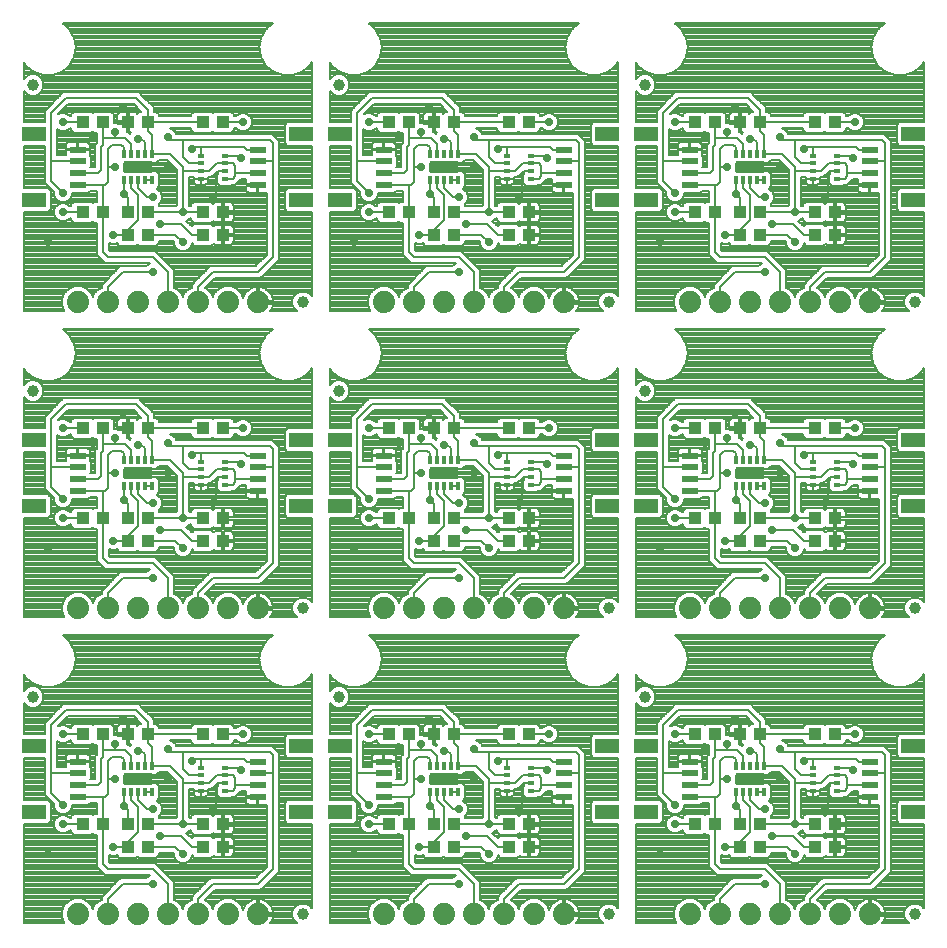
<source format=gtl>
G75*
%MOIN*%
%OFA0B0*%
%FSLAX25Y25*%
%IPPOS*%
%LPD*%
%AMOC8*
5,1,8,0,0,1.08239X$1,22.5*
%
%ADD10R,0.04331X0.03937*%
%ADD11C,0.03937*%
%ADD12C,0.07400*%
%ADD13R,0.01575X0.02756*%
%ADD14R,0.09646X0.04331*%
%ADD15R,0.01969X0.01378*%
%ADD16R,0.07874X0.04724*%
%ADD17R,0.05315X0.02362*%
%ADD18C,0.00800*%
%ADD19C,0.02900*%
D10*
X0065154Y0095833D03*
X0071846Y0095833D03*
X0071846Y0103333D03*
X0065154Y0103333D03*
X0056846Y0103333D03*
X0050154Y0103333D03*
X0050154Y0133333D03*
X0056846Y0133333D03*
X0065154Y0133333D03*
X0071846Y0133333D03*
X0090154Y0133333D03*
X0096846Y0133333D03*
X0096846Y0103333D03*
X0090154Y0103333D03*
X0090154Y0095833D03*
X0096846Y0095833D03*
X0152154Y0103333D03*
X0158846Y0103333D03*
X0167154Y0103333D03*
X0173846Y0103333D03*
X0173846Y0095833D03*
X0167154Y0095833D03*
X0192154Y0095833D03*
X0198846Y0095833D03*
X0198846Y0103333D03*
X0192154Y0103333D03*
X0192154Y0133333D03*
X0198846Y0133333D03*
X0173846Y0133333D03*
X0167154Y0133333D03*
X0158846Y0133333D03*
X0152154Y0133333D03*
X0167154Y0197833D03*
X0167154Y0205333D03*
X0173846Y0205333D03*
X0173846Y0197833D03*
X0158846Y0205333D03*
X0152154Y0205333D03*
X0152154Y0235333D03*
X0158846Y0235333D03*
X0167154Y0235333D03*
X0173846Y0235333D03*
X0192154Y0235333D03*
X0198846Y0235333D03*
X0198846Y0205333D03*
X0198846Y0197833D03*
X0192154Y0197833D03*
X0192154Y0205333D03*
X0254154Y0205333D03*
X0260846Y0205333D03*
X0269154Y0205333D03*
X0269154Y0197833D03*
X0275846Y0197833D03*
X0275846Y0205333D03*
X0294154Y0205333D03*
X0300846Y0205333D03*
X0300846Y0197833D03*
X0294154Y0197833D03*
X0294154Y0235333D03*
X0300846Y0235333D03*
X0275846Y0235333D03*
X0269154Y0235333D03*
X0260846Y0235333D03*
X0254154Y0235333D03*
X0269154Y0299833D03*
X0275846Y0299833D03*
X0275846Y0307333D03*
X0269154Y0307333D03*
X0260846Y0307333D03*
X0254154Y0307333D03*
X0254154Y0337333D03*
X0260846Y0337333D03*
X0269154Y0337333D03*
X0275846Y0337333D03*
X0294154Y0337333D03*
X0300846Y0337333D03*
X0300846Y0307333D03*
X0294154Y0307333D03*
X0294154Y0299833D03*
X0300846Y0299833D03*
X0198846Y0299833D03*
X0192154Y0299833D03*
X0192154Y0307333D03*
X0198846Y0307333D03*
X0173846Y0307333D03*
X0167154Y0307333D03*
X0167154Y0299833D03*
X0173846Y0299833D03*
X0158846Y0307333D03*
X0152154Y0307333D03*
X0152154Y0337333D03*
X0158846Y0337333D03*
X0167154Y0337333D03*
X0173846Y0337333D03*
X0192154Y0337333D03*
X0198846Y0337333D03*
X0096846Y0337333D03*
X0090154Y0337333D03*
X0071846Y0337333D03*
X0065154Y0337333D03*
X0056846Y0337333D03*
X0050154Y0337333D03*
X0050154Y0307333D03*
X0056846Y0307333D03*
X0065154Y0307333D03*
X0071846Y0307333D03*
X0071846Y0299833D03*
X0065154Y0299833D03*
X0090154Y0299833D03*
X0096846Y0299833D03*
X0096846Y0307333D03*
X0090154Y0307333D03*
X0090154Y0235333D03*
X0096846Y0235333D03*
X0071846Y0235333D03*
X0065154Y0235333D03*
X0056846Y0235333D03*
X0050154Y0235333D03*
X0050154Y0205333D03*
X0056846Y0205333D03*
X0065154Y0205333D03*
X0065154Y0197833D03*
X0071846Y0197833D03*
X0071846Y0205333D03*
X0090154Y0205333D03*
X0090154Y0197833D03*
X0096846Y0197833D03*
X0096846Y0205333D03*
X0254154Y0133333D03*
X0260846Y0133333D03*
X0269154Y0133333D03*
X0275846Y0133333D03*
X0294154Y0133333D03*
X0300846Y0133333D03*
X0300846Y0103333D03*
X0294154Y0103333D03*
X0294154Y0095833D03*
X0300846Y0095833D03*
X0275846Y0095833D03*
X0269154Y0095833D03*
X0269154Y0103333D03*
X0275846Y0103333D03*
X0260846Y0103333D03*
X0254154Y0103333D03*
D11*
X0225500Y0073333D03*
X0237500Y0145833D03*
X0225500Y0175333D03*
X0237500Y0247833D03*
X0225500Y0277333D03*
X0237500Y0349833D03*
X0327500Y0277333D03*
X0327500Y0175333D03*
X0327500Y0073333D03*
X0135500Y0145833D03*
X0123500Y0175333D03*
X0135500Y0247833D03*
X0123500Y0277333D03*
X0135500Y0349833D03*
X0033500Y0349833D03*
X0033500Y0247833D03*
X0033500Y0145833D03*
X0123500Y0073333D03*
D12*
X0108500Y0073333D03*
X0098500Y0073333D03*
X0088500Y0073333D03*
X0078500Y0073333D03*
X0068500Y0073333D03*
X0058500Y0073333D03*
X0048500Y0073333D03*
X0048500Y0175333D03*
X0058500Y0175333D03*
X0068500Y0175333D03*
X0078500Y0175333D03*
X0088500Y0175333D03*
X0098500Y0175333D03*
X0108500Y0175333D03*
X0150500Y0175333D03*
X0160500Y0175333D03*
X0170500Y0175333D03*
X0180500Y0175333D03*
X0190500Y0175333D03*
X0200500Y0175333D03*
X0210500Y0175333D03*
X0252500Y0175333D03*
X0262500Y0175333D03*
X0272500Y0175333D03*
X0282500Y0175333D03*
X0292500Y0175333D03*
X0302500Y0175333D03*
X0312500Y0175333D03*
X0312500Y0073333D03*
X0302500Y0073333D03*
X0292500Y0073333D03*
X0282500Y0073333D03*
X0272500Y0073333D03*
X0262500Y0073333D03*
X0252500Y0073333D03*
X0210500Y0073333D03*
X0200500Y0073333D03*
X0190500Y0073333D03*
X0180500Y0073333D03*
X0170500Y0073333D03*
X0160500Y0073333D03*
X0150500Y0073333D03*
X0150500Y0277333D03*
X0160500Y0277333D03*
X0170500Y0277333D03*
X0180500Y0277333D03*
X0190500Y0277333D03*
X0200500Y0277333D03*
X0210500Y0277333D03*
X0252500Y0277333D03*
X0262500Y0277333D03*
X0272500Y0277333D03*
X0282500Y0277333D03*
X0292500Y0277333D03*
X0302500Y0277333D03*
X0312500Y0277333D03*
X0108500Y0277333D03*
X0098500Y0277333D03*
X0088500Y0277333D03*
X0078500Y0277333D03*
X0068500Y0277333D03*
X0058500Y0277333D03*
X0048500Y0277333D03*
D13*
X0063776Y0318003D03*
X0066138Y0318003D03*
X0068500Y0318003D03*
X0070862Y0318003D03*
X0073224Y0318003D03*
X0073224Y0326664D03*
X0070862Y0326664D03*
X0068500Y0326664D03*
X0066138Y0326664D03*
X0063776Y0326664D03*
X0063776Y0224664D03*
X0066138Y0224664D03*
X0068500Y0224664D03*
X0070862Y0224664D03*
X0073224Y0224664D03*
X0073224Y0216003D03*
X0070862Y0216003D03*
X0068500Y0216003D03*
X0066138Y0216003D03*
X0063776Y0216003D03*
X0063776Y0122664D03*
X0066138Y0122664D03*
X0068500Y0122664D03*
X0070862Y0122664D03*
X0073224Y0122664D03*
X0073224Y0114003D03*
X0070862Y0114003D03*
X0068500Y0114003D03*
X0066138Y0114003D03*
X0063776Y0114003D03*
X0165776Y0114003D03*
X0168138Y0114003D03*
X0170500Y0114003D03*
X0172862Y0114003D03*
X0175224Y0114003D03*
X0175224Y0122664D03*
X0172862Y0122664D03*
X0170500Y0122664D03*
X0168138Y0122664D03*
X0165776Y0122664D03*
X0165776Y0216003D03*
X0168138Y0216003D03*
X0170500Y0216003D03*
X0172862Y0216003D03*
X0175224Y0216003D03*
X0175224Y0224664D03*
X0172862Y0224664D03*
X0170500Y0224664D03*
X0168138Y0224664D03*
X0165776Y0224664D03*
X0165776Y0318003D03*
X0168138Y0318003D03*
X0170500Y0318003D03*
X0172862Y0318003D03*
X0175224Y0318003D03*
X0175224Y0326664D03*
X0172862Y0326664D03*
X0170500Y0326664D03*
X0168138Y0326664D03*
X0165776Y0326664D03*
X0267776Y0326664D03*
X0270138Y0326664D03*
X0272500Y0326664D03*
X0274862Y0326664D03*
X0277224Y0326664D03*
X0277224Y0318003D03*
X0274862Y0318003D03*
X0272500Y0318003D03*
X0270138Y0318003D03*
X0267776Y0318003D03*
X0267776Y0224664D03*
X0270138Y0224664D03*
X0272500Y0224664D03*
X0274862Y0224664D03*
X0277224Y0224664D03*
X0277224Y0216003D03*
X0274862Y0216003D03*
X0272500Y0216003D03*
X0270138Y0216003D03*
X0267776Y0216003D03*
X0267776Y0122664D03*
X0270138Y0122664D03*
X0272500Y0122664D03*
X0274862Y0122664D03*
X0277224Y0122664D03*
X0277224Y0114003D03*
X0274862Y0114003D03*
X0272500Y0114003D03*
X0270138Y0114003D03*
X0267776Y0114003D03*
D14*
X0272500Y0118333D03*
X0272500Y0220333D03*
X0272500Y0322333D03*
X0170500Y0322333D03*
X0170500Y0220333D03*
X0170500Y0118333D03*
X0068500Y0118333D03*
X0068500Y0220333D03*
X0068500Y0322333D03*
D15*
X0089465Y0321054D03*
X0089465Y0323613D03*
X0089465Y0326172D03*
X0089465Y0318495D03*
X0097535Y0318495D03*
X0097535Y0321054D03*
X0097535Y0323613D03*
X0097535Y0326172D03*
X0191465Y0326172D03*
X0191465Y0323613D03*
X0191465Y0321054D03*
X0191465Y0318495D03*
X0199535Y0318495D03*
X0199535Y0321054D03*
X0199535Y0323613D03*
X0199535Y0326172D03*
X0293465Y0326172D03*
X0293465Y0323613D03*
X0293465Y0321054D03*
X0293465Y0318495D03*
X0301535Y0318495D03*
X0301535Y0321054D03*
X0301535Y0323613D03*
X0301535Y0326172D03*
X0301535Y0224172D03*
X0301535Y0221613D03*
X0301535Y0219054D03*
X0301535Y0216495D03*
X0293465Y0216495D03*
X0293465Y0219054D03*
X0293465Y0221613D03*
X0293465Y0224172D03*
X0199535Y0224172D03*
X0199535Y0221613D03*
X0199535Y0219054D03*
X0199535Y0216495D03*
X0191465Y0216495D03*
X0191465Y0219054D03*
X0191465Y0221613D03*
X0191465Y0224172D03*
X0097535Y0224172D03*
X0097535Y0221613D03*
X0097535Y0219054D03*
X0097535Y0216495D03*
X0089465Y0216495D03*
X0089465Y0219054D03*
X0089465Y0221613D03*
X0089465Y0224172D03*
X0089465Y0122172D03*
X0089465Y0119613D03*
X0089465Y0117054D03*
X0089465Y0114495D03*
X0097535Y0114495D03*
X0097535Y0117054D03*
X0097535Y0119613D03*
X0097535Y0122172D03*
X0191465Y0122172D03*
X0191465Y0119613D03*
X0191465Y0117054D03*
X0191465Y0114495D03*
X0199535Y0114495D03*
X0199535Y0117054D03*
X0199535Y0119613D03*
X0199535Y0122172D03*
X0293465Y0122172D03*
X0293465Y0119613D03*
X0293465Y0117054D03*
X0293465Y0114495D03*
X0301535Y0114495D03*
X0301535Y0117054D03*
X0301535Y0119613D03*
X0301535Y0122172D03*
D16*
X0326969Y0129357D03*
X0326969Y0107310D03*
X0238031Y0107310D03*
X0224969Y0107310D03*
X0224969Y0129357D03*
X0238031Y0129357D03*
X0238031Y0209310D03*
X0224969Y0209310D03*
X0224969Y0231357D03*
X0238031Y0231357D03*
X0238031Y0311310D03*
X0224969Y0311310D03*
X0224969Y0333357D03*
X0238031Y0333357D03*
X0326969Y0333357D03*
X0326969Y0311310D03*
X0326969Y0231357D03*
X0326969Y0209310D03*
X0136031Y0209310D03*
X0122969Y0209310D03*
X0122969Y0231357D03*
X0136031Y0231357D03*
X0136031Y0311310D03*
X0122969Y0311310D03*
X0122969Y0333357D03*
X0136031Y0333357D03*
X0034031Y0333357D03*
X0034031Y0311310D03*
X0034031Y0231357D03*
X0034031Y0209310D03*
X0034031Y0129357D03*
X0034031Y0107310D03*
X0122969Y0107310D03*
X0136031Y0107310D03*
X0136031Y0129357D03*
X0122969Y0129357D03*
D17*
X0108500Y0124239D03*
X0108500Y0120302D03*
X0108500Y0116365D03*
X0108500Y0112428D03*
X0150500Y0112428D03*
X0150500Y0116365D03*
X0150500Y0120302D03*
X0150500Y0124239D03*
X0210500Y0124239D03*
X0210500Y0120302D03*
X0210500Y0116365D03*
X0210500Y0112428D03*
X0252500Y0112428D03*
X0252500Y0116365D03*
X0252500Y0120302D03*
X0252500Y0124239D03*
X0312500Y0124239D03*
X0312500Y0120302D03*
X0312500Y0116365D03*
X0312500Y0112428D03*
X0312500Y0214428D03*
X0312500Y0218365D03*
X0312500Y0222302D03*
X0312500Y0226239D03*
X0252500Y0226239D03*
X0252500Y0222302D03*
X0252500Y0218365D03*
X0252500Y0214428D03*
X0210500Y0214428D03*
X0210500Y0218365D03*
X0210500Y0222302D03*
X0210500Y0226239D03*
X0150500Y0226239D03*
X0150500Y0222302D03*
X0150500Y0218365D03*
X0150500Y0214428D03*
X0108500Y0214428D03*
X0108500Y0218365D03*
X0108500Y0222302D03*
X0108500Y0226239D03*
X0048500Y0226239D03*
X0048500Y0222302D03*
X0048500Y0218365D03*
X0048500Y0214428D03*
X0048500Y0124239D03*
X0048500Y0120302D03*
X0048500Y0116365D03*
X0048500Y0112428D03*
X0048500Y0316428D03*
X0048500Y0320365D03*
X0048500Y0324302D03*
X0048500Y0328239D03*
X0108500Y0328239D03*
X0108500Y0324302D03*
X0108500Y0320365D03*
X0108500Y0316428D03*
X0150500Y0316428D03*
X0150500Y0320365D03*
X0150500Y0324302D03*
X0150500Y0328239D03*
X0210500Y0328239D03*
X0210500Y0324302D03*
X0210500Y0320365D03*
X0210500Y0316428D03*
X0252500Y0316428D03*
X0252500Y0320365D03*
X0252500Y0324302D03*
X0252500Y0328239D03*
X0312500Y0328239D03*
X0312500Y0324302D03*
X0312500Y0320365D03*
X0312500Y0316428D03*
D18*
X0030500Y0103348D02*
X0030500Y0070333D01*
X0044006Y0070333D01*
X0043200Y0072279D01*
X0043200Y0074388D01*
X0044007Y0076336D01*
X0045498Y0077826D01*
X0047446Y0078633D01*
X0049554Y0078633D01*
X0051502Y0077826D01*
X0052993Y0076336D01*
X0053500Y0075112D01*
X0054007Y0076336D01*
X0055498Y0077826D01*
X0056500Y0078242D01*
X0056500Y0079162D01*
X0062672Y0085333D01*
X0071187Y0085333D01*
X0071772Y0085919D01*
X0072701Y0086304D01*
X0072672Y0086333D01*
X0057672Y0086333D01*
X0056018Y0087987D01*
X0054846Y0089158D01*
X0054846Y0099765D01*
X0054018Y0099765D01*
X0053500Y0100283D01*
X0052982Y0099765D01*
X0047325Y0099765D01*
X0046388Y0100702D01*
X0046388Y0101333D01*
X0045813Y0101333D01*
X0045228Y0100748D01*
X0044107Y0100283D01*
X0042893Y0100283D01*
X0041772Y0100748D01*
X0040914Y0101606D01*
X0040450Y0102727D01*
X0040450Y0103940D01*
X0040914Y0105061D01*
X0041772Y0105919D01*
X0042893Y0106383D01*
X0044107Y0106383D01*
X0045228Y0105919D01*
X0045813Y0105333D01*
X0046388Y0105333D01*
X0046388Y0105965D01*
X0047325Y0106902D01*
X0052982Y0106902D01*
X0053500Y0106383D01*
X0054018Y0106902D01*
X0054846Y0106902D01*
X0054846Y0110428D01*
X0052601Y0110428D01*
X0051820Y0109647D01*
X0046550Y0109647D01*
X0046550Y0109227D01*
X0046086Y0108106D01*
X0045228Y0107248D01*
X0044107Y0106783D01*
X0042893Y0106783D01*
X0041772Y0107248D01*
X0040914Y0108106D01*
X0040450Y0109227D01*
X0040450Y0110055D01*
X0037500Y0113005D01*
X0037500Y0121130D01*
X0037500Y0125395D01*
X0030500Y0125395D01*
X0030500Y0111272D01*
X0038631Y0111272D01*
X0039568Y0110335D01*
X0039568Y0104285D01*
X0038631Y0103348D01*
X0030500Y0103348D01*
X0030500Y0102669D02*
X0040474Y0102669D01*
X0040450Y0103468D02*
X0038752Y0103468D01*
X0039550Y0104266D02*
X0040585Y0104266D01*
X0040918Y0105065D02*
X0039568Y0105065D01*
X0039568Y0105863D02*
X0041717Y0105863D01*
X0041560Y0107460D02*
X0039568Y0107460D01*
X0039568Y0106662D02*
X0047085Y0106662D01*
X0046388Y0105863D02*
X0045283Y0105863D01*
X0045440Y0107460D02*
X0054846Y0107460D01*
X0054846Y0108259D02*
X0046149Y0108259D01*
X0046480Y0109057D02*
X0054846Y0109057D01*
X0054846Y0109856D02*
X0052029Y0109856D01*
X0053222Y0106662D02*
X0053778Y0106662D01*
X0056846Y0103333D02*
X0056846Y0089987D01*
X0058500Y0088333D01*
X0073500Y0088333D01*
X0078500Y0083333D01*
X0078500Y0073333D01*
X0080500Y0078242D02*
X0080500Y0084162D01*
X0075500Y0089162D01*
X0074328Y0090333D01*
X0059328Y0090333D01*
X0058846Y0090815D01*
X0058846Y0093176D01*
X0059793Y0092783D01*
X0061007Y0092783D01*
X0061573Y0093018D01*
X0062325Y0092265D01*
X0067982Y0092265D01*
X0068500Y0092783D01*
X0069018Y0092265D01*
X0074675Y0092265D01*
X0075612Y0093202D01*
X0075612Y0093833D01*
X0080172Y0093833D01*
X0080450Y0093555D01*
X0080450Y0092727D01*
X0080914Y0091606D01*
X0081772Y0090748D01*
X0082893Y0090283D01*
X0084107Y0090283D01*
X0085228Y0090748D01*
X0086086Y0091606D01*
X0086550Y0092727D01*
X0086550Y0093040D01*
X0087325Y0092265D01*
X0092982Y0092265D01*
X0093641Y0092925D01*
X0093821Y0092745D01*
X0094141Y0092560D01*
X0094497Y0092465D01*
X0096446Y0092465D01*
X0096446Y0095433D01*
X0097246Y0095433D01*
X0097246Y0092465D01*
X0099196Y0092465D01*
X0099552Y0092560D01*
X0099871Y0092745D01*
X0100132Y0093005D01*
X0100316Y0093324D01*
X0100412Y0093680D01*
X0100412Y0095433D01*
X0097246Y0095433D01*
X0097246Y0096233D01*
X0096446Y0096233D01*
X0096446Y0099202D01*
X0094497Y0099202D01*
X0094141Y0099106D01*
X0093821Y0098922D01*
X0093641Y0098742D01*
X0092982Y0099402D01*
X0087325Y0099402D01*
X0086543Y0098619D01*
X0084652Y0100509D01*
X0085228Y0100748D01*
X0085813Y0101333D01*
X0086388Y0101333D01*
X0086388Y0100702D01*
X0087325Y0099765D01*
X0092982Y0099765D01*
X0093641Y0100425D01*
X0093821Y0100245D01*
X0094141Y0100060D01*
X0094497Y0099965D01*
X0096446Y0099965D01*
X0096446Y0102933D01*
X0097246Y0102933D01*
X0097246Y0099965D01*
X0099196Y0099965D01*
X0099552Y0100060D01*
X0099871Y0100245D01*
X0100132Y0100505D01*
X0100316Y0100824D01*
X0100412Y0101180D01*
X0100412Y0102933D01*
X0097246Y0102933D01*
X0097246Y0103733D01*
X0096446Y0103733D01*
X0096446Y0106702D01*
X0094497Y0106702D01*
X0094141Y0106606D01*
X0093821Y0106422D01*
X0093641Y0106242D01*
X0092982Y0106902D01*
X0087325Y0106902D01*
X0086388Y0105965D01*
X0086388Y0105333D01*
X0085813Y0105333D01*
X0085500Y0105647D01*
X0085500Y0115054D01*
X0087080Y0115054D01*
X0087080Y0114495D01*
X0089464Y0114495D01*
X0089464Y0114495D01*
X0087080Y0114495D01*
X0087080Y0113621D01*
X0087176Y0113265D01*
X0087360Y0112946D01*
X0087621Y0112685D01*
X0087940Y0112501D01*
X0088296Y0112406D01*
X0089464Y0112406D01*
X0089464Y0114495D01*
X0089465Y0114495D01*
X0091849Y0114495D01*
X0091849Y0115054D01*
X0093049Y0115054D01*
X0094220Y0116225D01*
X0094220Y0116225D01*
X0095151Y0117156D01*
X0095151Y0117054D01*
X0097535Y0117054D01*
X0097535Y0117054D01*
X0095151Y0117054D01*
X0095151Y0116180D01*
X0095180Y0116075D01*
X0094951Y0115846D01*
X0094951Y0113143D01*
X0095888Y0112206D01*
X0099182Y0112206D01*
X0099471Y0112495D01*
X0100990Y0112495D01*
X0102860Y0114365D01*
X0104399Y0114365D01*
X0104566Y0114198D01*
X0104538Y0114149D01*
X0104443Y0113793D01*
X0104443Y0112618D01*
X0108309Y0112618D01*
X0108309Y0112237D01*
X0104443Y0112237D01*
X0104443Y0111062D01*
X0104538Y0110706D01*
X0104722Y0110387D01*
X0104983Y0110126D01*
X0105302Y0109942D01*
X0105658Y0109847D01*
X0108309Y0109847D01*
X0108309Y0112237D01*
X0108691Y0112237D01*
X0108691Y0109847D01*
X0111342Y0109847D01*
X0111500Y0109889D01*
X0111500Y0089162D01*
X0107672Y0085333D01*
X0092672Y0085333D01*
X0087672Y0080333D01*
X0086500Y0079162D01*
X0086500Y0078242D01*
X0085498Y0077826D01*
X0084007Y0076336D01*
X0083500Y0075112D01*
X0082993Y0076336D01*
X0081502Y0077826D01*
X0080500Y0078242D01*
X0080500Y0078714D02*
X0086500Y0078714D01*
X0086851Y0079512D02*
X0080500Y0079512D01*
X0080500Y0080311D02*
X0087649Y0080311D01*
X0088448Y0081110D02*
X0080500Y0081110D01*
X0080500Y0081908D02*
X0089246Y0081908D01*
X0090045Y0082707D02*
X0080500Y0082707D01*
X0080500Y0083505D02*
X0090843Y0083505D01*
X0091642Y0084304D02*
X0080358Y0084304D01*
X0079560Y0085102D02*
X0092440Y0085102D01*
X0093500Y0083333D02*
X0088500Y0078333D01*
X0088500Y0073333D01*
X0084788Y0077117D02*
X0082212Y0077117D01*
X0083000Y0076318D02*
X0084000Y0076318D01*
X0083669Y0075520D02*
X0083331Y0075520D01*
X0081287Y0077915D02*
X0085713Y0077915D01*
X0091021Y0078026D02*
X0094328Y0081333D01*
X0109328Y0081333D01*
X0110500Y0082505D01*
X0115500Y0087505D01*
X0115500Y0127162D01*
X0114328Y0128333D01*
X0113328Y0129333D01*
X0081387Y0129333D01*
X0081086Y0130061D01*
X0080228Y0130919D01*
X0079227Y0131333D01*
X0086388Y0131333D01*
X0086388Y0130702D01*
X0087325Y0129765D01*
X0092982Y0129765D01*
X0093500Y0130283D01*
X0094018Y0129765D01*
X0099675Y0129765D01*
X0100612Y0130702D01*
X0100612Y0131333D01*
X0101187Y0131333D01*
X0101772Y0130748D01*
X0102893Y0130283D01*
X0104107Y0130283D01*
X0105228Y0130748D01*
X0106086Y0131606D01*
X0106550Y0132727D01*
X0106550Y0133940D01*
X0106086Y0135061D01*
X0105228Y0135919D01*
X0104107Y0136383D01*
X0102893Y0136383D01*
X0101772Y0135919D01*
X0101187Y0135333D01*
X0100612Y0135333D01*
X0100612Y0135965D01*
X0099675Y0136902D01*
X0094018Y0136902D01*
X0093500Y0136383D01*
X0092982Y0136902D01*
X0087325Y0136902D01*
X0086388Y0135965D01*
X0086388Y0135333D01*
X0075612Y0135333D01*
X0075612Y0135965D01*
X0074675Y0136902D01*
X0073846Y0136902D01*
X0073846Y0138315D01*
X0070000Y0142162D01*
X0068828Y0143333D01*
X0043672Y0143333D01*
X0037500Y0137162D01*
X0037500Y0133319D01*
X0030500Y0133319D01*
X0030500Y0143787D01*
X0031479Y0142808D01*
X0032790Y0142265D01*
X0034210Y0142265D01*
X0035521Y0142808D01*
X0036525Y0143812D01*
X0037068Y0145123D01*
X0037068Y0146543D01*
X0036525Y0147855D01*
X0035521Y0148859D01*
X0034210Y0149402D01*
X0032790Y0149402D01*
X0031479Y0148859D01*
X0030500Y0147880D01*
X0030500Y0153590D01*
X0031266Y0152263D01*
X0033778Y0150155D01*
X0033778Y0150155D01*
X0036860Y0149033D01*
X0040140Y0149033D01*
X0043222Y0150155D01*
X0045734Y0152263D01*
X0045734Y0152263D01*
X0045734Y0152263D01*
X0047374Y0155103D01*
X0047374Y0155103D01*
X0047943Y0158333D01*
X0047374Y0161563D01*
X0047374Y0161563D01*
X0045734Y0164403D01*
X0045734Y0164403D01*
X0043434Y0166333D01*
X0113566Y0166333D01*
X0111266Y0164403D01*
X0109626Y0161563D01*
X0109057Y0158333D01*
X0109626Y0155103D01*
X0111266Y0152263D01*
X0113778Y0150155D01*
X0113778Y0150155D01*
X0116860Y0149033D01*
X0120140Y0149033D01*
X0123222Y0150155D01*
X0125734Y0152263D01*
X0125734Y0152263D01*
X0125734Y0152263D01*
X0126500Y0153590D01*
X0126500Y0133319D01*
X0118369Y0133319D01*
X0117431Y0132382D01*
X0117431Y0126332D01*
X0118369Y0125395D01*
X0126500Y0125395D01*
X0126500Y0111272D01*
X0118369Y0111272D01*
X0117431Y0110335D01*
X0117431Y0104285D01*
X0118369Y0103348D01*
X0126500Y0103348D01*
X0126500Y0075380D01*
X0125521Y0076359D01*
X0124210Y0076902D01*
X0122790Y0076902D01*
X0121479Y0076359D01*
X0120475Y0075355D01*
X0119931Y0074043D01*
X0119931Y0072623D01*
X0120475Y0071312D01*
X0121453Y0070333D01*
X0112624Y0070333D01*
X0112862Y0070660D01*
X0113226Y0071376D01*
X0113474Y0072139D01*
X0113600Y0072932D01*
X0113600Y0072933D01*
X0108900Y0072933D01*
X0108900Y0073733D01*
X0113600Y0073733D01*
X0113600Y0073735D01*
X0113474Y0074528D01*
X0113226Y0075291D01*
X0112862Y0076006D01*
X0112390Y0076656D01*
X0111822Y0077223D01*
X0111173Y0077695D01*
X0110458Y0078060D01*
X0109694Y0078308D01*
X0108901Y0078433D01*
X0108900Y0078433D01*
X0108900Y0073733D01*
X0108100Y0073733D01*
X0108100Y0078433D01*
X0108099Y0078433D01*
X0107306Y0078308D01*
X0106542Y0078060D01*
X0105827Y0077695D01*
X0105178Y0077223D01*
X0104610Y0076656D01*
X0104138Y0076006D01*
X0103774Y0075291D01*
X0103621Y0074820D01*
X0102993Y0076336D01*
X0101502Y0077826D01*
X0099554Y0078633D01*
X0097446Y0078633D01*
X0095498Y0077826D01*
X0094007Y0076336D01*
X0093500Y0075112D01*
X0092993Y0076336D01*
X0091502Y0077826D01*
X0091021Y0078026D01*
X0091287Y0077915D02*
X0095713Y0077915D01*
X0094788Y0077117D02*
X0092212Y0077117D01*
X0093000Y0076318D02*
X0094000Y0076318D01*
X0093669Y0075520D02*
X0093331Y0075520D01*
X0091709Y0078714D02*
X0126500Y0078714D01*
X0126500Y0079512D02*
X0092508Y0079512D01*
X0093306Y0080311D02*
X0126500Y0080311D01*
X0126500Y0081110D02*
X0094105Y0081110D01*
X0093500Y0083333D02*
X0108500Y0083333D01*
X0113500Y0088333D01*
X0113500Y0120333D01*
X0113469Y0120302D01*
X0108500Y0120302D01*
X0108500Y0124239D02*
X0104794Y0124239D01*
X0103800Y0125233D01*
X0089465Y0125233D01*
X0089465Y0122172D01*
X0089500Y0122207D01*
X0089465Y0119613D02*
X0085720Y0119613D01*
X0083500Y0121833D01*
X0083500Y0127333D01*
X0079500Y0127333D01*
X0078500Y0128333D01*
X0080529Y0130617D02*
X0086473Y0130617D01*
X0087272Y0129819D02*
X0081186Y0129819D01*
X0083500Y0127333D02*
X0112500Y0127333D01*
X0113500Y0126333D01*
X0113500Y0120333D01*
X0115500Y0120237D02*
X0126500Y0120237D01*
X0126500Y0121035D02*
X0115500Y0121035D01*
X0115500Y0121834D02*
X0126500Y0121834D01*
X0126500Y0122632D02*
X0115500Y0122632D01*
X0115500Y0123431D02*
X0126500Y0123431D01*
X0126500Y0124229D02*
X0115500Y0124229D01*
X0115500Y0125028D02*
X0126500Y0125028D01*
X0126500Y0119438D02*
X0115500Y0119438D01*
X0115500Y0118640D02*
X0126500Y0118640D01*
X0126500Y0117841D02*
X0115500Y0117841D01*
X0115500Y0117043D02*
X0126500Y0117043D01*
X0126500Y0116244D02*
X0115500Y0116244D01*
X0115500Y0115445D02*
X0126500Y0115445D01*
X0126500Y0114647D02*
X0115500Y0114647D01*
X0115500Y0113848D02*
X0126500Y0113848D01*
X0126500Y0113050D02*
X0115500Y0113050D01*
X0115500Y0112251D02*
X0126500Y0112251D01*
X0126500Y0111453D02*
X0115500Y0111453D01*
X0115500Y0110654D02*
X0117751Y0110654D01*
X0117431Y0109856D02*
X0115500Y0109856D01*
X0115500Y0109057D02*
X0117431Y0109057D01*
X0117431Y0108259D02*
X0115500Y0108259D01*
X0115500Y0107460D02*
X0117431Y0107460D01*
X0117431Y0106662D02*
X0115500Y0106662D01*
X0115500Y0105863D02*
X0117431Y0105863D01*
X0117431Y0105065D02*
X0115500Y0105065D01*
X0115500Y0104266D02*
X0117450Y0104266D01*
X0118248Y0103468D02*
X0115500Y0103468D01*
X0115500Y0102669D02*
X0126500Y0102669D01*
X0126500Y0101871D02*
X0115500Y0101871D01*
X0115500Y0101072D02*
X0126500Y0101072D01*
X0126500Y0100274D02*
X0115500Y0100274D01*
X0115500Y0099475D02*
X0126500Y0099475D01*
X0126500Y0098677D02*
X0115500Y0098677D01*
X0115500Y0097878D02*
X0126500Y0097878D01*
X0126500Y0097080D02*
X0115500Y0097080D01*
X0115500Y0096281D02*
X0126500Y0096281D01*
X0126500Y0095483D02*
X0115500Y0095483D01*
X0115500Y0094684D02*
X0126500Y0094684D01*
X0126500Y0093886D02*
X0115500Y0093886D01*
X0115500Y0093087D02*
X0126500Y0093087D01*
X0126500Y0092289D02*
X0115500Y0092289D01*
X0115500Y0091490D02*
X0126500Y0091490D01*
X0126500Y0090692D02*
X0115500Y0090692D01*
X0115500Y0089893D02*
X0126500Y0089893D01*
X0126500Y0089095D02*
X0115500Y0089095D01*
X0115500Y0088296D02*
X0126500Y0088296D01*
X0126500Y0087498D02*
X0115493Y0087498D01*
X0114694Y0086699D02*
X0126500Y0086699D01*
X0126500Y0085901D02*
X0113896Y0085901D01*
X0113097Y0085102D02*
X0126500Y0085102D01*
X0126500Y0084304D02*
X0112299Y0084304D01*
X0111500Y0083505D02*
X0126500Y0083505D01*
X0126500Y0082707D02*
X0110702Y0082707D01*
X0109903Y0081908D02*
X0126500Y0081908D01*
X0126500Y0077915D02*
X0110741Y0077915D01*
X0111929Y0077117D02*
X0126500Y0077117D01*
X0126500Y0076318D02*
X0125561Y0076318D01*
X0126360Y0075520D02*
X0126500Y0075520D01*
X0132500Y0075520D02*
X0145669Y0075520D01*
X0146000Y0076318D02*
X0132500Y0076318D01*
X0132500Y0077117D02*
X0146788Y0077117D01*
X0147498Y0077826D02*
X0146007Y0076336D01*
X0145200Y0074388D01*
X0145200Y0072279D01*
X0146006Y0070333D01*
X0132500Y0070333D01*
X0132500Y0103348D01*
X0140631Y0103348D01*
X0141568Y0104285D01*
X0141568Y0110335D01*
X0140631Y0111272D01*
X0132500Y0111272D01*
X0132500Y0125395D01*
X0139500Y0125395D01*
X0139500Y0121130D01*
X0139500Y0113005D01*
X0142450Y0110055D01*
X0142450Y0109227D01*
X0142914Y0108106D01*
X0143772Y0107248D01*
X0144893Y0106783D01*
X0146107Y0106783D01*
X0147228Y0107248D01*
X0148086Y0108106D01*
X0148550Y0109227D01*
X0148550Y0109647D01*
X0153820Y0109647D01*
X0154601Y0110428D01*
X0156846Y0110428D01*
X0156846Y0106902D01*
X0156018Y0106902D01*
X0155500Y0106383D01*
X0154982Y0106902D01*
X0149325Y0106902D01*
X0148388Y0105965D01*
X0148388Y0105333D01*
X0147813Y0105333D01*
X0147228Y0105919D01*
X0146107Y0106383D01*
X0144893Y0106383D01*
X0143772Y0105919D01*
X0142914Y0105061D01*
X0142450Y0103940D01*
X0142450Y0102727D01*
X0142914Y0101606D01*
X0143772Y0100748D01*
X0144893Y0100283D01*
X0146107Y0100283D01*
X0147228Y0100748D01*
X0147813Y0101333D01*
X0148388Y0101333D01*
X0148388Y0100702D01*
X0149325Y0099765D01*
X0154982Y0099765D01*
X0155500Y0100283D01*
X0156018Y0099765D01*
X0156846Y0099765D01*
X0156846Y0089158D01*
X0158018Y0087987D01*
X0159672Y0086333D01*
X0174672Y0086333D01*
X0174701Y0086304D01*
X0173772Y0085919D01*
X0173187Y0085333D01*
X0164672Y0085333D01*
X0159672Y0080333D01*
X0159672Y0080333D01*
X0158500Y0079162D01*
X0158500Y0078242D01*
X0157498Y0077826D01*
X0156007Y0076336D01*
X0155500Y0075112D01*
X0154993Y0076336D01*
X0153502Y0077826D01*
X0151554Y0078633D01*
X0149446Y0078633D01*
X0147498Y0077826D01*
X0147713Y0077915D02*
X0132500Y0077915D01*
X0132500Y0078714D02*
X0158500Y0078714D01*
X0158851Y0079512D02*
X0132500Y0079512D01*
X0132500Y0080311D02*
X0159649Y0080311D01*
X0160448Y0081110D02*
X0132500Y0081110D01*
X0132500Y0081908D02*
X0161246Y0081908D01*
X0162045Y0082707D02*
X0132500Y0082707D01*
X0132500Y0083505D02*
X0162843Y0083505D01*
X0163642Y0084304D02*
X0132500Y0084304D01*
X0132500Y0085102D02*
X0164440Y0085102D01*
X0165500Y0083333D02*
X0160500Y0078333D01*
X0160500Y0073333D01*
X0156788Y0077117D02*
X0154212Y0077117D01*
X0155000Y0076318D02*
X0156000Y0076318D01*
X0155669Y0075520D02*
X0155331Y0075520D01*
X0153287Y0077915D02*
X0157713Y0077915D01*
X0159306Y0086699D02*
X0132500Y0086699D01*
X0132500Y0085901D02*
X0173754Y0085901D01*
X0175500Y0088333D02*
X0160500Y0088333D01*
X0158846Y0089987D01*
X0158846Y0103333D01*
X0158846Y0112428D01*
X0159594Y0112428D01*
X0160500Y0113333D01*
X0160500Y0118333D01*
X0163000Y0118333D01*
X0160500Y0118333D02*
X0160500Y0124333D01*
X0162000Y0125833D01*
X0165000Y0125833D01*
X0165776Y0125058D01*
X0165776Y0122664D01*
X0168138Y0122664D02*
X0168138Y0126233D01*
X0166338Y0128033D01*
X0162900Y0128033D01*
X0162900Y0130033D01*
X0162900Y0128033D02*
X0158846Y0128033D01*
X0158846Y0133333D01*
X0162612Y0133083D02*
X0162612Y0135965D01*
X0161675Y0136902D01*
X0156018Y0136902D01*
X0155500Y0136383D01*
X0154982Y0136902D01*
X0149325Y0136902D01*
X0148388Y0135965D01*
X0148388Y0135333D01*
X0147813Y0135333D01*
X0147228Y0135919D01*
X0146107Y0136383D01*
X0144893Y0136383D01*
X0144014Y0136019D01*
X0147328Y0139333D01*
X0169172Y0139333D01*
X0171603Y0136902D01*
X0171018Y0136902D01*
X0170359Y0136242D01*
X0170179Y0136422D01*
X0169859Y0136606D01*
X0169503Y0136702D01*
X0167554Y0136702D01*
X0167554Y0133733D01*
X0166754Y0133733D01*
X0166754Y0136702D01*
X0164804Y0136702D01*
X0164448Y0136606D01*
X0164129Y0136422D01*
X0163868Y0136161D01*
X0163684Y0135842D01*
X0163588Y0135486D01*
X0163588Y0133733D01*
X0166753Y0133733D01*
X0166753Y0132933D01*
X0163869Y0132933D01*
X0163507Y0133083D01*
X0162612Y0133083D01*
X0162612Y0133811D02*
X0163588Y0133811D01*
X0163588Y0134610D02*
X0162612Y0134610D01*
X0162612Y0135408D02*
X0163588Y0135408D01*
X0163913Y0136207D02*
X0162370Y0136207D01*
X0163677Y0133013D02*
X0166753Y0133013D01*
X0166754Y0132933D02*
X0167554Y0132933D01*
X0167554Y0129965D01*
X0168218Y0129965D01*
X0167914Y0129661D01*
X0167804Y0129395D01*
X0167166Y0130033D01*
X0166754Y0130033D01*
X0166754Y0132933D01*
X0166754Y0132214D02*
X0167554Y0132214D01*
X0167554Y0131416D02*
X0166754Y0131416D01*
X0166754Y0130617D02*
X0167554Y0130617D01*
X0167381Y0129819D02*
X0168072Y0129819D01*
X0170500Y0127933D02*
X0171700Y0127933D01*
X0172862Y0126771D01*
X0172862Y0122664D01*
X0175224Y0122664D02*
X0175224Y0129109D01*
X0173846Y0130487D01*
X0173846Y0133333D01*
X0173846Y0137487D01*
X0170000Y0141333D01*
X0146500Y0141333D01*
X0141500Y0136333D01*
X0141500Y0120302D01*
X0141500Y0113833D01*
X0145500Y0109833D01*
X0142450Y0109856D02*
X0141568Y0109856D01*
X0141568Y0109057D02*
X0142520Y0109057D01*
X0142851Y0108259D02*
X0141568Y0108259D01*
X0141568Y0107460D02*
X0143560Y0107460D01*
X0143717Y0105863D02*
X0141568Y0105863D01*
X0141568Y0105065D02*
X0142918Y0105065D01*
X0142585Y0104266D02*
X0141550Y0104266D01*
X0140752Y0103468D02*
X0142450Y0103468D01*
X0142474Y0102669D02*
X0132500Y0102669D01*
X0132500Y0101871D02*
X0142804Y0101871D01*
X0143448Y0101072D02*
X0132500Y0101072D01*
X0132500Y0100274D02*
X0148816Y0100274D01*
X0148388Y0101072D02*
X0147552Y0101072D01*
X0145500Y0103333D02*
X0152154Y0103333D01*
X0155491Y0100274D02*
X0155509Y0100274D01*
X0156846Y0099475D02*
X0132500Y0099475D01*
X0132500Y0098677D02*
X0156846Y0098677D01*
X0156846Y0097878D02*
X0132500Y0097878D01*
X0132500Y0097080D02*
X0156846Y0097080D01*
X0156846Y0096281D02*
X0132500Y0096281D01*
X0132500Y0095483D02*
X0156846Y0095483D01*
X0156846Y0094684D02*
X0132500Y0094684D01*
X0132500Y0093886D02*
X0156846Y0093886D01*
X0156846Y0093087D02*
X0132500Y0093087D01*
X0132500Y0092289D02*
X0156846Y0092289D01*
X0156846Y0091490D02*
X0132500Y0091490D01*
X0132500Y0090692D02*
X0156846Y0090692D01*
X0156846Y0089893D02*
X0132500Y0089893D01*
X0132500Y0089095D02*
X0156910Y0089095D01*
X0157709Y0088296D02*
X0132500Y0088296D01*
X0132500Y0087498D02*
X0158507Y0087498D01*
X0161328Y0090333D02*
X0160846Y0090815D01*
X0160846Y0093176D01*
X0161793Y0092783D01*
X0163007Y0092783D01*
X0163573Y0093018D01*
X0164325Y0092265D01*
X0169982Y0092265D01*
X0170500Y0092783D01*
X0171018Y0092265D01*
X0176675Y0092265D01*
X0177612Y0093202D01*
X0177612Y0093833D01*
X0182172Y0093833D01*
X0182450Y0093555D01*
X0182450Y0092727D01*
X0182914Y0091606D01*
X0183772Y0090748D01*
X0184893Y0090283D01*
X0186107Y0090283D01*
X0187228Y0090748D01*
X0188086Y0091606D01*
X0188550Y0092727D01*
X0188550Y0093040D01*
X0189325Y0092265D01*
X0194982Y0092265D01*
X0195641Y0092925D01*
X0195821Y0092745D01*
X0196141Y0092560D01*
X0196497Y0092465D01*
X0198446Y0092465D01*
X0198446Y0095433D01*
X0199246Y0095433D01*
X0199246Y0092465D01*
X0201196Y0092465D01*
X0201552Y0092560D01*
X0201871Y0092745D01*
X0202132Y0093005D01*
X0202316Y0093324D01*
X0202412Y0093680D01*
X0202412Y0095433D01*
X0199246Y0095433D01*
X0199246Y0096233D01*
X0198446Y0096233D01*
X0198446Y0099202D01*
X0196497Y0099202D01*
X0196141Y0099106D01*
X0195821Y0098922D01*
X0195641Y0098742D01*
X0194982Y0099402D01*
X0189325Y0099402D01*
X0188543Y0098619D01*
X0186652Y0100509D01*
X0187228Y0100748D01*
X0187813Y0101333D01*
X0188388Y0101333D01*
X0188388Y0100702D01*
X0189325Y0099765D01*
X0194982Y0099765D01*
X0195641Y0100425D01*
X0195821Y0100245D01*
X0196141Y0100060D01*
X0196497Y0099965D01*
X0198446Y0099965D01*
X0198446Y0102933D01*
X0199246Y0102933D01*
X0199246Y0099965D01*
X0201196Y0099965D01*
X0201552Y0100060D01*
X0201871Y0100245D01*
X0202132Y0100505D01*
X0202316Y0100824D01*
X0202412Y0101180D01*
X0202412Y0102933D01*
X0199246Y0102933D01*
X0199246Y0103733D01*
X0198446Y0103733D01*
X0198446Y0106702D01*
X0196497Y0106702D01*
X0196141Y0106606D01*
X0195821Y0106422D01*
X0195641Y0106242D01*
X0194982Y0106902D01*
X0189325Y0106902D01*
X0188388Y0105965D01*
X0188388Y0105333D01*
X0187813Y0105333D01*
X0187500Y0105647D01*
X0187500Y0115054D01*
X0189080Y0115054D01*
X0189080Y0114495D01*
X0191464Y0114495D01*
X0191464Y0114495D01*
X0189080Y0114495D01*
X0189080Y0113621D01*
X0189176Y0113265D01*
X0189360Y0112946D01*
X0189621Y0112685D01*
X0189940Y0112501D01*
X0190296Y0112406D01*
X0191464Y0112406D01*
X0191464Y0114495D01*
X0191465Y0114495D01*
X0193849Y0114495D01*
X0193849Y0115054D01*
X0195049Y0115054D01*
X0196220Y0116225D01*
X0196220Y0116225D01*
X0197151Y0117156D01*
X0197151Y0117054D01*
X0199535Y0117054D01*
X0199535Y0117054D01*
X0197151Y0117054D01*
X0197151Y0116180D01*
X0197180Y0116075D01*
X0196951Y0115846D01*
X0196951Y0113143D01*
X0197888Y0112206D01*
X0201182Y0112206D01*
X0201471Y0112495D01*
X0202990Y0112495D01*
X0203828Y0113333D01*
X0203828Y0113333D01*
X0204860Y0114365D01*
X0206399Y0114365D01*
X0206566Y0114198D01*
X0206538Y0114149D01*
X0206443Y0113793D01*
X0206443Y0112618D01*
X0210309Y0112618D01*
X0210309Y0112237D01*
X0206443Y0112237D01*
X0206443Y0111062D01*
X0206538Y0110706D01*
X0206722Y0110387D01*
X0206983Y0110126D01*
X0207302Y0109942D01*
X0207658Y0109847D01*
X0210309Y0109847D01*
X0210309Y0112237D01*
X0210691Y0112237D01*
X0210691Y0109847D01*
X0213342Y0109847D01*
X0213500Y0109889D01*
X0213500Y0089162D01*
X0209672Y0085333D01*
X0194672Y0085333D01*
X0189672Y0080333D01*
X0188500Y0079162D01*
X0188500Y0078242D01*
X0187498Y0077826D01*
X0186007Y0076336D01*
X0185500Y0075112D01*
X0184993Y0076336D01*
X0183502Y0077826D01*
X0182500Y0078242D01*
X0182500Y0084162D01*
X0177500Y0089162D01*
X0176328Y0090333D01*
X0161328Y0090333D01*
X0160970Y0090692D02*
X0183908Y0090692D01*
X0183030Y0091490D02*
X0160846Y0091490D01*
X0160846Y0092289D02*
X0164302Y0092289D01*
X0161060Y0093087D02*
X0160846Y0093087D01*
X0162400Y0095833D02*
X0167154Y0095833D01*
X0167154Y0097487D01*
X0170500Y0100833D01*
X0170500Y0109133D01*
X0168138Y0111496D01*
X0168138Y0114003D01*
X0170500Y0114003D02*
X0170500Y0111333D01*
X0173500Y0108333D01*
X0175500Y0108333D01*
X0178550Y0108259D02*
X0183500Y0108259D01*
X0183500Y0109057D02*
X0178501Y0109057D01*
X0178550Y0108940D02*
X0178086Y0110061D01*
X0177228Y0110919D01*
X0176762Y0111112D01*
X0177612Y0111962D01*
X0177612Y0116043D01*
X0176675Y0116981D01*
X0165741Y0116981D01*
X0166050Y0117727D01*
X0166050Y0118940D01*
X0165741Y0119686D01*
X0176675Y0119686D01*
X0177612Y0120623D01*
X0177612Y0120664D01*
X0180341Y0120664D01*
X0183500Y0117505D01*
X0183500Y0105647D01*
X0183187Y0105333D01*
X0177612Y0105333D01*
X0177612Y0105965D01*
X0177528Y0106048D01*
X0178086Y0106606D01*
X0178550Y0107727D01*
X0178550Y0108940D01*
X0178171Y0109856D02*
X0183500Y0109856D01*
X0183500Y0110654D02*
X0177492Y0110654D01*
X0177103Y0111453D02*
X0183500Y0111453D01*
X0183500Y0112251D02*
X0177612Y0112251D01*
X0177612Y0113050D02*
X0183500Y0113050D01*
X0183500Y0113848D02*
X0177612Y0113848D01*
X0177612Y0114647D02*
X0183500Y0114647D01*
X0183500Y0115445D02*
X0177612Y0115445D01*
X0177411Y0116244D02*
X0183500Y0116244D01*
X0183500Y0117043D02*
X0165767Y0117043D01*
X0166050Y0117841D02*
X0183164Y0117841D01*
X0182365Y0118640D02*
X0166050Y0118640D01*
X0165844Y0119438D02*
X0181567Y0119438D01*
X0180768Y0120237D02*
X0177225Y0120237D01*
X0175224Y0122664D02*
X0181169Y0122664D01*
X0185500Y0118333D01*
X0185500Y0116833D01*
X0185720Y0117054D01*
X0191465Y0117054D01*
X0194220Y0117054D01*
X0196780Y0119613D01*
X0199535Y0119613D01*
X0202220Y0119613D01*
X0203000Y0118833D01*
X0203000Y0116333D01*
X0203031Y0116365D01*
X0210500Y0116365D01*
X0210500Y0120302D02*
X0215469Y0120302D01*
X0215500Y0120333D01*
X0215500Y0088333D01*
X0210500Y0083333D01*
X0195500Y0083333D01*
X0190500Y0078333D01*
X0190500Y0073333D01*
X0186788Y0077117D02*
X0184212Y0077117D01*
X0185000Y0076318D02*
X0186000Y0076318D01*
X0185669Y0075520D02*
X0185331Y0075520D01*
X0183287Y0077915D02*
X0187713Y0077915D01*
X0188500Y0078714D02*
X0182500Y0078714D01*
X0182500Y0079512D02*
X0188851Y0079512D01*
X0189649Y0080311D02*
X0182500Y0080311D01*
X0182500Y0081110D02*
X0190448Y0081110D01*
X0191246Y0081908D02*
X0182500Y0081908D01*
X0182500Y0082707D02*
X0192045Y0082707D01*
X0192843Y0083505D02*
X0182500Y0083505D01*
X0182358Y0084304D02*
X0193642Y0084304D01*
X0194440Y0085102D02*
X0181560Y0085102D01*
X0180761Y0085901D02*
X0210239Y0085901D01*
X0211037Y0086699D02*
X0179963Y0086699D01*
X0179164Y0087498D02*
X0211836Y0087498D01*
X0212634Y0088296D02*
X0178366Y0088296D01*
X0177567Y0089095D02*
X0213433Y0089095D01*
X0213500Y0089893D02*
X0176769Y0089893D01*
X0175500Y0088333D02*
X0180500Y0083333D01*
X0180500Y0073333D01*
X0175500Y0083333D02*
X0165500Y0083333D01*
X0170005Y0092289D02*
X0170995Y0092289D01*
X0173846Y0095833D02*
X0183000Y0095833D01*
X0185500Y0093333D01*
X0188369Y0092289D02*
X0189302Y0092289D01*
X0187970Y0091490D02*
X0213500Y0091490D01*
X0213500Y0090692D02*
X0187092Y0090692D01*
X0182631Y0092289D02*
X0176698Y0092289D01*
X0177497Y0093087D02*
X0182450Y0093087D01*
X0188500Y0095833D02*
X0185000Y0099333D01*
X0178000Y0099333D01*
X0173846Y0103333D02*
X0185500Y0103333D01*
X0185500Y0116833D01*
X0187500Y0114647D02*
X0189080Y0114647D01*
X0189080Y0113848D02*
X0187500Y0113848D01*
X0187500Y0113050D02*
X0189300Y0113050D01*
X0187500Y0112251D02*
X0197843Y0112251D01*
X0197044Y0113050D02*
X0193629Y0113050D01*
X0193569Y0112946D02*
X0193753Y0113265D01*
X0193849Y0113621D01*
X0193849Y0114495D01*
X0191465Y0114495D01*
X0191465Y0114495D01*
X0191465Y0112406D01*
X0192633Y0112406D01*
X0192989Y0112501D01*
X0193308Y0112685D01*
X0193569Y0112946D01*
X0193849Y0113848D02*
X0196951Y0113848D01*
X0196951Y0114647D02*
X0193849Y0114647D01*
X0195441Y0115445D02*
X0196951Y0115445D01*
X0197151Y0116244D02*
X0196239Y0116244D01*
X0196500Y0116333D02*
X0196500Y0109333D01*
X0195500Y0108333D01*
X0195222Y0106662D02*
X0196348Y0106662D01*
X0198446Y0106662D02*
X0199246Y0106662D01*
X0199246Y0106702D02*
X0201196Y0106702D01*
X0201552Y0106606D01*
X0201871Y0106422D01*
X0202132Y0106161D01*
X0202316Y0105842D01*
X0202412Y0105486D01*
X0202412Y0103733D01*
X0199246Y0103733D01*
X0199246Y0106702D01*
X0199246Y0105863D02*
X0198446Y0105863D01*
X0198446Y0105065D02*
X0199246Y0105065D01*
X0199246Y0104266D02*
X0198446Y0104266D01*
X0199246Y0103468D02*
X0213500Y0103468D01*
X0213500Y0104266D02*
X0202412Y0104266D01*
X0202412Y0105065D02*
X0213500Y0105065D01*
X0213500Y0105863D02*
X0202304Y0105863D01*
X0201345Y0106662D02*
X0213500Y0106662D01*
X0213500Y0107460D02*
X0187500Y0107460D01*
X0187500Y0106662D02*
X0189085Y0106662D01*
X0188388Y0105863D02*
X0187500Y0105863D01*
X0187500Y0108259D02*
X0213500Y0108259D01*
X0213500Y0109057D02*
X0187500Y0109057D01*
X0187500Y0109856D02*
X0207624Y0109856D01*
X0206568Y0110654D02*
X0187500Y0110654D01*
X0187500Y0111453D02*
X0206443Y0111453D01*
X0206443Y0113050D02*
X0203545Y0113050D01*
X0204344Y0113848D02*
X0206457Y0113848D01*
X0203000Y0115333D02*
X0202161Y0114495D01*
X0199535Y0114495D01*
X0199535Y0117054D02*
X0197220Y0117054D01*
X0196500Y0116333D01*
X0197038Y0117043D02*
X0197151Y0117043D01*
X0191465Y0119613D02*
X0187720Y0119613D01*
X0185500Y0121833D01*
X0185500Y0127333D01*
X0181500Y0127333D01*
X0180500Y0128333D01*
X0183387Y0129333D02*
X0183086Y0130061D01*
X0182228Y0130919D01*
X0181227Y0131333D01*
X0188388Y0131333D01*
X0188388Y0130702D01*
X0189325Y0129765D01*
X0194982Y0129765D01*
X0195500Y0130283D01*
X0196018Y0129765D01*
X0201675Y0129765D01*
X0202612Y0130702D01*
X0202612Y0131333D01*
X0203187Y0131333D01*
X0203772Y0130748D01*
X0204893Y0130283D01*
X0206107Y0130283D01*
X0207228Y0130748D01*
X0208086Y0131606D01*
X0208550Y0132727D01*
X0208550Y0133940D01*
X0208086Y0135061D01*
X0207228Y0135919D01*
X0206107Y0136383D01*
X0204893Y0136383D01*
X0203772Y0135919D01*
X0203187Y0135333D01*
X0202612Y0135333D01*
X0202612Y0135965D01*
X0201675Y0136902D01*
X0196018Y0136902D01*
X0195500Y0136383D01*
X0194982Y0136902D01*
X0189325Y0136902D01*
X0188388Y0135965D01*
X0188388Y0135333D01*
X0177612Y0135333D01*
X0177612Y0135965D01*
X0176675Y0136902D01*
X0175846Y0136902D01*
X0175846Y0138315D01*
X0172000Y0142162D01*
X0170828Y0143333D01*
X0145672Y0143333D01*
X0139500Y0137162D01*
X0139500Y0133319D01*
X0132500Y0133319D01*
X0132500Y0143787D01*
X0133479Y0142808D01*
X0134790Y0142265D01*
X0136210Y0142265D01*
X0137521Y0142808D01*
X0138525Y0143812D01*
X0139068Y0145123D01*
X0139068Y0146543D01*
X0138525Y0147855D01*
X0137521Y0148859D01*
X0136210Y0149402D01*
X0134790Y0149402D01*
X0133479Y0148859D01*
X0132500Y0147880D01*
X0132500Y0153590D01*
X0133266Y0152263D01*
X0135778Y0150155D01*
X0135778Y0150155D01*
X0138860Y0149033D01*
X0142140Y0149033D01*
X0142140Y0149033D01*
X0145222Y0150155D01*
X0147734Y0152263D01*
X0147734Y0152263D01*
X0149374Y0155103D01*
X0149374Y0155103D01*
X0149943Y0158333D01*
X0149374Y0161563D01*
X0149374Y0161563D01*
X0147734Y0164403D01*
X0147734Y0164403D01*
X0145434Y0166333D01*
X0215566Y0166333D01*
X0213266Y0164403D01*
X0211626Y0161563D01*
X0211057Y0158333D01*
X0211626Y0155103D01*
X0213266Y0152263D01*
X0215778Y0150155D01*
X0215778Y0150155D01*
X0218860Y0149033D01*
X0222140Y0149033D01*
X0225222Y0150155D01*
X0227734Y0152263D01*
X0227734Y0152263D01*
X0227734Y0152263D01*
X0228500Y0153590D01*
X0228500Y0133319D01*
X0220369Y0133319D01*
X0219431Y0132382D01*
X0219431Y0126332D01*
X0220369Y0125395D01*
X0228500Y0125395D01*
X0228500Y0111272D01*
X0220369Y0111272D01*
X0219431Y0110335D01*
X0219431Y0104285D01*
X0220369Y0103348D01*
X0228500Y0103348D01*
X0228500Y0075380D01*
X0227521Y0076359D01*
X0226210Y0076902D01*
X0224790Y0076902D01*
X0223479Y0076359D01*
X0222475Y0075355D01*
X0221931Y0074043D01*
X0221931Y0072623D01*
X0222475Y0071312D01*
X0223453Y0070333D01*
X0214624Y0070333D01*
X0214862Y0070660D01*
X0215226Y0071376D01*
X0215474Y0072139D01*
X0215600Y0072932D01*
X0215600Y0072933D01*
X0210900Y0072933D01*
X0210900Y0073733D01*
X0215600Y0073733D01*
X0215600Y0073735D01*
X0215474Y0074528D01*
X0215226Y0075291D01*
X0214862Y0076006D01*
X0214390Y0076656D01*
X0213822Y0077223D01*
X0213173Y0077695D01*
X0212458Y0078060D01*
X0211694Y0078308D01*
X0210901Y0078433D01*
X0210900Y0078433D01*
X0210900Y0073733D01*
X0210100Y0073733D01*
X0210100Y0078433D01*
X0210099Y0078433D01*
X0209306Y0078308D01*
X0208542Y0078060D01*
X0207827Y0077695D01*
X0207178Y0077223D01*
X0206610Y0076656D01*
X0206138Y0076006D01*
X0205774Y0075291D01*
X0205621Y0074820D01*
X0204993Y0076336D01*
X0203502Y0077826D01*
X0201554Y0078633D01*
X0199446Y0078633D01*
X0197498Y0077826D01*
X0196007Y0076336D01*
X0195500Y0075112D01*
X0194993Y0076336D01*
X0193502Y0077826D01*
X0193021Y0078026D01*
X0196328Y0081333D01*
X0211328Y0081333D01*
X0212500Y0082505D01*
X0217500Y0087505D01*
X0217500Y0127162D01*
X0216500Y0128162D01*
X0215328Y0129333D01*
X0183387Y0129333D01*
X0183186Y0129819D02*
X0189272Y0129819D01*
X0188473Y0130617D02*
X0182529Y0130617D01*
X0185500Y0127333D02*
X0214500Y0127333D01*
X0215500Y0126333D01*
X0215500Y0120333D01*
X0217500Y0120237D02*
X0228500Y0120237D01*
X0228500Y0121035D02*
X0217500Y0121035D01*
X0217500Y0121834D02*
X0228500Y0121834D01*
X0228500Y0122632D02*
X0217500Y0122632D01*
X0217500Y0123431D02*
X0228500Y0123431D01*
X0228500Y0124229D02*
X0217500Y0124229D01*
X0217500Y0125028D02*
X0228500Y0125028D01*
X0228500Y0119438D02*
X0217500Y0119438D01*
X0217500Y0118640D02*
X0228500Y0118640D01*
X0228500Y0117841D02*
X0217500Y0117841D01*
X0217500Y0117043D02*
X0228500Y0117043D01*
X0228500Y0116244D02*
X0217500Y0116244D01*
X0217500Y0115445D02*
X0228500Y0115445D01*
X0228500Y0114647D02*
X0217500Y0114647D01*
X0217500Y0113848D02*
X0228500Y0113848D01*
X0228500Y0113050D02*
X0217500Y0113050D01*
X0217500Y0112251D02*
X0228500Y0112251D01*
X0228500Y0111453D02*
X0217500Y0111453D01*
X0217500Y0110654D02*
X0219751Y0110654D01*
X0219431Y0109856D02*
X0217500Y0109856D01*
X0217500Y0109057D02*
X0219431Y0109057D01*
X0219431Y0108259D02*
X0217500Y0108259D01*
X0217500Y0107460D02*
X0219431Y0107460D01*
X0219431Y0106662D02*
X0217500Y0106662D01*
X0217500Y0105863D02*
X0219431Y0105863D01*
X0219431Y0105065D02*
X0217500Y0105065D01*
X0217500Y0104266D02*
X0219450Y0104266D01*
X0220248Y0103468D02*
X0217500Y0103468D01*
X0217500Y0102669D02*
X0228500Y0102669D01*
X0228500Y0101871D02*
X0217500Y0101871D01*
X0217500Y0101072D02*
X0228500Y0101072D01*
X0228500Y0100274D02*
X0217500Y0100274D01*
X0217500Y0099475D02*
X0228500Y0099475D01*
X0228500Y0098677D02*
X0217500Y0098677D01*
X0217500Y0097878D02*
X0228500Y0097878D01*
X0228500Y0097080D02*
X0217500Y0097080D01*
X0217500Y0096281D02*
X0228500Y0096281D01*
X0228500Y0095483D02*
X0217500Y0095483D01*
X0217500Y0094684D02*
X0228500Y0094684D01*
X0228500Y0093886D02*
X0217500Y0093886D01*
X0217500Y0093087D02*
X0228500Y0093087D01*
X0228500Y0092289D02*
X0217500Y0092289D01*
X0217500Y0091490D02*
X0228500Y0091490D01*
X0228500Y0090692D02*
X0217500Y0090692D01*
X0217500Y0089893D02*
X0228500Y0089893D01*
X0228500Y0089095D02*
X0217500Y0089095D01*
X0217500Y0088296D02*
X0228500Y0088296D01*
X0228500Y0087498D02*
X0217493Y0087498D01*
X0216694Y0086699D02*
X0228500Y0086699D01*
X0228500Y0085901D02*
X0215896Y0085901D01*
X0215097Y0085102D02*
X0228500Y0085102D01*
X0228500Y0084304D02*
X0214299Y0084304D01*
X0213500Y0083505D02*
X0228500Y0083505D01*
X0228500Y0082707D02*
X0212702Y0082707D01*
X0211903Y0081908D02*
X0228500Y0081908D01*
X0228500Y0081110D02*
X0196105Y0081110D01*
X0195306Y0080311D02*
X0228500Y0080311D01*
X0228500Y0079512D02*
X0194508Y0079512D01*
X0193709Y0078714D02*
X0228500Y0078714D01*
X0228500Y0077915D02*
X0212741Y0077915D01*
X0213929Y0077117D02*
X0228500Y0077117D01*
X0228500Y0076318D02*
X0227561Y0076318D01*
X0228360Y0075520D02*
X0228500Y0075520D01*
X0223438Y0076318D02*
X0214635Y0076318D01*
X0215110Y0075520D02*
X0222640Y0075520D01*
X0222212Y0074721D02*
X0215411Y0074721D01*
X0215570Y0073923D02*
X0221931Y0073923D01*
X0221931Y0073124D02*
X0210900Y0073124D01*
X0210900Y0073923D02*
X0210100Y0073923D01*
X0210100Y0074721D02*
X0210900Y0074721D01*
X0210900Y0075520D02*
X0210100Y0075520D01*
X0210100Y0076318D02*
X0210900Y0076318D01*
X0210900Y0077117D02*
X0210100Y0077117D01*
X0210100Y0077915D02*
X0210900Y0077915D01*
X0208259Y0077915D02*
X0203287Y0077915D01*
X0204212Y0077117D02*
X0207071Y0077117D01*
X0206365Y0076318D02*
X0205000Y0076318D01*
X0205331Y0075520D02*
X0205890Y0075520D01*
X0197713Y0077915D02*
X0193287Y0077915D01*
X0194212Y0077117D02*
X0196788Y0077117D01*
X0196000Y0076318D02*
X0195000Y0076318D01*
X0195331Y0075520D02*
X0195669Y0075520D01*
X0195005Y0092289D02*
X0213500Y0092289D01*
X0213500Y0093087D02*
X0202179Y0093087D01*
X0202412Y0093886D02*
X0213500Y0093886D01*
X0213500Y0094684D02*
X0202412Y0094684D01*
X0202412Y0096233D02*
X0202412Y0097986D01*
X0202316Y0098342D01*
X0202132Y0098661D01*
X0201871Y0098922D01*
X0201552Y0099106D01*
X0201196Y0099202D01*
X0199246Y0099202D01*
X0199246Y0096233D01*
X0202412Y0096233D01*
X0202412Y0096281D02*
X0213500Y0096281D01*
X0213500Y0095483D02*
X0199246Y0095483D01*
X0199246Y0096281D02*
X0198446Y0096281D01*
X0198446Y0097080D02*
X0199246Y0097080D01*
X0199246Y0097878D02*
X0198446Y0097878D01*
X0198446Y0098677D02*
X0199246Y0098677D01*
X0199246Y0100274D02*
X0198446Y0100274D01*
X0198446Y0101072D02*
X0199246Y0101072D01*
X0199246Y0101871D02*
X0198446Y0101871D01*
X0198446Y0102669D02*
X0199246Y0102669D01*
X0202412Y0102669D02*
X0213500Y0102669D01*
X0213500Y0101871D02*
X0202412Y0101871D01*
X0202383Y0101072D02*
X0213500Y0101072D01*
X0213500Y0100274D02*
X0201901Y0100274D01*
X0202117Y0098677D02*
X0213500Y0098677D01*
X0213500Y0099475D02*
X0187686Y0099475D01*
X0186888Y0100274D02*
X0188816Y0100274D01*
X0188388Y0101072D02*
X0187552Y0101072D01*
X0188485Y0098677D02*
X0188600Y0098677D01*
X0188500Y0095833D02*
X0192154Y0095833D01*
X0195491Y0100274D02*
X0195792Y0100274D01*
X0192154Y0103333D02*
X0185500Y0103333D01*
X0183500Y0105863D02*
X0177612Y0105863D01*
X0178109Y0106662D02*
X0183500Y0106662D01*
X0183500Y0107460D02*
X0178440Y0107460D01*
X0175224Y0114003D02*
X0172862Y0114003D01*
X0165776Y0114003D02*
X0165776Y0109358D01*
X0165800Y0109333D01*
X0167154Y0107980D01*
X0167154Y0103333D01*
X0156846Y0107460D02*
X0147440Y0107460D01*
X0148149Y0108259D02*
X0156846Y0108259D01*
X0156846Y0109057D02*
X0148480Y0109057D01*
X0149085Y0106662D02*
X0141568Y0106662D01*
X0141850Y0110654D02*
X0141249Y0110654D01*
X0141052Y0111453D02*
X0132500Y0111453D01*
X0132500Y0112251D02*
X0140253Y0112251D01*
X0139500Y0113050D02*
X0132500Y0113050D01*
X0132500Y0113848D02*
X0139500Y0113848D01*
X0139500Y0114647D02*
X0132500Y0114647D01*
X0132500Y0115445D02*
X0139500Y0115445D01*
X0139500Y0116244D02*
X0132500Y0116244D01*
X0132500Y0117043D02*
X0139500Y0117043D01*
X0139500Y0117841D02*
X0132500Y0117841D01*
X0132500Y0118640D02*
X0139500Y0118640D01*
X0139500Y0119438D02*
X0132500Y0119438D01*
X0132500Y0120237D02*
X0139500Y0120237D01*
X0139500Y0121035D02*
X0132500Y0121035D01*
X0132500Y0121834D02*
X0139500Y0121834D01*
X0139500Y0122632D02*
X0132500Y0122632D01*
X0132500Y0123431D02*
X0139500Y0123431D01*
X0139500Y0124229D02*
X0132500Y0124229D01*
X0132500Y0125028D02*
X0139500Y0125028D01*
X0143500Y0125028D02*
X0146443Y0125028D01*
X0146443Y0125604D02*
X0146443Y0124429D01*
X0150309Y0124429D01*
X0150309Y0124048D01*
X0146443Y0124048D01*
X0146443Y0122873D01*
X0146538Y0122517D01*
X0146566Y0122469D01*
X0146399Y0122302D01*
X0143500Y0122302D01*
X0143500Y0131020D01*
X0143772Y0130748D01*
X0144893Y0130283D01*
X0146107Y0130283D01*
X0147228Y0130748D01*
X0147813Y0131333D01*
X0148388Y0131333D01*
X0148388Y0130702D01*
X0149325Y0129765D01*
X0154982Y0129765D01*
X0155500Y0130283D01*
X0156018Y0129765D01*
X0156846Y0129765D01*
X0156846Y0126508D01*
X0156346Y0126008D01*
X0156346Y0118365D01*
X0154664Y0118365D01*
X0154757Y0118458D01*
X0154757Y0122146D01*
X0154434Y0122469D01*
X0154462Y0122517D01*
X0154557Y0122873D01*
X0154557Y0124048D01*
X0150691Y0124048D01*
X0150691Y0124429D01*
X0154557Y0124429D01*
X0154557Y0125604D01*
X0154462Y0125960D01*
X0154278Y0126280D01*
X0154017Y0126540D01*
X0153698Y0126725D01*
X0153342Y0126820D01*
X0150691Y0126820D01*
X0150691Y0124429D01*
X0150309Y0124429D01*
X0150309Y0126820D01*
X0147658Y0126820D01*
X0147302Y0126725D01*
X0146983Y0126540D01*
X0146722Y0126280D01*
X0146538Y0125960D01*
X0146443Y0125604D01*
X0146502Y0125826D02*
X0143500Y0125826D01*
X0143500Y0126625D02*
X0147129Y0126625D01*
X0150309Y0126625D02*
X0150691Y0126625D01*
X0150691Y0125826D02*
X0150309Y0125826D01*
X0150309Y0125028D02*
X0150691Y0125028D01*
X0150691Y0124229D02*
X0156346Y0124229D01*
X0156346Y0123431D02*
X0154557Y0123431D01*
X0154493Y0122632D02*
X0156346Y0122632D01*
X0156346Y0121834D02*
X0154757Y0121834D01*
X0154757Y0121035D02*
X0156346Y0121035D01*
X0156346Y0120237D02*
X0154757Y0120237D01*
X0154757Y0119438D02*
X0156346Y0119438D01*
X0156346Y0118640D02*
X0154757Y0118640D01*
X0157231Y0116365D02*
X0150500Y0116365D01*
X0150500Y0120302D02*
X0141500Y0120302D01*
X0143500Y0122632D02*
X0146507Y0122632D01*
X0146443Y0123431D02*
X0143500Y0123431D01*
X0143500Y0124229D02*
X0150309Y0124229D01*
X0153871Y0126625D02*
X0156846Y0126625D01*
X0156846Y0127423D02*
X0143500Y0127423D01*
X0143500Y0128222D02*
X0156846Y0128222D01*
X0156846Y0129020D02*
X0143500Y0129020D01*
X0143500Y0129819D02*
X0149272Y0129819D01*
X0148473Y0130617D02*
X0146913Y0130617D01*
X0144087Y0130617D02*
X0143500Y0130617D01*
X0145500Y0133333D02*
X0152154Y0133333D01*
X0148388Y0135408D02*
X0147738Y0135408D01*
X0148630Y0136207D02*
X0146533Y0136207D01*
X0145000Y0137005D02*
X0171500Y0137005D01*
X0170701Y0137804D02*
X0145799Y0137804D01*
X0146597Y0138602D02*
X0169903Y0138602D01*
X0167554Y0136207D02*
X0166754Y0136207D01*
X0166754Y0135408D02*
X0167554Y0135408D01*
X0167554Y0134610D02*
X0166754Y0134610D01*
X0166754Y0133811D02*
X0167554Y0133811D01*
X0173846Y0133333D02*
X0192154Y0133333D01*
X0188388Y0135408D02*
X0177612Y0135408D01*
X0177370Y0136207D02*
X0188630Y0136207D01*
X0195036Y0129819D02*
X0195964Y0129819D01*
X0198846Y0133333D02*
X0205500Y0133333D01*
X0208338Y0132214D02*
X0219431Y0132214D01*
X0219431Y0131416D02*
X0207896Y0131416D01*
X0206913Y0130617D02*
X0219431Y0130617D01*
X0219431Y0129819D02*
X0201728Y0129819D01*
X0202527Y0130617D02*
X0204087Y0130617D01*
X0203262Y0135408D02*
X0202612Y0135408D01*
X0202370Y0136207D02*
X0204467Y0136207D01*
X0206533Y0136207D02*
X0228500Y0136207D01*
X0228500Y0137005D02*
X0175846Y0137005D01*
X0175846Y0137804D02*
X0228500Y0137804D01*
X0228500Y0138602D02*
X0175559Y0138602D01*
X0174761Y0139401D02*
X0228500Y0139401D01*
X0228500Y0140199D02*
X0173962Y0140199D01*
X0173164Y0140998D02*
X0228500Y0140998D01*
X0228500Y0141796D02*
X0172365Y0141796D01*
X0171567Y0142595D02*
X0228500Y0142595D01*
X0228500Y0143393D02*
X0138107Y0143393D01*
X0138683Y0144192D02*
X0228500Y0144192D01*
X0228500Y0144990D02*
X0139013Y0144990D01*
X0139068Y0145789D02*
X0228500Y0145789D01*
X0228500Y0146587D02*
X0139050Y0146587D01*
X0138719Y0147386D02*
X0228500Y0147386D01*
X0228500Y0148184D02*
X0138195Y0148184D01*
X0137221Y0148983D02*
X0228500Y0148983D01*
X0228500Y0149781D02*
X0224195Y0149781D01*
X0225222Y0150155D02*
X0225222Y0150155D01*
X0225728Y0150580D02*
X0228500Y0150580D01*
X0228500Y0151379D02*
X0226680Y0151379D01*
X0227631Y0152177D02*
X0228500Y0152177D01*
X0228500Y0152976D02*
X0228145Y0152976D01*
X0234500Y0152976D02*
X0234855Y0152976D01*
X0234500Y0153590D02*
X0235266Y0152263D01*
X0237778Y0150155D01*
X0237778Y0150155D01*
X0240860Y0149033D01*
X0244140Y0149033D01*
X0247222Y0150155D01*
X0249734Y0152263D01*
X0249734Y0152263D01*
X0251374Y0155103D01*
X0251943Y0158333D01*
X0251374Y0161563D01*
X0251374Y0161563D01*
X0249734Y0164403D01*
X0249734Y0164403D01*
X0247434Y0166333D01*
X0317566Y0166333D01*
X0315266Y0164403D01*
X0313626Y0161563D01*
X0313057Y0158333D01*
X0313626Y0155103D01*
X0315266Y0152263D01*
X0317778Y0150155D01*
X0317778Y0150155D01*
X0320860Y0149033D01*
X0324140Y0149033D01*
X0327222Y0150155D01*
X0329734Y0152263D01*
X0329734Y0152263D01*
X0329734Y0152263D01*
X0330500Y0153590D01*
X0330500Y0133319D01*
X0322369Y0133319D01*
X0321431Y0132382D01*
X0321431Y0126332D01*
X0322369Y0125395D01*
X0330500Y0125395D01*
X0330500Y0111272D01*
X0322369Y0111272D01*
X0321431Y0110335D01*
X0321431Y0104285D01*
X0322369Y0103348D01*
X0330500Y0103348D01*
X0330500Y0075380D01*
X0329521Y0076359D01*
X0328210Y0076902D01*
X0326790Y0076902D01*
X0325479Y0076359D01*
X0324475Y0075355D01*
X0323931Y0074043D01*
X0323931Y0072623D01*
X0324475Y0071312D01*
X0325453Y0070333D01*
X0316624Y0070333D01*
X0316862Y0070660D01*
X0317226Y0071376D01*
X0317474Y0072139D01*
X0317600Y0072932D01*
X0317600Y0072933D01*
X0312900Y0072933D01*
X0312900Y0073733D01*
X0317600Y0073733D01*
X0317600Y0073735D01*
X0317474Y0074528D01*
X0317226Y0075291D01*
X0316862Y0076006D01*
X0316390Y0076656D01*
X0315822Y0077223D01*
X0315173Y0077695D01*
X0314458Y0078060D01*
X0313694Y0078308D01*
X0312901Y0078433D01*
X0312900Y0078433D01*
X0312900Y0073733D01*
X0312100Y0073733D01*
X0312100Y0078433D01*
X0312099Y0078433D01*
X0311306Y0078308D01*
X0310542Y0078060D01*
X0309827Y0077695D01*
X0309178Y0077223D01*
X0308610Y0076656D01*
X0308138Y0076006D01*
X0307774Y0075291D01*
X0307621Y0074820D01*
X0306993Y0076336D01*
X0305502Y0077826D01*
X0303554Y0078633D01*
X0301446Y0078633D01*
X0299498Y0077826D01*
X0298007Y0076336D01*
X0297500Y0075112D01*
X0296993Y0076336D01*
X0295502Y0077826D01*
X0295021Y0078026D01*
X0298328Y0081333D01*
X0313328Y0081333D01*
X0314500Y0082505D01*
X0319500Y0087505D01*
X0319500Y0127162D01*
X0318500Y0128162D01*
X0317328Y0129333D01*
X0285387Y0129333D01*
X0285086Y0130061D01*
X0284228Y0130919D01*
X0283227Y0131333D01*
X0290388Y0131333D01*
X0290388Y0130702D01*
X0291325Y0129765D01*
X0296982Y0129765D01*
X0297500Y0130283D01*
X0298018Y0129765D01*
X0303675Y0129765D01*
X0304612Y0130702D01*
X0304612Y0131333D01*
X0305187Y0131333D01*
X0305772Y0130748D01*
X0306893Y0130283D01*
X0308107Y0130283D01*
X0309228Y0130748D01*
X0310086Y0131606D01*
X0310550Y0132727D01*
X0310550Y0133940D01*
X0310086Y0135061D01*
X0309228Y0135919D01*
X0308107Y0136383D01*
X0306893Y0136383D01*
X0305772Y0135919D01*
X0305187Y0135333D01*
X0304612Y0135333D01*
X0304612Y0135965D01*
X0303675Y0136902D01*
X0298018Y0136902D01*
X0297500Y0136383D01*
X0296982Y0136902D01*
X0291325Y0136902D01*
X0290388Y0135965D01*
X0290388Y0135333D01*
X0279612Y0135333D01*
X0279612Y0135965D01*
X0278675Y0136902D01*
X0277846Y0136902D01*
X0277846Y0138315D01*
X0274000Y0142162D01*
X0272828Y0143333D01*
X0247672Y0143333D01*
X0246500Y0142162D01*
X0246500Y0142162D01*
X0242672Y0138333D01*
X0242672Y0138333D01*
X0241500Y0137162D01*
X0241500Y0133319D01*
X0234500Y0133319D01*
X0234500Y0143787D01*
X0235479Y0142808D01*
X0236790Y0142265D01*
X0238210Y0142265D01*
X0239521Y0142808D01*
X0240525Y0143812D01*
X0241068Y0145123D01*
X0241068Y0146543D01*
X0240525Y0147855D01*
X0239521Y0148859D01*
X0238210Y0149402D01*
X0236790Y0149402D01*
X0235479Y0148859D01*
X0234500Y0147880D01*
X0234500Y0153590D01*
X0234500Y0152177D02*
X0235369Y0152177D01*
X0235266Y0152263D02*
X0235266Y0152263D01*
X0234500Y0151379D02*
X0236320Y0151379D01*
X0237272Y0150580D02*
X0234500Y0150580D01*
X0234500Y0149781D02*
X0238805Y0149781D01*
X0239221Y0148983D02*
X0330500Y0148983D01*
X0330500Y0149781D02*
X0326195Y0149781D01*
X0327222Y0150155D02*
X0327222Y0150155D01*
X0327728Y0150580D02*
X0330500Y0150580D01*
X0330500Y0151379D02*
X0328680Y0151379D01*
X0329631Y0152177D02*
X0330500Y0152177D01*
X0330500Y0152976D02*
X0330145Y0152976D01*
X0330500Y0148184D02*
X0240195Y0148184D01*
X0240719Y0147386D02*
X0330500Y0147386D01*
X0330500Y0146587D02*
X0241050Y0146587D01*
X0241068Y0145789D02*
X0330500Y0145789D01*
X0330500Y0144990D02*
X0241013Y0144990D01*
X0240683Y0144192D02*
X0330500Y0144192D01*
X0330500Y0143393D02*
X0240107Y0143393D01*
X0239007Y0142595D02*
X0246933Y0142595D01*
X0246135Y0141796D02*
X0234500Y0141796D01*
X0234500Y0140998D02*
X0245336Y0140998D01*
X0244538Y0140199D02*
X0234500Y0140199D01*
X0234500Y0139401D02*
X0243739Y0139401D01*
X0242941Y0138602D02*
X0234500Y0138602D01*
X0234500Y0137804D02*
X0242142Y0137804D01*
X0241500Y0137005D02*
X0234500Y0137005D01*
X0234500Y0136207D02*
X0241500Y0136207D01*
X0241500Y0135408D02*
X0234500Y0135408D01*
X0234500Y0134610D02*
X0241500Y0134610D01*
X0241500Y0133811D02*
X0234500Y0133811D01*
X0228500Y0133811D02*
X0208550Y0133811D01*
X0208550Y0133013D02*
X0220062Y0133013D01*
X0219431Y0129020D02*
X0215642Y0129020D01*
X0216440Y0128222D02*
X0219431Y0128222D01*
X0219431Y0127423D02*
X0217239Y0127423D01*
X0217500Y0126625D02*
X0219431Y0126625D01*
X0219937Y0125826D02*
X0217500Y0125826D01*
X0210500Y0124239D02*
X0206794Y0124239D01*
X0205800Y0125233D01*
X0191465Y0125233D01*
X0191465Y0122172D01*
X0191500Y0122207D01*
X0191465Y0125233D02*
X0189400Y0125233D01*
X0188500Y0124333D01*
X0191464Y0113848D02*
X0191465Y0113848D01*
X0191464Y0113050D02*
X0191465Y0113050D01*
X0199535Y0122172D02*
X0204161Y0122172D01*
X0205000Y0121333D01*
X0203000Y0116333D02*
X0203000Y0115333D01*
X0201228Y0112251D02*
X0210309Y0112251D01*
X0210309Y0111453D02*
X0210691Y0111453D01*
X0210691Y0110654D02*
X0210309Y0110654D01*
X0210309Y0109856D02*
X0210691Y0109856D01*
X0213376Y0109856D02*
X0213500Y0109856D01*
X0213500Y0097878D02*
X0202412Y0097878D01*
X0202412Y0097080D02*
X0213500Y0097080D01*
X0199246Y0094684D02*
X0198446Y0094684D01*
X0198446Y0093886D02*
X0199246Y0093886D01*
X0199246Y0093087D02*
X0198446Y0093087D01*
X0215504Y0072326D02*
X0222055Y0072326D01*
X0222386Y0071527D02*
X0215276Y0071527D01*
X0214897Y0070729D02*
X0223058Y0070729D01*
X0234500Y0070729D02*
X0247842Y0070729D01*
X0248006Y0070333D02*
X0234500Y0070333D01*
X0234500Y0103348D01*
X0242631Y0103348D01*
X0243568Y0104285D01*
X0243568Y0110335D01*
X0242631Y0111272D01*
X0234500Y0111272D01*
X0234500Y0125395D01*
X0241500Y0125395D01*
X0241500Y0113005D01*
X0244450Y0110055D01*
X0244450Y0109227D01*
X0244914Y0108106D01*
X0245772Y0107248D01*
X0246893Y0106783D01*
X0248107Y0106783D01*
X0249228Y0107248D01*
X0250086Y0108106D01*
X0250550Y0109227D01*
X0250550Y0109647D01*
X0255820Y0109647D01*
X0256601Y0110428D01*
X0258846Y0110428D01*
X0258846Y0106902D01*
X0258018Y0106902D01*
X0257500Y0106383D01*
X0256982Y0106902D01*
X0251325Y0106902D01*
X0250388Y0105965D01*
X0250388Y0105333D01*
X0249813Y0105333D01*
X0249228Y0105919D01*
X0248107Y0106383D01*
X0246893Y0106383D01*
X0245772Y0105919D01*
X0244914Y0105061D01*
X0244450Y0103940D01*
X0244450Y0102727D01*
X0244914Y0101606D01*
X0245772Y0100748D01*
X0246893Y0100283D01*
X0248107Y0100283D01*
X0249228Y0100748D01*
X0249813Y0101333D01*
X0250388Y0101333D01*
X0250388Y0100702D01*
X0251325Y0099765D01*
X0256982Y0099765D01*
X0257500Y0100283D01*
X0258018Y0099765D01*
X0258846Y0099765D01*
X0258846Y0089158D01*
X0260018Y0087987D01*
X0261672Y0086333D01*
X0276672Y0086333D01*
X0276701Y0086304D01*
X0275772Y0085919D01*
X0275187Y0085333D01*
X0266672Y0085333D01*
X0260500Y0079162D01*
X0260500Y0078242D01*
X0259498Y0077826D01*
X0258007Y0076336D01*
X0257500Y0075112D01*
X0256993Y0076336D01*
X0255502Y0077826D01*
X0253554Y0078633D01*
X0251446Y0078633D01*
X0249498Y0077826D01*
X0248007Y0076336D01*
X0247200Y0074388D01*
X0247200Y0072279D01*
X0248006Y0070333D01*
X0247511Y0071527D02*
X0234500Y0071527D01*
X0234500Y0072326D02*
X0247200Y0072326D01*
X0247200Y0073124D02*
X0234500Y0073124D01*
X0234500Y0073923D02*
X0247200Y0073923D01*
X0247338Y0074721D02*
X0234500Y0074721D01*
X0234500Y0075520D02*
X0247669Y0075520D01*
X0248000Y0076318D02*
X0234500Y0076318D01*
X0234500Y0077117D02*
X0248788Y0077117D01*
X0249713Y0077915D02*
X0234500Y0077915D01*
X0234500Y0078714D02*
X0260500Y0078714D01*
X0260851Y0079512D02*
X0234500Y0079512D01*
X0234500Y0080311D02*
X0261649Y0080311D01*
X0262448Y0081110D02*
X0234500Y0081110D01*
X0234500Y0081908D02*
X0263246Y0081908D01*
X0264045Y0082707D02*
X0234500Y0082707D01*
X0234500Y0083505D02*
X0264843Y0083505D01*
X0265642Y0084304D02*
X0234500Y0084304D01*
X0234500Y0085102D02*
X0266440Y0085102D01*
X0267500Y0083333D02*
X0262500Y0078333D01*
X0262500Y0073333D01*
X0258788Y0077117D02*
X0256212Y0077117D01*
X0257000Y0076318D02*
X0258000Y0076318D01*
X0257669Y0075520D02*
X0257331Y0075520D01*
X0255287Y0077915D02*
X0259713Y0077915D01*
X0261306Y0086699D02*
X0234500Y0086699D01*
X0234500Y0085901D02*
X0275754Y0085901D01*
X0277500Y0088333D02*
X0262500Y0088333D01*
X0260846Y0089987D01*
X0260846Y0103333D01*
X0260846Y0112428D01*
X0261594Y0112428D01*
X0262500Y0113333D01*
X0262500Y0118333D01*
X0265000Y0118333D01*
X0262500Y0118333D02*
X0262500Y0124333D01*
X0264000Y0125833D01*
X0267000Y0125833D01*
X0267776Y0125058D01*
X0267776Y0122664D01*
X0270138Y0122664D02*
X0270138Y0126233D01*
X0268338Y0128033D01*
X0264900Y0128033D01*
X0264900Y0130033D01*
X0264900Y0128033D02*
X0260846Y0128033D01*
X0260846Y0133333D01*
X0264612Y0133083D02*
X0264612Y0135965D01*
X0263675Y0136902D01*
X0258018Y0136902D01*
X0257500Y0136383D01*
X0256982Y0136902D01*
X0251325Y0136902D01*
X0250388Y0135965D01*
X0250388Y0135333D01*
X0249813Y0135333D01*
X0249228Y0135919D01*
X0248107Y0136383D01*
X0246893Y0136383D01*
X0246014Y0136019D01*
X0249328Y0139333D01*
X0271172Y0139333D01*
X0273603Y0136902D01*
X0273018Y0136902D01*
X0272359Y0136242D01*
X0272179Y0136422D01*
X0271859Y0136606D01*
X0271503Y0136702D01*
X0269554Y0136702D01*
X0269554Y0133733D01*
X0268754Y0133733D01*
X0268754Y0136702D01*
X0266804Y0136702D01*
X0266448Y0136606D01*
X0266129Y0136422D01*
X0265868Y0136161D01*
X0265684Y0135842D01*
X0265588Y0135486D01*
X0265588Y0133733D01*
X0268753Y0133733D01*
X0268753Y0132933D01*
X0265869Y0132933D01*
X0265507Y0133083D01*
X0264612Y0133083D01*
X0264612Y0133811D02*
X0265588Y0133811D01*
X0265588Y0134610D02*
X0264612Y0134610D01*
X0264612Y0135408D02*
X0265588Y0135408D01*
X0265913Y0136207D02*
X0264370Y0136207D01*
X0265677Y0133013D02*
X0268753Y0133013D01*
X0268754Y0132933D02*
X0269554Y0132933D01*
X0269554Y0129965D01*
X0270218Y0129965D01*
X0269914Y0129661D01*
X0269804Y0129395D01*
X0269166Y0130033D01*
X0268754Y0130033D01*
X0268754Y0132933D01*
X0268754Y0132214D02*
X0269554Y0132214D01*
X0269554Y0131416D02*
X0268754Y0131416D01*
X0268754Y0130617D02*
X0269554Y0130617D01*
X0269381Y0129819D02*
X0270072Y0129819D01*
X0272500Y0127933D02*
X0273700Y0127933D01*
X0274862Y0126771D01*
X0274862Y0122664D01*
X0277224Y0122664D02*
X0277224Y0129109D01*
X0275846Y0130487D01*
X0275846Y0133333D01*
X0275846Y0137487D01*
X0272000Y0141333D01*
X0248500Y0141333D01*
X0243500Y0136333D01*
X0243500Y0120302D01*
X0243500Y0113833D01*
X0247500Y0109833D01*
X0244450Y0109856D02*
X0243568Y0109856D01*
X0243568Y0109057D02*
X0244520Y0109057D01*
X0244851Y0108259D02*
X0243568Y0108259D01*
X0243568Y0107460D02*
X0245560Y0107460D01*
X0245717Y0105863D02*
X0243568Y0105863D01*
X0243568Y0105065D02*
X0244918Y0105065D01*
X0244585Y0104266D02*
X0243550Y0104266D01*
X0242752Y0103468D02*
X0244450Y0103468D01*
X0244474Y0102669D02*
X0234500Y0102669D01*
X0234500Y0101871D02*
X0244804Y0101871D01*
X0245448Y0101072D02*
X0234500Y0101072D01*
X0234500Y0100274D02*
X0250816Y0100274D01*
X0250388Y0101072D02*
X0249552Y0101072D01*
X0247500Y0103333D02*
X0254154Y0103333D01*
X0257222Y0106662D02*
X0257778Y0106662D01*
X0258846Y0107460D02*
X0249440Y0107460D01*
X0250149Y0108259D02*
X0258846Y0108259D01*
X0258846Y0109057D02*
X0250480Y0109057D01*
X0251085Y0106662D02*
X0243568Y0106662D01*
X0243850Y0110654D02*
X0243249Y0110654D01*
X0243052Y0111453D02*
X0234500Y0111453D01*
X0234500Y0112251D02*
X0242253Y0112251D01*
X0241500Y0113050D02*
X0234500Y0113050D01*
X0234500Y0113848D02*
X0241500Y0113848D01*
X0241500Y0114647D02*
X0234500Y0114647D01*
X0234500Y0115445D02*
X0241500Y0115445D01*
X0241500Y0116244D02*
X0234500Y0116244D01*
X0234500Y0117043D02*
X0241500Y0117043D01*
X0241500Y0117841D02*
X0234500Y0117841D01*
X0234500Y0118640D02*
X0241500Y0118640D01*
X0241500Y0119438D02*
X0234500Y0119438D01*
X0234500Y0120237D02*
X0241500Y0120237D01*
X0241500Y0121035D02*
X0234500Y0121035D01*
X0234500Y0121834D02*
X0241500Y0121834D01*
X0241500Y0122632D02*
X0234500Y0122632D01*
X0234500Y0123431D02*
X0241500Y0123431D01*
X0241500Y0124229D02*
X0234500Y0124229D01*
X0234500Y0125028D02*
X0241500Y0125028D01*
X0245500Y0125028D02*
X0248443Y0125028D01*
X0248443Y0125604D02*
X0248443Y0124429D01*
X0252309Y0124429D01*
X0252309Y0124048D01*
X0248443Y0124048D01*
X0248443Y0122873D01*
X0248538Y0122517D01*
X0248566Y0122469D01*
X0248399Y0122302D01*
X0245500Y0122302D01*
X0245500Y0131020D01*
X0245772Y0130748D01*
X0246893Y0130283D01*
X0248107Y0130283D01*
X0249228Y0130748D01*
X0249813Y0131333D01*
X0250388Y0131333D01*
X0250388Y0130702D01*
X0251325Y0129765D01*
X0256982Y0129765D01*
X0257500Y0130283D01*
X0258018Y0129765D01*
X0258846Y0129765D01*
X0258846Y0126508D01*
X0258346Y0126008D01*
X0258346Y0118365D01*
X0256664Y0118365D01*
X0256757Y0118458D01*
X0256757Y0122146D01*
X0256434Y0122469D01*
X0256462Y0122517D01*
X0256557Y0122873D01*
X0256557Y0124048D01*
X0252691Y0124048D01*
X0252691Y0124429D01*
X0256557Y0124429D01*
X0256557Y0125604D01*
X0256462Y0125960D01*
X0256278Y0126280D01*
X0256017Y0126540D01*
X0255698Y0126725D01*
X0255342Y0126820D01*
X0252691Y0126820D01*
X0252691Y0124429D01*
X0252309Y0124429D01*
X0252309Y0126820D01*
X0249658Y0126820D01*
X0249302Y0126725D01*
X0248983Y0126540D01*
X0248722Y0126280D01*
X0248538Y0125960D01*
X0248443Y0125604D01*
X0248502Y0125826D02*
X0245500Y0125826D01*
X0245500Y0126625D02*
X0249129Y0126625D01*
X0252309Y0126625D02*
X0252691Y0126625D01*
X0252691Y0125826D02*
X0252309Y0125826D01*
X0252309Y0125028D02*
X0252691Y0125028D01*
X0252691Y0124229D02*
X0258346Y0124229D01*
X0258346Y0123431D02*
X0256557Y0123431D01*
X0256493Y0122632D02*
X0258346Y0122632D01*
X0258346Y0121834D02*
X0256757Y0121834D01*
X0256757Y0121035D02*
X0258346Y0121035D01*
X0258346Y0120237D02*
X0256757Y0120237D01*
X0256757Y0119438D02*
X0258346Y0119438D01*
X0258346Y0118640D02*
X0256757Y0118640D01*
X0259231Y0116365D02*
X0260346Y0117480D01*
X0260346Y0125180D01*
X0260846Y0125680D01*
X0260846Y0128033D01*
X0258846Y0128222D02*
X0245500Y0128222D01*
X0245500Y0129020D02*
X0258846Y0129020D01*
X0257964Y0129819D02*
X0257036Y0129819D01*
X0258846Y0127423D02*
X0245500Y0127423D01*
X0245500Y0129819D02*
X0251272Y0129819D01*
X0250473Y0130617D02*
X0248913Y0130617D01*
X0246087Y0130617D02*
X0245500Y0130617D01*
X0247500Y0133333D02*
X0254154Y0133333D01*
X0250388Y0135408D02*
X0249738Y0135408D01*
X0250630Y0136207D02*
X0248533Y0136207D01*
X0247000Y0137005D02*
X0273500Y0137005D01*
X0272701Y0137804D02*
X0247799Y0137804D01*
X0248597Y0138602D02*
X0271903Y0138602D01*
X0269554Y0136207D02*
X0268754Y0136207D01*
X0268754Y0135408D02*
X0269554Y0135408D01*
X0269554Y0134610D02*
X0268754Y0134610D01*
X0268754Y0133811D02*
X0269554Y0133811D01*
X0275164Y0140998D02*
X0330500Y0140998D01*
X0330500Y0141796D02*
X0274365Y0141796D01*
X0273567Y0142595D02*
X0330500Y0142595D01*
X0330500Y0140199D02*
X0275962Y0140199D01*
X0276761Y0139401D02*
X0330500Y0139401D01*
X0330500Y0138602D02*
X0277559Y0138602D01*
X0277846Y0137804D02*
X0330500Y0137804D01*
X0330500Y0137005D02*
X0277846Y0137005D01*
X0279370Y0136207D02*
X0290630Y0136207D01*
X0290388Y0135408D02*
X0279612Y0135408D01*
X0275846Y0133333D02*
X0294154Y0133333D01*
X0297036Y0129819D02*
X0297964Y0129819D01*
X0300846Y0133333D02*
X0307500Y0133333D01*
X0310338Y0132214D02*
X0321431Y0132214D01*
X0321431Y0131416D02*
X0309896Y0131416D01*
X0308913Y0130617D02*
X0321431Y0130617D01*
X0321431Y0129819D02*
X0303728Y0129819D01*
X0304527Y0130617D02*
X0306087Y0130617D01*
X0305262Y0135408D02*
X0304612Y0135408D01*
X0304370Y0136207D02*
X0306467Y0136207D01*
X0308533Y0136207D02*
X0330500Y0136207D01*
X0330500Y0135408D02*
X0309738Y0135408D01*
X0310273Y0134610D02*
X0330500Y0134610D01*
X0330500Y0133811D02*
X0310550Y0133811D01*
X0310550Y0133013D02*
X0322062Y0133013D01*
X0321431Y0129020D02*
X0317642Y0129020D01*
X0318440Y0128222D02*
X0321431Y0128222D01*
X0321431Y0127423D02*
X0319239Y0127423D01*
X0319500Y0126625D02*
X0321431Y0126625D01*
X0321937Y0125826D02*
X0319500Y0125826D01*
X0319500Y0125028D02*
X0330500Y0125028D01*
X0330500Y0124229D02*
X0319500Y0124229D01*
X0319500Y0123431D02*
X0330500Y0123431D01*
X0330500Y0122632D02*
X0319500Y0122632D01*
X0319500Y0121834D02*
X0330500Y0121834D01*
X0330500Y0121035D02*
X0319500Y0121035D01*
X0319500Y0120237D02*
X0330500Y0120237D01*
X0330500Y0119438D02*
X0319500Y0119438D01*
X0319500Y0118640D02*
X0330500Y0118640D01*
X0330500Y0117841D02*
X0319500Y0117841D01*
X0319500Y0117043D02*
X0330500Y0117043D01*
X0330500Y0116244D02*
X0319500Y0116244D01*
X0319500Y0115445D02*
X0330500Y0115445D01*
X0330500Y0114647D02*
X0319500Y0114647D01*
X0319500Y0113848D02*
X0330500Y0113848D01*
X0330500Y0113050D02*
X0319500Y0113050D01*
X0319500Y0112251D02*
X0330500Y0112251D01*
X0330500Y0111453D02*
X0319500Y0111453D01*
X0319500Y0110654D02*
X0321751Y0110654D01*
X0321431Y0109856D02*
X0319500Y0109856D01*
X0319500Y0109057D02*
X0321431Y0109057D01*
X0321431Y0108259D02*
X0319500Y0108259D01*
X0319500Y0107460D02*
X0321431Y0107460D01*
X0321431Y0106662D02*
X0319500Y0106662D01*
X0319500Y0105863D02*
X0321431Y0105863D01*
X0321431Y0105065D02*
X0319500Y0105065D01*
X0319500Y0104266D02*
X0321450Y0104266D01*
X0322248Y0103468D02*
X0319500Y0103468D01*
X0319500Y0102669D02*
X0330500Y0102669D01*
X0330500Y0101871D02*
X0319500Y0101871D01*
X0319500Y0101072D02*
X0330500Y0101072D01*
X0330500Y0100274D02*
X0319500Y0100274D01*
X0319500Y0099475D02*
X0330500Y0099475D01*
X0330500Y0098677D02*
X0319500Y0098677D01*
X0319500Y0097878D02*
X0330500Y0097878D01*
X0330500Y0097080D02*
X0319500Y0097080D01*
X0319500Y0096281D02*
X0330500Y0096281D01*
X0330500Y0095483D02*
X0319500Y0095483D01*
X0319500Y0094684D02*
X0330500Y0094684D01*
X0330500Y0093886D02*
X0319500Y0093886D01*
X0319500Y0093087D02*
X0330500Y0093087D01*
X0330500Y0092289D02*
X0319500Y0092289D01*
X0319500Y0091490D02*
X0330500Y0091490D01*
X0330500Y0090692D02*
X0319500Y0090692D01*
X0319500Y0089893D02*
X0330500Y0089893D01*
X0330500Y0089095D02*
X0319500Y0089095D01*
X0319500Y0088296D02*
X0330500Y0088296D01*
X0330500Y0087498D02*
X0319493Y0087498D01*
X0318694Y0086699D02*
X0330500Y0086699D01*
X0330500Y0085901D02*
X0317896Y0085901D01*
X0317097Y0085102D02*
X0330500Y0085102D01*
X0330500Y0084304D02*
X0316299Y0084304D01*
X0315500Y0083505D02*
X0330500Y0083505D01*
X0330500Y0082707D02*
X0314702Y0082707D01*
X0313903Y0081908D02*
X0330500Y0081908D01*
X0330500Y0081110D02*
X0298105Y0081110D01*
X0297306Y0080311D02*
X0330500Y0080311D01*
X0330500Y0079512D02*
X0296508Y0079512D01*
X0295709Y0078714D02*
X0330500Y0078714D01*
X0330500Y0077915D02*
X0314741Y0077915D01*
X0315929Y0077117D02*
X0330500Y0077117D01*
X0330500Y0076318D02*
X0329561Y0076318D01*
X0330360Y0075520D02*
X0330500Y0075520D01*
X0325438Y0076318D02*
X0316635Y0076318D01*
X0317110Y0075520D02*
X0324640Y0075520D01*
X0324212Y0074721D02*
X0317411Y0074721D01*
X0317570Y0073923D02*
X0323931Y0073923D01*
X0323931Y0073124D02*
X0312900Y0073124D01*
X0312900Y0073923D02*
X0312100Y0073923D01*
X0312100Y0074721D02*
X0312900Y0074721D01*
X0312900Y0075520D02*
X0312100Y0075520D01*
X0312100Y0076318D02*
X0312900Y0076318D01*
X0312900Y0077117D02*
X0312100Y0077117D01*
X0312100Y0077915D02*
X0312900Y0077915D01*
X0310259Y0077915D02*
X0305287Y0077915D01*
X0306212Y0077117D02*
X0309071Y0077117D01*
X0308365Y0076318D02*
X0307000Y0076318D01*
X0307331Y0075520D02*
X0307890Y0075520D01*
X0299713Y0077915D02*
X0295287Y0077915D01*
X0296212Y0077117D02*
X0298788Y0077117D01*
X0298000Y0076318D02*
X0297000Y0076318D01*
X0297331Y0075520D02*
X0297669Y0075520D01*
X0292500Y0073333D02*
X0292500Y0078333D01*
X0297500Y0083333D01*
X0312500Y0083333D01*
X0317500Y0088333D01*
X0317500Y0120333D01*
X0317469Y0120302D01*
X0312500Y0120302D01*
X0312500Y0124239D02*
X0308794Y0124239D01*
X0307800Y0125233D01*
X0293465Y0125233D01*
X0293465Y0122172D01*
X0293500Y0122207D01*
X0293465Y0119613D02*
X0289720Y0119613D01*
X0287500Y0121833D01*
X0287500Y0127333D01*
X0283500Y0127333D01*
X0282500Y0128333D01*
X0284529Y0130617D02*
X0290473Y0130617D01*
X0291272Y0129819D02*
X0285186Y0129819D01*
X0287500Y0127333D02*
X0316500Y0127333D01*
X0317500Y0126333D01*
X0317500Y0120333D01*
X0312500Y0116365D02*
X0305031Y0116365D01*
X0305000Y0116333D01*
X0305000Y0115333D01*
X0304161Y0114495D01*
X0301535Y0114495D01*
X0301535Y0117054D02*
X0299151Y0117054D01*
X0301535Y0117054D01*
X0301535Y0117054D01*
X0299220Y0117054D01*
X0298500Y0116333D01*
X0298500Y0109333D01*
X0297500Y0108333D01*
X0296982Y0106902D02*
X0291325Y0106902D01*
X0290388Y0105965D01*
X0290388Y0105333D01*
X0289813Y0105333D01*
X0289500Y0105647D01*
X0289500Y0115054D01*
X0291080Y0115054D01*
X0291080Y0114495D01*
X0293464Y0114495D01*
X0293464Y0114495D01*
X0291080Y0114495D01*
X0291080Y0113621D01*
X0291176Y0113265D01*
X0291360Y0112946D01*
X0291621Y0112685D01*
X0291940Y0112501D01*
X0292296Y0112406D01*
X0293464Y0112406D01*
X0293464Y0114495D01*
X0293465Y0114495D01*
X0295849Y0114495D01*
X0295849Y0115054D01*
X0297049Y0115054D01*
X0298220Y0116225D01*
X0298220Y0116225D01*
X0299151Y0117156D01*
X0299151Y0117054D01*
X0299151Y0116180D01*
X0299180Y0116075D01*
X0298951Y0115846D01*
X0298951Y0113143D01*
X0299888Y0112206D01*
X0303182Y0112206D01*
X0303471Y0112495D01*
X0304990Y0112495D01*
X0306860Y0114365D01*
X0308399Y0114365D01*
X0308566Y0114198D01*
X0308538Y0114149D01*
X0308443Y0113793D01*
X0308443Y0112618D01*
X0312309Y0112618D01*
X0312309Y0112237D01*
X0308443Y0112237D01*
X0308443Y0111062D01*
X0308538Y0110706D01*
X0308722Y0110387D01*
X0308983Y0110126D01*
X0309302Y0109942D01*
X0309658Y0109847D01*
X0312309Y0109847D01*
X0312309Y0112237D01*
X0312691Y0112237D01*
X0312691Y0109847D01*
X0315342Y0109847D01*
X0315500Y0109889D01*
X0315500Y0089162D01*
X0311672Y0085333D01*
X0296672Y0085333D01*
X0291672Y0080333D01*
X0290500Y0079162D01*
X0290500Y0078242D01*
X0289498Y0077826D01*
X0288007Y0076336D01*
X0287500Y0075112D01*
X0286993Y0076336D01*
X0285502Y0077826D01*
X0284500Y0078242D01*
X0284500Y0084162D01*
X0279500Y0089162D01*
X0278328Y0090333D01*
X0263328Y0090333D01*
X0262846Y0090815D01*
X0262846Y0093176D01*
X0263793Y0092783D01*
X0265007Y0092783D01*
X0265573Y0093018D01*
X0266325Y0092265D01*
X0271982Y0092265D01*
X0272500Y0092783D01*
X0273018Y0092265D01*
X0278675Y0092265D01*
X0279612Y0093202D01*
X0279612Y0093833D01*
X0284172Y0093833D01*
X0284450Y0093555D01*
X0284450Y0092727D01*
X0284914Y0091606D01*
X0285772Y0090748D01*
X0286893Y0090283D01*
X0288107Y0090283D01*
X0289228Y0090748D01*
X0290086Y0091606D01*
X0290550Y0092727D01*
X0290550Y0093040D01*
X0291325Y0092265D01*
X0296982Y0092265D01*
X0297641Y0092925D01*
X0297821Y0092745D01*
X0298141Y0092560D01*
X0298497Y0092465D01*
X0300446Y0092465D01*
X0300446Y0095433D01*
X0301246Y0095433D01*
X0301246Y0092465D01*
X0303196Y0092465D01*
X0303552Y0092560D01*
X0303871Y0092745D01*
X0304132Y0093005D01*
X0304316Y0093324D01*
X0304412Y0093680D01*
X0304412Y0095433D01*
X0301246Y0095433D01*
X0301246Y0096233D01*
X0300446Y0096233D01*
X0300446Y0099202D01*
X0298497Y0099202D01*
X0298141Y0099106D01*
X0297821Y0098922D01*
X0297641Y0098742D01*
X0296982Y0099402D01*
X0291325Y0099402D01*
X0290543Y0098619D01*
X0288652Y0100509D01*
X0289228Y0100748D01*
X0289813Y0101333D01*
X0290388Y0101333D01*
X0290388Y0100702D01*
X0291325Y0099765D01*
X0296982Y0099765D01*
X0297641Y0100425D01*
X0297821Y0100245D01*
X0298141Y0100060D01*
X0298497Y0099965D01*
X0300446Y0099965D01*
X0300446Y0102933D01*
X0301246Y0102933D01*
X0301246Y0099965D01*
X0303196Y0099965D01*
X0303552Y0100060D01*
X0303871Y0100245D01*
X0304132Y0100505D01*
X0304316Y0100824D01*
X0304412Y0101180D01*
X0304412Y0102933D01*
X0301246Y0102933D01*
X0301246Y0103733D01*
X0300446Y0103733D01*
X0300446Y0106702D01*
X0298497Y0106702D01*
X0298141Y0106606D01*
X0297821Y0106422D01*
X0297641Y0106242D01*
X0296982Y0106902D01*
X0297222Y0106662D02*
X0298348Y0106662D01*
X0300446Y0106662D02*
X0301246Y0106662D01*
X0301246Y0106702D02*
X0303196Y0106702D01*
X0303552Y0106606D01*
X0303871Y0106422D01*
X0304132Y0106161D01*
X0304316Y0105842D01*
X0304412Y0105486D01*
X0304412Y0103733D01*
X0301246Y0103733D01*
X0301246Y0106702D01*
X0301246Y0105863D02*
X0300446Y0105863D01*
X0300446Y0105065D02*
X0301246Y0105065D01*
X0301246Y0104266D02*
X0300446Y0104266D01*
X0301246Y0103468D02*
X0315500Y0103468D01*
X0315500Y0104266D02*
X0304412Y0104266D01*
X0304412Y0105065D02*
X0315500Y0105065D01*
X0315500Y0105863D02*
X0304304Y0105863D01*
X0303345Y0106662D02*
X0315500Y0106662D01*
X0315500Y0107460D02*
X0289500Y0107460D01*
X0289500Y0106662D02*
X0291085Y0106662D01*
X0290388Y0105863D02*
X0289500Y0105863D01*
X0289500Y0108259D02*
X0315500Y0108259D01*
X0315500Y0109057D02*
X0289500Y0109057D01*
X0289500Y0109856D02*
X0309624Y0109856D01*
X0308568Y0110654D02*
X0289500Y0110654D01*
X0289500Y0111453D02*
X0308443Y0111453D01*
X0308443Y0113050D02*
X0305545Y0113050D01*
X0306344Y0113848D02*
X0308457Y0113848D01*
X0312309Y0112251D02*
X0303228Y0112251D01*
X0299843Y0112251D02*
X0289500Y0112251D01*
X0289500Y0113050D02*
X0291300Y0113050D01*
X0291080Y0113848D02*
X0289500Y0113848D01*
X0289500Y0114647D02*
X0291080Y0114647D01*
X0293465Y0114495D02*
X0293465Y0112406D01*
X0294633Y0112406D01*
X0294989Y0112501D01*
X0295308Y0112685D01*
X0295569Y0112946D01*
X0295753Y0113265D01*
X0295849Y0113621D01*
X0295849Y0114495D01*
X0293465Y0114495D01*
X0293465Y0114495D01*
X0293464Y0113848D02*
X0293465Y0113848D01*
X0293464Y0113050D02*
X0293465Y0113050D01*
X0295629Y0113050D02*
X0299044Y0113050D01*
X0298951Y0113848D02*
X0295849Y0113848D01*
X0295849Y0114647D02*
X0298951Y0114647D01*
X0298951Y0115445D02*
X0297441Y0115445D01*
X0298239Y0116244D02*
X0299151Y0116244D01*
X0299151Y0117043D02*
X0299038Y0117043D01*
X0298780Y0119613D02*
X0296220Y0117054D01*
X0293465Y0117054D01*
X0287720Y0117054D01*
X0287500Y0116833D01*
X0287500Y0103333D01*
X0294154Y0103333D01*
X0290388Y0101072D02*
X0289552Y0101072D01*
X0288888Y0100274D02*
X0290816Y0100274D01*
X0289686Y0099475D02*
X0315500Y0099475D01*
X0315500Y0098677D02*
X0304117Y0098677D01*
X0304132Y0098661D02*
X0303871Y0098922D01*
X0303552Y0099106D01*
X0303196Y0099202D01*
X0301246Y0099202D01*
X0301246Y0096233D01*
X0304412Y0096233D01*
X0304412Y0097986D01*
X0304316Y0098342D01*
X0304132Y0098661D01*
X0304412Y0097878D02*
X0315500Y0097878D01*
X0315500Y0097080D02*
X0304412Y0097080D01*
X0304412Y0096281D02*
X0315500Y0096281D01*
X0315500Y0095483D02*
X0301246Y0095483D01*
X0301246Y0096281D02*
X0300446Y0096281D01*
X0300446Y0097080D02*
X0301246Y0097080D01*
X0301246Y0097878D02*
X0300446Y0097878D01*
X0300446Y0098677D02*
X0301246Y0098677D01*
X0301246Y0100274D02*
X0300446Y0100274D01*
X0300446Y0101072D02*
X0301246Y0101072D01*
X0301246Y0101871D02*
X0300446Y0101871D01*
X0300446Y0102669D02*
X0301246Y0102669D01*
X0304412Y0102669D02*
X0315500Y0102669D01*
X0315500Y0101871D02*
X0304412Y0101871D01*
X0304383Y0101072D02*
X0315500Y0101072D01*
X0315500Y0100274D02*
X0303901Y0100274D01*
X0304412Y0094684D02*
X0315500Y0094684D01*
X0315500Y0093886D02*
X0304412Y0093886D01*
X0304179Y0093087D02*
X0315500Y0093087D01*
X0315500Y0092289D02*
X0297005Y0092289D01*
X0300446Y0093087D02*
X0301246Y0093087D01*
X0301246Y0093886D02*
X0300446Y0093886D01*
X0300446Y0094684D02*
X0301246Y0094684D01*
X0297792Y0100274D02*
X0297491Y0100274D01*
X0294154Y0095833D02*
X0290500Y0095833D01*
X0287000Y0099333D01*
X0280000Y0099333D01*
X0275846Y0095833D02*
X0285000Y0095833D01*
X0287500Y0093333D01*
X0290369Y0092289D02*
X0291302Y0092289D01*
X0289970Y0091490D02*
X0315500Y0091490D01*
X0315500Y0090692D02*
X0289092Y0090692D01*
X0285908Y0090692D02*
X0262970Y0090692D01*
X0262846Y0091490D02*
X0285030Y0091490D01*
X0284631Y0092289D02*
X0278698Y0092289D01*
X0279497Y0093087D02*
X0284450Y0093087D01*
X0279567Y0089095D02*
X0315433Y0089095D01*
X0315500Y0089893D02*
X0278769Y0089893D01*
X0277500Y0088333D02*
X0282500Y0083333D01*
X0282500Y0073333D01*
X0286212Y0077117D02*
X0288788Y0077117D01*
X0288000Y0076318D02*
X0287000Y0076318D01*
X0287331Y0075520D02*
X0287669Y0075520D01*
X0289713Y0077915D02*
X0285287Y0077915D01*
X0284500Y0078714D02*
X0290500Y0078714D01*
X0290851Y0079512D02*
X0284500Y0079512D01*
X0284500Y0080311D02*
X0291649Y0080311D01*
X0292448Y0081110D02*
X0284500Y0081110D01*
X0284500Y0081908D02*
X0293246Y0081908D01*
X0294045Y0082707D02*
X0284500Y0082707D01*
X0284500Y0083505D02*
X0294843Y0083505D01*
X0295642Y0084304D02*
X0284358Y0084304D01*
X0283560Y0085102D02*
X0296440Y0085102D01*
X0282761Y0085901D02*
X0312239Y0085901D01*
X0313037Y0086699D02*
X0281963Y0086699D01*
X0281164Y0087498D02*
X0313836Y0087498D01*
X0314634Y0088296D02*
X0280366Y0088296D01*
X0277500Y0083333D02*
X0267500Y0083333D01*
X0260507Y0087498D02*
X0234500Y0087498D01*
X0234500Y0088296D02*
X0259709Y0088296D01*
X0258910Y0089095D02*
X0234500Y0089095D01*
X0234500Y0089893D02*
X0258846Y0089893D01*
X0258846Y0090692D02*
X0234500Y0090692D01*
X0234500Y0091490D02*
X0258846Y0091490D01*
X0258846Y0092289D02*
X0234500Y0092289D01*
X0234500Y0093087D02*
X0258846Y0093087D01*
X0258846Y0093886D02*
X0234500Y0093886D01*
X0234500Y0094684D02*
X0258846Y0094684D01*
X0258846Y0095483D02*
X0234500Y0095483D01*
X0234500Y0096281D02*
X0258846Y0096281D01*
X0258846Y0097080D02*
X0234500Y0097080D01*
X0234500Y0097878D02*
X0258846Y0097878D01*
X0258846Y0098677D02*
X0234500Y0098677D01*
X0234500Y0099475D02*
X0258846Y0099475D01*
X0257509Y0100274D02*
X0257491Y0100274D01*
X0262846Y0093087D02*
X0263060Y0093087D01*
X0262846Y0092289D02*
X0266302Y0092289D01*
X0264400Y0095833D02*
X0269154Y0095833D01*
X0269154Y0097487D01*
X0272500Y0100833D01*
X0272500Y0109133D01*
X0270138Y0111496D01*
X0270138Y0114003D01*
X0272500Y0114003D02*
X0272500Y0111333D01*
X0275500Y0108333D01*
X0277500Y0108333D01*
X0280550Y0108259D02*
X0285500Y0108259D01*
X0285500Y0109057D02*
X0280501Y0109057D01*
X0280550Y0108940D02*
X0280086Y0110061D01*
X0279228Y0110919D01*
X0278762Y0111112D01*
X0279612Y0111962D01*
X0279612Y0116043D01*
X0278675Y0116981D01*
X0267741Y0116981D01*
X0268050Y0117727D01*
X0268050Y0118940D01*
X0267741Y0119686D01*
X0278675Y0119686D01*
X0279612Y0120623D01*
X0279612Y0120664D01*
X0282341Y0120664D01*
X0285500Y0117505D01*
X0285500Y0105647D01*
X0285187Y0105333D01*
X0279612Y0105333D01*
X0279612Y0105965D01*
X0279528Y0106048D01*
X0280086Y0106606D01*
X0280550Y0107727D01*
X0280550Y0108940D01*
X0280171Y0109856D02*
X0285500Y0109856D01*
X0285500Y0110654D02*
X0279492Y0110654D01*
X0279103Y0111453D02*
X0285500Y0111453D01*
X0285500Y0112251D02*
X0279612Y0112251D01*
X0279612Y0113050D02*
X0285500Y0113050D01*
X0285500Y0113848D02*
X0279612Y0113848D01*
X0279612Y0114647D02*
X0285500Y0114647D01*
X0285500Y0115445D02*
X0279612Y0115445D01*
X0279411Y0116244D02*
X0285500Y0116244D01*
X0285500Y0117043D02*
X0267767Y0117043D01*
X0268050Y0117841D02*
X0285164Y0117841D01*
X0284365Y0118640D02*
X0268050Y0118640D01*
X0267844Y0119438D02*
X0283567Y0119438D01*
X0282768Y0120237D02*
X0279225Y0120237D01*
X0277224Y0122664D02*
X0283169Y0122664D01*
X0287500Y0118333D01*
X0287500Y0116833D01*
X0290500Y0124333D02*
X0291400Y0125233D01*
X0293465Y0125233D01*
X0298780Y0119613D02*
X0301535Y0119613D01*
X0304220Y0119613D01*
X0305000Y0118833D01*
X0305000Y0116333D01*
X0307000Y0121333D02*
X0306161Y0122172D01*
X0301535Y0122172D01*
X0312309Y0111453D02*
X0312691Y0111453D01*
X0312691Y0110654D02*
X0312309Y0110654D01*
X0312309Y0109856D02*
X0312691Y0109856D01*
X0315376Y0109856D02*
X0315500Y0109856D01*
X0290600Y0098677D02*
X0290485Y0098677D01*
X0287500Y0103333D02*
X0275846Y0103333D01*
X0279612Y0105863D02*
X0285500Y0105863D01*
X0285500Y0106662D02*
X0280109Y0106662D01*
X0280440Y0107460D02*
X0285500Y0107460D01*
X0277224Y0114003D02*
X0274862Y0114003D01*
X0267776Y0114003D02*
X0267776Y0109358D01*
X0267800Y0109333D01*
X0269154Y0107980D01*
X0269154Y0103333D01*
X0260846Y0112428D02*
X0252500Y0112428D01*
X0252500Y0116365D02*
X0259231Y0116365D01*
X0258846Y0109856D02*
X0256029Y0109856D01*
X0250388Y0105863D02*
X0249283Y0105863D01*
X0252500Y0120302D02*
X0243500Y0120302D01*
X0245500Y0122632D02*
X0248507Y0122632D01*
X0248443Y0123431D02*
X0245500Y0123431D01*
X0245500Y0124229D02*
X0252309Y0124229D01*
X0255871Y0126625D02*
X0258846Y0126625D01*
X0258346Y0125826D02*
X0256498Y0125826D01*
X0256557Y0125028D02*
X0258346Y0125028D01*
X0246467Y0136207D02*
X0246202Y0136207D01*
X0235993Y0142595D02*
X0234500Y0142595D01*
X0234500Y0143393D02*
X0234893Y0143393D01*
X0234805Y0148184D02*
X0234500Y0148184D01*
X0234500Y0148983D02*
X0235779Y0148983D01*
X0246195Y0149781D02*
X0318805Y0149781D01*
X0317272Y0150580D02*
X0247728Y0150580D01*
X0247222Y0150155D02*
X0247222Y0150155D01*
X0248680Y0151379D02*
X0316320Y0151379D01*
X0315369Y0152177D02*
X0249631Y0152177D01*
X0250145Y0152976D02*
X0314855Y0152976D01*
X0315266Y0152263D02*
X0315266Y0152263D01*
X0314394Y0153774D02*
X0250606Y0153774D01*
X0251067Y0154573D02*
X0313933Y0154573D01*
X0313626Y0155103D02*
X0313626Y0155103D01*
X0313579Y0155371D02*
X0251421Y0155371D01*
X0251374Y0155103D02*
X0251374Y0155103D01*
X0251562Y0156170D02*
X0313438Y0156170D01*
X0313297Y0156968D02*
X0251703Y0156968D01*
X0251844Y0157767D02*
X0313156Y0157767D01*
X0313057Y0158333D02*
X0313057Y0158333D01*
X0313097Y0158565D02*
X0251903Y0158565D01*
X0251762Y0159364D02*
X0313238Y0159364D01*
X0313379Y0160162D02*
X0251621Y0160162D01*
X0251480Y0160961D02*
X0313520Y0160961D01*
X0313626Y0161563D02*
X0313626Y0161563D01*
X0313739Y0161759D02*
X0251261Y0161759D01*
X0250800Y0162558D02*
X0314200Y0162558D01*
X0314661Y0163356D02*
X0250339Y0163356D01*
X0249878Y0164155D02*
X0315122Y0164155D01*
X0315266Y0164403D02*
X0315266Y0164403D01*
X0315266Y0164403D01*
X0315921Y0164953D02*
X0249079Y0164953D01*
X0248127Y0165752D02*
X0316873Y0165752D01*
X0316624Y0172333D02*
X0316862Y0172660D01*
X0317226Y0173376D01*
X0317474Y0174139D01*
X0317600Y0174932D01*
X0317600Y0174933D01*
X0312900Y0174933D01*
X0312900Y0175733D01*
X0317600Y0175733D01*
X0317600Y0175735D01*
X0317474Y0176528D01*
X0317226Y0177291D01*
X0316862Y0178006D01*
X0316390Y0178656D01*
X0315822Y0179223D01*
X0315173Y0179695D01*
X0314458Y0180060D01*
X0313694Y0180308D01*
X0312901Y0180433D01*
X0312900Y0180433D01*
X0312900Y0175733D01*
X0312100Y0175733D01*
X0312100Y0180433D01*
X0312099Y0180433D01*
X0311306Y0180308D01*
X0310542Y0180060D01*
X0309827Y0179695D01*
X0309178Y0179223D01*
X0308610Y0178656D01*
X0308138Y0178006D01*
X0307774Y0177291D01*
X0307621Y0176820D01*
X0306993Y0178336D01*
X0305502Y0179826D01*
X0303554Y0180633D01*
X0301446Y0180633D01*
X0299498Y0179826D01*
X0298007Y0178336D01*
X0297500Y0177112D01*
X0296993Y0178336D01*
X0295502Y0179826D01*
X0295021Y0180026D01*
X0298328Y0183333D01*
X0313328Y0183333D01*
X0314500Y0184505D01*
X0319500Y0189505D01*
X0319500Y0229162D01*
X0318328Y0230333D01*
X0317328Y0231333D01*
X0285387Y0231333D01*
X0285086Y0232061D01*
X0284228Y0232919D01*
X0283227Y0233333D01*
X0290388Y0233333D01*
X0290388Y0232702D01*
X0291325Y0231765D01*
X0296982Y0231765D01*
X0297500Y0232283D01*
X0298018Y0231765D01*
X0303675Y0231765D01*
X0304612Y0232702D01*
X0304612Y0233333D01*
X0305187Y0233333D01*
X0305772Y0232748D01*
X0306893Y0232283D01*
X0308107Y0232283D01*
X0309228Y0232748D01*
X0310086Y0233606D01*
X0310550Y0234727D01*
X0310550Y0235940D01*
X0310086Y0237061D01*
X0309228Y0237919D01*
X0308107Y0238383D01*
X0306893Y0238383D01*
X0305772Y0237919D01*
X0305187Y0237333D01*
X0304612Y0237333D01*
X0304612Y0237965D01*
X0303675Y0238902D01*
X0298018Y0238902D01*
X0297500Y0238383D01*
X0296982Y0238902D01*
X0291325Y0238902D01*
X0290388Y0237965D01*
X0290388Y0237333D01*
X0279612Y0237333D01*
X0279612Y0237965D01*
X0278675Y0238902D01*
X0277846Y0238902D01*
X0277846Y0240315D01*
X0274000Y0244162D01*
X0272828Y0245333D01*
X0247672Y0245333D01*
X0241500Y0239162D01*
X0241500Y0235319D01*
X0234500Y0235319D01*
X0234500Y0245787D01*
X0235479Y0244808D01*
X0236790Y0244265D01*
X0238210Y0244265D01*
X0239521Y0244808D01*
X0240525Y0245812D01*
X0241068Y0247123D01*
X0241068Y0248543D01*
X0240525Y0249855D01*
X0239521Y0250859D01*
X0238210Y0251402D01*
X0236790Y0251402D01*
X0235479Y0250859D01*
X0234500Y0249880D01*
X0234500Y0255590D01*
X0235266Y0254263D01*
X0237778Y0252155D01*
X0237778Y0252155D01*
X0240860Y0251033D01*
X0244140Y0251033D01*
X0247222Y0252155D01*
X0249734Y0254263D01*
X0249734Y0254263D01*
X0249734Y0254263D01*
X0251374Y0257103D01*
X0251374Y0257103D01*
X0251943Y0260333D01*
X0251374Y0263563D01*
X0251374Y0263563D01*
X0249734Y0266403D01*
X0249734Y0266403D01*
X0247434Y0268333D01*
X0317566Y0268333D01*
X0315266Y0266403D01*
X0313626Y0263563D01*
X0313057Y0260333D01*
X0313626Y0257103D01*
X0315266Y0254263D01*
X0317778Y0252155D01*
X0317778Y0252155D01*
X0320860Y0251033D01*
X0324140Y0251033D01*
X0327222Y0252155D01*
X0329734Y0254263D01*
X0329734Y0254263D01*
X0329734Y0254263D01*
X0330500Y0255590D01*
X0330500Y0235319D01*
X0322369Y0235319D01*
X0321431Y0234382D01*
X0321431Y0228332D01*
X0322369Y0227395D01*
X0330500Y0227395D01*
X0330500Y0213272D01*
X0322369Y0213272D01*
X0321431Y0212335D01*
X0321431Y0206285D01*
X0322369Y0205348D01*
X0330500Y0205348D01*
X0330500Y0177380D01*
X0329521Y0178359D01*
X0328210Y0178902D01*
X0326790Y0178902D01*
X0325479Y0178359D01*
X0324475Y0177355D01*
X0323931Y0176043D01*
X0323931Y0174623D01*
X0324475Y0173312D01*
X0325453Y0172333D01*
X0316624Y0172333D01*
X0317004Y0172938D02*
X0324848Y0172938D01*
X0324299Y0173737D02*
X0317344Y0173737D01*
X0317537Y0174535D02*
X0323968Y0174535D01*
X0323931Y0175334D02*
X0312900Y0175334D01*
X0312900Y0176132D02*
X0312100Y0176132D01*
X0312100Y0176931D02*
X0312900Y0176931D01*
X0312900Y0177729D02*
X0312100Y0177729D01*
X0312100Y0178528D02*
X0312900Y0178528D01*
X0312900Y0179326D02*
X0312100Y0179326D01*
X0312100Y0180125D02*
X0312900Y0180125D01*
X0314257Y0180125D02*
X0330500Y0180125D01*
X0330500Y0180923D02*
X0295919Y0180923D01*
X0296717Y0181722D02*
X0330500Y0181722D01*
X0330500Y0182520D02*
X0297516Y0182520D01*
X0298314Y0183319D02*
X0330500Y0183319D01*
X0330500Y0184117D02*
X0314113Y0184117D01*
X0314911Y0184916D02*
X0330500Y0184916D01*
X0330500Y0185714D02*
X0315710Y0185714D01*
X0316508Y0186513D02*
X0330500Y0186513D01*
X0330500Y0187312D02*
X0317307Y0187312D01*
X0318105Y0188110D02*
X0330500Y0188110D01*
X0330500Y0188909D02*
X0318904Y0188909D01*
X0319500Y0189707D02*
X0330500Y0189707D01*
X0330500Y0190506D02*
X0319500Y0190506D01*
X0319500Y0191304D02*
X0330500Y0191304D01*
X0330500Y0192103D02*
X0319500Y0192103D01*
X0319500Y0192901D02*
X0330500Y0192901D01*
X0330500Y0193700D02*
X0319500Y0193700D01*
X0319500Y0194498D02*
X0330500Y0194498D01*
X0330500Y0195297D02*
X0319500Y0195297D01*
X0319500Y0196095D02*
X0330500Y0196095D01*
X0330500Y0196894D02*
X0319500Y0196894D01*
X0319500Y0197692D02*
X0330500Y0197692D01*
X0330500Y0198491D02*
X0319500Y0198491D01*
X0319500Y0199289D02*
X0330500Y0199289D01*
X0330500Y0200088D02*
X0319500Y0200088D01*
X0319500Y0200886D02*
X0330500Y0200886D01*
X0330500Y0201685D02*
X0319500Y0201685D01*
X0319500Y0202483D02*
X0330500Y0202483D01*
X0330500Y0203282D02*
X0319500Y0203282D01*
X0319500Y0204080D02*
X0330500Y0204080D01*
X0330500Y0204879D02*
X0319500Y0204879D01*
X0319500Y0205677D02*
X0322039Y0205677D01*
X0321431Y0206476D02*
X0319500Y0206476D01*
X0319500Y0207274D02*
X0321431Y0207274D01*
X0321431Y0208073D02*
X0319500Y0208073D01*
X0319500Y0208871D02*
X0321431Y0208871D01*
X0321431Y0209670D02*
X0319500Y0209670D01*
X0319500Y0210468D02*
X0321431Y0210468D01*
X0321431Y0211267D02*
X0319500Y0211267D01*
X0319500Y0212065D02*
X0321431Y0212065D01*
X0321961Y0212864D02*
X0319500Y0212864D01*
X0319500Y0213662D02*
X0330500Y0213662D01*
X0330500Y0214461D02*
X0319500Y0214461D01*
X0319500Y0215259D02*
X0330500Y0215259D01*
X0330500Y0216058D02*
X0319500Y0216058D01*
X0319500Y0216856D02*
X0330500Y0216856D01*
X0330500Y0217655D02*
X0319500Y0217655D01*
X0319500Y0218453D02*
X0330500Y0218453D01*
X0330500Y0219252D02*
X0319500Y0219252D01*
X0319500Y0220050D02*
X0330500Y0220050D01*
X0330500Y0220849D02*
X0319500Y0220849D01*
X0319500Y0221648D02*
X0330500Y0221648D01*
X0330500Y0222446D02*
X0319500Y0222446D01*
X0319500Y0223245D02*
X0330500Y0223245D01*
X0330500Y0224043D02*
X0319500Y0224043D01*
X0319500Y0224842D02*
X0330500Y0224842D01*
X0330500Y0225640D02*
X0319500Y0225640D01*
X0319500Y0226439D02*
X0330500Y0226439D01*
X0330500Y0227237D02*
X0319500Y0227237D01*
X0319500Y0228036D02*
X0321728Y0228036D01*
X0321431Y0228834D02*
X0319500Y0228834D01*
X0319029Y0229633D02*
X0321431Y0229633D01*
X0321431Y0230431D02*
X0318231Y0230431D01*
X0318328Y0230333D02*
X0318328Y0230333D01*
X0317432Y0231230D02*
X0321431Y0231230D01*
X0321431Y0232028D02*
X0303938Y0232028D01*
X0304612Y0232827D02*
X0305693Y0232827D01*
X0307500Y0235333D02*
X0300846Y0235333D01*
X0304612Y0237618D02*
X0305471Y0237618D01*
X0304160Y0238416D02*
X0330500Y0238416D01*
X0330500Y0237618D02*
X0309529Y0237618D01*
X0310186Y0236819D02*
X0330500Y0236819D01*
X0330500Y0236021D02*
X0310517Y0236021D01*
X0310550Y0235222D02*
X0322272Y0235222D01*
X0321473Y0234424D02*
X0310424Y0234424D01*
X0310094Y0233625D02*
X0321431Y0233625D01*
X0321431Y0232827D02*
X0309307Y0232827D01*
X0307800Y0227233D02*
X0293465Y0227233D01*
X0293465Y0224172D01*
X0293500Y0224207D01*
X0293465Y0221613D02*
X0289720Y0221613D01*
X0287500Y0223833D01*
X0287500Y0229333D01*
X0283500Y0229333D01*
X0282500Y0230333D01*
X0284320Y0232827D02*
X0290388Y0232827D01*
X0291062Y0232028D02*
X0285099Y0232028D01*
X0287500Y0229333D02*
X0316500Y0229333D01*
X0317500Y0228333D01*
X0317500Y0222333D01*
X0317469Y0222302D01*
X0312500Y0222302D01*
X0312500Y0226239D02*
X0308794Y0226239D01*
X0307800Y0227233D01*
X0306161Y0224172D02*
X0301535Y0224172D01*
X0301535Y0221613D02*
X0298780Y0221613D01*
X0296220Y0219054D01*
X0293465Y0219054D01*
X0287720Y0219054D01*
X0287500Y0218833D01*
X0287500Y0205333D01*
X0294154Y0205333D01*
X0290388Y0203333D02*
X0290388Y0202702D01*
X0291325Y0201765D01*
X0296982Y0201765D01*
X0297641Y0202425D01*
X0297821Y0202245D01*
X0298141Y0202060D01*
X0298497Y0201965D01*
X0300446Y0201965D01*
X0300446Y0204933D01*
X0301246Y0204933D01*
X0301246Y0201965D01*
X0303196Y0201965D01*
X0303552Y0202060D01*
X0303871Y0202245D01*
X0304132Y0202505D01*
X0304316Y0202824D01*
X0304412Y0203180D01*
X0304412Y0204933D01*
X0301246Y0204933D01*
X0301246Y0205733D01*
X0300446Y0205733D01*
X0300446Y0208702D01*
X0298497Y0208702D01*
X0298141Y0208606D01*
X0297821Y0208422D01*
X0297641Y0208242D01*
X0296982Y0208902D01*
X0291325Y0208902D01*
X0290388Y0207965D01*
X0290388Y0207333D01*
X0289813Y0207333D01*
X0289500Y0207647D01*
X0289500Y0217054D01*
X0291080Y0217054D01*
X0291080Y0216495D01*
X0293464Y0216495D01*
X0293464Y0216495D01*
X0291080Y0216495D01*
X0291080Y0215621D01*
X0291176Y0215265D01*
X0291360Y0214946D01*
X0291621Y0214685D01*
X0291940Y0214501D01*
X0292296Y0214406D01*
X0293464Y0214406D01*
X0293464Y0216495D01*
X0293465Y0216495D01*
X0295849Y0216495D01*
X0295849Y0217054D01*
X0297049Y0217054D01*
X0298220Y0218225D01*
X0298220Y0218225D01*
X0299151Y0219156D01*
X0299151Y0219054D01*
X0301535Y0219054D01*
X0301535Y0219054D01*
X0299151Y0219054D01*
X0299151Y0218180D01*
X0299180Y0218075D01*
X0298951Y0217846D01*
X0298951Y0215143D01*
X0299888Y0214206D01*
X0303182Y0214206D01*
X0303471Y0214495D01*
X0304990Y0214495D01*
X0306860Y0216365D01*
X0308399Y0216365D01*
X0308566Y0216198D01*
X0308538Y0216149D01*
X0308443Y0215793D01*
X0308443Y0214618D01*
X0312309Y0214618D01*
X0312309Y0214237D01*
X0308443Y0214237D01*
X0308443Y0213062D01*
X0308538Y0212706D01*
X0308722Y0212387D01*
X0308983Y0212126D01*
X0309302Y0211942D01*
X0309658Y0211847D01*
X0312309Y0211847D01*
X0312309Y0214237D01*
X0312691Y0214237D01*
X0312691Y0211847D01*
X0315342Y0211847D01*
X0315500Y0211889D01*
X0315500Y0191162D01*
X0311672Y0187333D01*
X0296672Y0187333D01*
X0291672Y0182333D01*
X0290500Y0181162D01*
X0290500Y0180242D01*
X0289498Y0179826D01*
X0288007Y0178336D01*
X0287500Y0177112D01*
X0286993Y0178336D01*
X0285502Y0179826D01*
X0284500Y0180242D01*
X0284500Y0186162D01*
X0279500Y0191162D01*
X0278328Y0192333D01*
X0263328Y0192333D01*
X0262846Y0192815D01*
X0262846Y0195176D01*
X0263793Y0194783D01*
X0265007Y0194783D01*
X0265573Y0195018D01*
X0266325Y0194265D01*
X0271982Y0194265D01*
X0272500Y0194783D01*
X0273018Y0194265D01*
X0278675Y0194265D01*
X0279612Y0195202D01*
X0279612Y0195833D01*
X0284172Y0195833D01*
X0284450Y0195555D01*
X0284450Y0194727D01*
X0284914Y0193606D01*
X0285772Y0192748D01*
X0286893Y0192283D01*
X0288107Y0192283D01*
X0289228Y0192748D01*
X0290086Y0193606D01*
X0290550Y0194727D01*
X0290550Y0195040D01*
X0291325Y0194265D01*
X0296982Y0194265D01*
X0297641Y0194925D01*
X0297821Y0194745D01*
X0298141Y0194560D01*
X0298497Y0194465D01*
X0300446Y0194465D01*
X0300446Y0197433D01*
X0301246Y0197433D01*
X0301246Y0194465D01*
X0303196Y0194465D01*
X0303552Y0194560D01*
X0303871Y0194745D01*
X0304132Y0195005D01*
X0304316Y0195324D01*
X0304412Y0195680D01*
X0304412Y0197433D01*
X0301246Y0197433D01*
X0301246Y0198233D01*
X0300446Y0198233D01*
X0300446Y0201202D01*
X0298497Y0201202D01*
X0298141Y0201106D01*
X0297821Y0200922D01*
X0297641Y0200742D01*
X0296982Y0201402D01*
X0291325Y0201402D01*
X0290543Y0200619D01*
X0288652Y0202509D01*
X0289228Y0202748D01*
X0289813Y0203333D01*
X0290388Y0203333D01*
X0290388Y0203282D02*
X0289762Y0203282D01*
X0290607Y0202483D02*
X0288678Y0202483D01*
X0289477Y0201685D02*
X0315500Y0201685D01*
X0315500Y0202483D02*
X0304110Y0202483D01*
X0304412Y0203282D02*
X0315500Y0203282D01*
X0315500Y0204080D02*
X0304412Y0204080D01*
X0304412Y0204879D02*
X0315500Y0204879D01*
X0315500Y0205677D02*
X0301246Y0205677D01*
X0301246Y0205733D02*
X0304412Y0205733D01*
X0304412Y0207486D01*
X0304316Y0207842D01*
X0304132Y0208161D01*
X0303871Y0208422D01*
X0303552Y0208606D01*
X0303196Y0208702D01*
X0301246Y0208702D01*
X0301246Y0205733D01*
X0301246Y0206476D02*
X0300446Y0206476D01*
X0300446Y0207274D02*
X0301246Y0207274D01*
X0301246Y0208073D02*
X0300446Y0208073D01*
X0300446Y0204879D02*
X0301246Y0204879D01*
X0301246Y0204080D02*
X0300446Y0204080D01*
X0300446Y0203282D02*
X0301246Y0203282D01*
X0301246Y0202483D02*
X0300446Y0202483D01*
X0301246Y0201202D02*
X0301246Y0198233D01*
X0304412Y0198233D01*
X0304412Y0199986D01*
X0304316Y0200342D01*
X0304132Y0200661D01*
X0303871Y0200922D01*
X0303552Y0201106D01*
X0303196Y0201202D01*
X0301246Y0201202D01*
X0301246Y0200886D02*
X0300446Y0200886D01*
X0300446Y0200088D02*
X0301246Y0200088D01*
X0301246Y0199289D02*
X0300446Y0199289D01*
X0300446Y0198491D02*
X0301246Y0198491D01*
X0301246Y0197692D02*
X0315500Y0197692D01*
X0315500Y0196894D02*
X0304412Y0196894D01*
X0304412Y0196095D02*
X0315500Y0196095D01*
X0315500Y0195297D02*
X0304300Y0195297D01*
X0303320Y0194498D02*
X0315500Y0194498D01*
X0315500Y0193700D02*
X0290125Y0193700D01*
X0290455Y0194498D02*
X0291092Y0194498D01*
X0289381Y0192901D02*
X0315500Y0192901D01*
X0315500Y0192103D02*
X0278559Y0192103D01*
X0279358Y0191304D02*
X0315500Y0191304D01*
X0314844Y0190506D02*
X0280156Y0190506D01*
X0280955Y0189707D02*
X0314045Y0189707D01*
X0313247Y0188909D02*
X0281753Y0188909D01*
X0282552Y0188110D02*
X0312448Y0188110D01*
X0312500Y0185333D02*
X0297500Y0185333D01*
X0292500Y0180333D01*
X0292500Y0175333D01*
X0290218Y0180125D02*
X0284782Y0180125D01*
X0284500Y0180923D02*
X0290500Y0180923D01*
X0291060Y0181722D02*
X0284500Y0181722D01*
X0284500Y0182520D02*
X0291859Y0182520D01*
X0292657Y0183319D02*
X0284500Y0183319D01*
X0284500Y0184117D02*
X0293456Y0184117D01*
X0294254Y0184916D02*
X0284500Y0184916D01*
X0284500Y0185714D02*
X0295053Y0185714D01*
X0295851Y0186513D02*
X0284149Y0186513D01*
X0283350Y0187312D02*
X0296650Y0187312D01*
X0297215Y0194498D02*
X0298373Y0194498D01*
X0300446Y0194498D02*
X0301246Y0194498D01*
X0301246Y0195297D02*
X0300446Y0195297D01*
X0300446Y0196095D02*
X0301246Y0196095D01*
X0301246Y0196894D02*
X0300446Y0196894D01*
X0304412Y0198491D02*
X0315500Y0198491D01*
X0315500Y0199289D02*
X0304412Y0199289D01*
X0304385Y0200088D02*
X0315500Y0200088D01*
X0315500Y0200886D02*
X0303907Y0200886D01*
X0297786Y0200886D02*
X0297497Y0200886D01*
X0294154Y0197833D02*
X0290500Y0197833D01*
X0287000Y0201333D01*
X0280000Y0201333D01*
X0275846Y0197833D02*
X0285000Y0197833D01*
X0287500Y0195333D01*
X0284450Y0195297D02*
X0279612Y0195297D01*
X0278908Y0194498D02*
X0284545Y0194498D01*
X0284875Y0193700D02*
X0262846Y0193700D01*
X0262846Y0194498D02*
X0266092Y0194498D01*
X0262846Y0192901D02*
X0285619Y0192901D01*
X0282500Y0185333D02*
X0277500Y0190333D01*
X0262500Y0190333D01*
X0260846Y0191987D01*
X0260846Y0205333D01*
X0260846Y0214428D01*
X0261594Y0214428D01*
X0262500Y0215333D01*
X0262500Y0220333D01*
X0265000Y0220333D01*
X0262500Y0220333D02*
X0262500Y0226333D01*
X0264000Y0227833D01*
X0267000Y0227833D01*
X0267776Y0227058D01*
X0267776Y0224664D01*
X0270138Y0224664D02*
X0270138Y0228233D01*
X0268338Y0230033D01*
X0264900Y0230033D01*
X0264900Y0232033D01*
X0264900Y0230033D02*
X0260846Y0230033D01*
X0260846Y0235333D01*
X0264612Y0235222D02*
X0268753Y0235222D01*
X0268753Y0234933D02*
X0265869Y0234933D01*
X0265507Y0235083D01*
X0264612Y0235083D01*
X0264612Y0237965D01*
X0263675Y0238902D01*
X0258018Y0238902D01*
X0257500Y0238383D01*
X0256982Y0238902D01*
X0251325Y0238902D01*
X0250388Y0237965D01*
X0250388Y0237333D01*
X0249813Y0237333D01*
X0249228Y0237919D01*
X0248107Y0238383D01*
X0246893Y0238383D01*
X0246014Y0238019D01*
X0249328Y0241333D01*
X0271172Y0241333D01*
X0273603Y0238902D01*
X0273018Y0238902D01*
X0272359Y0238242D01*
X0272179Y0238422D01*
X0271859Y0238606D01*
X0271503Y0238702D01*
X0269554Y0238702D01*
X0269554Y0235733D01*
X0268754Y0235733D01*
X0268754Y0238702D01*
X0266804Y0238702D01*
X0266448Y0238606D01*
X0266129Y0238422D01*
X0265868Y0238161D01*
X0265684Y0237842D01*
X0265588Y0237486D01*
X0265588Y0235733D01*
X0268753Y0235733D01*
X0268753Y0234933D01*
X0268754Y0234933D02*
X0269554Y0234933D01*
X0269554Y0231965D01*
X0270218Y0231965D01*
X0269914Y0231661D01*
X0269804Y0231395D01*
X0269166Y0232033D01*
X0268754Y0232033D01*
X0268754Y0234933D01*
X0268754Y0234424D02*
X0269554Y0234424D01*
X0269554Y0233625D02*
X0268754Y0233625D01*
X0268754Y0232827D02*
X0269554Y0232827D01*
X0269554Y0232028D02*
X0269171Y0232028D01*
X0272500Y0229933D02*
X0273700Y0229933D01*
X0274862Y0228771D01*
X0274862Y0224664D01*
X0277224Y0224664D02*
X0277224Y0231109D01*
X0275846Y0232487D01*
X0275846Y0235333D01*
X0275846Y0239487D01*
X0272000Y0243333D01*
X0248500Y0243333D01*
X0243500Y0238333D01*
X0243500Y0222302D01*
X0243500Y0215833D01*
X0247500Y0211833D01*
X0249650Y0209670D02*
X0258846Y0209670D01*
X0258846Y0208902D02*
X0258018Y0208902D01*
X0257500Y0208383D01*
X0256982Y0208902D01*
X0251325Y0208902D01*
X0250388Y0207965D01*
X0250388Y0207333D01*
X0249813Y0207333D01*
X0249228Y0207919D01*
X0248107Y0208383D01*
X0246893Y0208383D01*
X0245772Y0207919D01*
X0244914Y0207061D01*
X0244450Y0205940D01*
X0244450Y0204727D01*
X0244914Y0203606D01*
X0245772Y0202748D01*
X0246893Y0202283D01*
X0248107Y0202283D01*
X0249228Y0202748D01*
X0249813Y0203333D01*
X0250388Y0203333D01*
X0250388Y0202702D01*
X0251325Y0201765D01*
X0256982Y0201765D01*
X0257500Y0202283D01*
X0258018Y0201765D01*
X0258846Y0201765D01*
X0258846Y0191158D01*
X0260018Y0189987D01*
X0261672Y0188333D01*
X0276672Y0188333D01*
X0276701Y0188304D01*
X0275772Y0187919D01*
X0275187Y0187333D01*
X0266672Y0187333D01*
X0260500Y0181162D01*
X0260500Y0180242D01*
X0259498Y0179826D01*
X0258007Y0178336D01*
X0257500Y0177112D01*
X0256993Y0178336D01*
X0255502Y0179826D01*
X0253554Y0180633D01*
X0251446Y0180633D01*
X0249498Y0179826D01*
X0248007Y0178336D01*
X0247200Y0176388D01*
X0247200Y0174279D01*
X0248006Y0172333D01*
X0234500Y0172333D01*
X0234500Y0205348D01*
X0242631Y0205348D01*
X0243568Y0206285D01*
X0243568Y0212335D01*
X0242631Y0213272D01*
X0234500Y0213272D01*
X0234500Y0227395D01*
X0241500Y0227395D01*
X0241500Y0223130D01*
X0241500Y0215005D01*
X0244450Y0212055D01*
X0244450Y0211227D01*
X0244914Y0210106D01*
X0245772Y0209248D01*
X0246893Y0208783D01*
X0248107Y0208783D01*
X0249228Y0209248D01*
X0250086Y0210106D01*
X0250550Y0211227D01*
X0250550Y0211647D01*
X0255820Y0211647D01*
X0256601Y0212428D01*
X0258846Y0212428D01*
X0258846Y0208902D01*
X0257988Y0208871D02*
X0257012Y0208871D01*
X0258846Y0210468D02*
X0250236Y0210468D01*
X0250550Y0211267D02*
X0258846Y0211267D01*
X0258846Y0212065D02*
X0256239Y0212065D01*
X0252500Y0214428D02*
X0260846Y0214428D01*
X0259231Y0218365D02*
X0260346Y0219480D01*
X0260346Y0227180D01*
X0260846Y0227680D01*
X0260846Y0230033D01*
X0258846Y0230431D02*
X0245500Y0230431D01*
X0245500Y0229633D02*
X0258846Y0229633D01*
X0258846Y0228834D02*
X0245500Y0228834D01*
X0245500Y0228036D02*
X0248581Y0228036D01*
X0248538Y0227960D02*
X0248443Y0227604D01*
X0248443Y0226429D01*
X0252309Y0226429D01*
X0252309Y0226048D01*
X0248443Y0226048D01*
X0248443Y0224873D01*
X0248538Y0224517D01*
X0248566Y0224469D01*
X0248399Y0224302D01*
X0245500Y0224302D01*
X0245500Y0233020D01*
X0245772Y0232748D01*
X0246893Y0232283D01*
X0248107Y0232283D01*
X0249228Y0232748D01*
X0249813Y0233333D01*
X0250388Y0233333D01*
X0250388Y0232702D01*
X0251325Y0231765D01*
X0256982Y0231765D01*
X0257500Y0232283D01*
X0258018Y0231765D01*
X0258846Y0231765D01*
X0258846Y0228508D01*
X0258346Y0228008D01*
X0258346Y0220365D01*
X0256664Y0220365D01*
X0256757Y0220458D01*
X0256757Y0224146D01*
X0256434Y0224469D01*
X0256462Y0224517D01*
X0256557Y0224873D01*
X0256557Y0226048D01*
X0252691Y0226048D01*
X0252691Y0226429D01*
X0256557Y0226429D01*
X0256557Y0227604D01*
X0256462Y0227960D01*
X0256278Y0228280D01*
X0256017Y0228540D01*
X0255698Y0228725D01*
X0255342Y0228820D01*
X0252691Y0228820D01*
X0252691Y0226429D01*
X0252309Y0226429D01*
X0252309Y0228820D01*
X0249658Y0228820D01*
X0249302Y0228725D01*
X0248983Y0228540D01*
X0248722Y0228280D01*
X0248538Y0227960D01*
X0248443Y0227237D02*
X0245500Y0227237D01*
X0245500Y0226439D02*
X0248443Y0226439D01*
X0248443Y0225640D02*
X0245500Y0225640D01*
X0245500Y0224842D02*
X0248451Y0224842D01*
X0252309Y0226439D02*
X0252691Y0226439D01*
X0252691Y0227237D02*
X0252309Y0227237D01*
X0252309Y0228036D02*
X0252691Y0228036D01*
X0256419Y0228036D02*
X0258374Y0228036D01*
X0258346Y0227237D02*
X0256557Y0227237D01*
X0256557Y0226439D02*
X0258346Y0226439D01*
X0258346Y0225640D02*
X0256557Y0225640D01*
X0256549Y0224842D02*
X0258346Y0224842D01*
X0258346Y0224043D02*
X0256757Y0224043D01*
X0256757Y0223245D02*
X0258346Y0223245D01*
X0258346Y0222446D02*
X0256757Y0222446D01*
X0256757Y0221648D02*
X0258346Y0221648D01*
X0258346Y0220849D02*
X0256757Y0220849D01*
X0259231Y0218365D02*
X0252500Y0218365D01*
X0252500Y0222302D02*
X0243500Y0222302D01*
X0241500Y0222446D02*
X0234500Y0222446D01*
X0234500Y0221648D02*
X0241500Y0221648D01*
X0241500Y0220849D02*
X0234500Y0220849D01*
X0234500Y0220050D02*
X0241500Y0220050D01*
X0241500Y0219252D02*
X0234500Y0219252D01*
X0234500Y0218453D02*
X0241500Y0218453D01*
X0241500Y0217655D02*
X0234500Y0217655D01*
X0234500Y0216856D02*
X0241500Y0216856D01*
X0241500Y0216058D02*
X0234500Y0216058D01*
X0234500Y0215259D02*
X0241500Y0215259D01*
X0242044Y0214461D02*
X0234500Y0214461D01*
X0234500Y0213662D02*
X0242843Y0213662D01*
X0243039Y0212864D02*
X0243641Y0212864D01*
X0243568Y0212065D02*
X0244440Y0212065D01*
X0244450Y0211267D02*
X0243568Y0211267D01*
X0243568Y0210468D02*
X0244764Y0210468D01*
X0245350Y0209670D02*
X0243568Y0209670D01*
X0243568Y0208871D02*
X0246681Y0208871D01*
X0246144Y0208073D02*
X0243568Y0208073D01*
X0243568Y0207274D02*
X0245128Y0207274D01*
X0244672Y0206476D02*
X0243568Y0206476D01*
X0242961Y0205677D02*
X0244450Y0205677D01*
X0244450Y0204879D02*
X0234500Y0204879D01*
X0234500Y0204080D02*
X0244718Y0204080D01*
X0245238Y0203282D02*
X0234500Y0203282D01*
X0234500Y0202483D02*
X0246411Y0202483D01*
X0248589Y0202483D02*
X0250607Y0202483D01*
X0250388Y0203282D02*
X0249762Y0203282D01*
X0247500Y0205333D02*
X0254154Y0205333D01*
X0251295Y0208871D02*
X0248319Y0208871D01*
X0248856Y0208073D02*
X0250496Y0208073D01*
X0258846Y0201685D02*
X0234500Y0201685D01*
X0234500Y0200886D02*
X0258846Y0200886D01*
X0258846Y0200088D02*
X0234500Y0200088D01*
X0234500Y0199289D02*
X0258846Y0199289D01*
X0258846Y0198491D02*
X0234500Y0198491D01*
X0234500Y0197692D02*
X0258846Y0197692D01*
X0258846Y0196894D02*
X0234500Y0196894D01*
X0234500Y0196095D02*
X0258846Y0196095D01*
X0258846Y0195297D02*
X0234500Y0195297D01*
X0234500Y0194498D02*
X0258846Y0194498D01*
X0258846Y0193700D02*
X0234500Y0193700D01*
X0234500Y0192901D02*
X0258846Y0192901D01*
X0258846Y0192103D02*
X0234500Y0192103D01*
X0234500Y0191304D02*
X0258846Y0191304D01*
X0259499Y0190506D02*
X0234500Y0190506D01*
X0234500Y0189707D02*
X0260298Y0189707D01*
X0261096Y0188909D02*
X0234500Y0188909D01*
X0234500Y0188110D02*
X0276234Y0188110D01*
X0277500Y0185333D02*
X0267500Y0185333D01*
X0262500Y0180333D01*
X0262500Y0175333D01*
X0260218Y0180125D02*
X0254782Y0180125D01*
X0256002Y0179326D02*
X0258998Y0179326D01*
X0258199Y0178528D02*
X0256801Y0178528D01*
X0257244Y0177729D02*
X0257756Y0177729D01*
X0260500Y0180923D02*
X0234500Y0180923D01*
X0234500Y0180125D02*
X0250218Y0180125D01*
X0248998Y0179326D02*
X0234500Y0179326D01*
X0234500Y0178528D02*
X0248199Y0178528D01*
X0247756Y0177729D02*
X0234500Y0177729D01*
X0234500Y0176931D02*
X0247425Y0176931D01*
X0247200Y0176132D02*
X0234500Y0176132D01*
X0234500Y0175334D02*
X0247200Y0175334D01*
X0247200Y0174535D02*
X0234500Y0174535D01*
X0234500Y0173737D02*
X0247425Y0173737D01*
X0247755Y0172938D02*
X0234500Y0172938D01*
X0228500Y0177380D02*
X0227521Y0178359D01*
X0226210Y0178902D01*
X0224790Y0178902D01*
X0223479Y0178359D01*
X0222475Y0177355D01*
X0221931Y0176043D01*
X0221931Y0174623D01*
X0222475Y0173312D01*
X0223453Y0172333D01*
X0214624Y0172333D01*
X0214862Y0172660D01*
X0215226Y0173376D01*
X0215474Y0174139D01*
X0215600Y0174932D01*
X0215600Y0174933D01*
X0210900Y0174933D01*
X0210900Y0175733D01*
X0215600Y0175733D01*
X0215600Y0175735D01*
X0215474Y0176528D01*
X0215226Y0177291D01*
X0214862Y0178006D01*
X0214390Y0178656D01*
X0213822Y0179223D01*
X0213173Y0179695D01*
X0212458Y0180060D01*
X0211694Y0180308D01*
X0210901Y0180433D01*
X0210900Y0180433D01*
X0210900Y0175733D01*
X0210100Y0175733D01*
X0210100Y0180433D01*
X0210099Y0180433D01*
X0209306Y0180308D01*
X0208542Y0180060D01*
X0207827Y0179695D01*
X0207178Y0179223D01*
X0206610Y0178656D01*
X0206138Y0178006D01*
X0205774Y0177291D01*
X0205621Y0176820D01*
X0204993Y0178336D01*
X0203502Y0179826D01*
X0201554Y0180633D01*
X0199446Y0180633D01*
X0197498Y0179826D01*
X0196007Y0178336D01*
X0195500Y0177112D01*
X0194993Y0178336D01*
X0193502Y0179826D01*
X0193021Y0180026D01*
X0196328Y0183333D01*
X0211328Y0183333D01*
X0212500Y0184505D01*
X0217500Y0189505D01*
X0217500Y0229162D01*
X0216328Y0230333D01*
X0215328Y0231333D01*
X0183387Y0231333D01*
X0183086Y0232061D01*
X0182228Y0232919D01*
X0181227Y0233333D01*
X0188388Y0233333D01*
X0188388Y0232702D01*
X0189325Y0231765D01*
X0194982Y0231765D01*
X0195500Y0232283D01*
X0196018Y0231765D01*
X0201675Y0231765D01*
X0202612Y0232702D01*
X0202612Y0233333D01*
X0203187Y0233333D01*
X0203772Y0232748D01*
X0204893Y0232283D01*
X0206107Y0232283D01*
X0207228Y0232748D01*
X0208086Y0233606D01*
X0208550Y0234727D01*
X0208550Y0235940D01*
X0208086Y0237061D01*
X0207228Y0237919D01*
X0206107Y0238383D01*
X0204893Y0238383D01*
X0203772Y0237919D01*
X0203187Y0237333D01*
X0202612Y0237333D01*
X0202612Y0237965D01*
X0201675Y0238902D01*
X0196018Y0238902D01*
X0195500Y0238383D01*
X0194982Y0238902D01*
X0189325Y0238902D01*
X0188388Y0237965D01*
X0188388Y0237333D01*
X0177612Y0237333D01*
X0177612Y0237965D01*
X0176675Y0238902D01*
X0175846Y0238902D01*
X0175846Y0240315D01*
X0172000Y0244162D01*
X0170828Y0245333D01*
X0145672Y0245333D01*
X0139500Y0239162D01*
X0139500Y0235319D01*
X0132500Y0235319D01*
X0132500Y0245787D01*
X0133479Y0244808D01*
X0134790Y0244265D01*
X0136210Y0244265D01*
X0137521Y0244808D01*
X0138525Y0245812D01*
X0139068Y0247123D01*
X0139068Y0248543D01*
X0138525Y0249855D01*
X0137521Y0250859D01*
X0136210Y0251402D01*
X0134790Y0251402D01*
X0133479Y0250859D01*
X0132500Y0249880D01*
X0132500Y0255590D01*
X0133266Y0254263D01*
X0135778Y0252155D01*
X0135778Y0252155D01*
X0138860Y0251033D01*
X0142140Y0251033D01*
X0145222Y0252155D01*
X0147734Y0254263D01*
X0147734Y0254263D01*
X0147734Y0254263D01*
X0149374Y0257103D01*
X0149374Y0257103D01*
X0149943Y0260333D01*
X0149374Y0263563D01*
X0149374Y0263563D01*
X0147734Y0266403D01*
X0145434Y0268333D01*
X0215566Y0268333D01*
X0213266Y0266403D01*
X0211626Y0263563D01*
X0211057Y0260333D01*
X0211626Y0257103D01*
X0213266Y0254263D01*
X0215778Y0252155D01*
X0215778Y0252155D01*
X0218860Y0251033D01*
X0222140Y0251033D01*
X0225222Y0252155D01*
X0227734Y0254263D01*
X0227734Y0254263D01*
X0227734Y0254263D01*
X0228500Y0255590D01*
X0228500Y0235319D01*
X0220369Y0235319D01*
X0219431Y0234382D01*
X0219431Y0228332D01*
X0220369Y0227395D01*
X0228500Y0227395D01*
X0228500Y0213272D01*
X0220369Y0213272D01*
X0219431Y0212335D01*
X0219431Y0206285D01*
X0220369Y0205348D01*
X0228500Y0205348D01*
X0228500Y0177380D01*
X0228500Y0177729D02*
X0228151Y0177729D01*
X0228500Y0178528D02*
X0227113Y0178528D01*
X0228500Y0179326D02*
X0213681Y0179326D01*
X0214483Y0178528D02*
X0223887Y0178528D01*
X0222849Y0177729D02*
X0215003Y0177729D01*
X0215343Y0176931D02*
X0222299Y0176931D01*
X0221968Y0176132D02*
X0215537Y0176132D01*
X0215537Y0174535D02*
X0221968Y0174535D01*
X0221931Y0175334D02*
X0210900Y0175334D01*
X0210900Y0176132D02*
X0210100Y0176132D01*
X0210100Y0176931D02*
X0210900Y0176931D01*
X0210900Y0177729D02*
X0210100Y0177729D01*
X0210100Y0178528D02*
X0210900Y0178528D01*
X0210900Y0179326D02*
X0210100Y0179326D01*
X0210100Y0180125D02*
X0210900Y0180125D01*
X0212257Y0180125D02*
X0228500Y0180125D01*
X0228500Y0180923D02*
X0193919Y0180923D01*
X0194717Y0181722D02*
X0228500Y0181722D01*
X0228500Y0182520D02*
X0195516Y0182520D01*
X0196314Y0183319D02*
X0228500Y0183319D01*
X0228500Y0184117D02*
X0212113Y0184117D01*
X0212911Y0184916D02*
X0228500Y0184916D01*
X0228500Y0185714D02*
X0213710Y0185714D01*
X0214508Y0186513D02*
X0228500Y0186513D01*
X0228500Y0187312D02*
X0215307Y0187312D01*
X0216105Y0188110D02*
X0228500Y0188110D01*
X0228500Y0188909D02*
X0216904Y0188909D01*
X0217500Y0189707D02*
X0228500Y0189707D01*
X0228500Y0190506D02*
X0217500Y0190506D01*
X0217500Y0191304D02*
X0228500Y0191304D01*
X0228500Y0192103D02*
X0217500Y0192103D01*
X0217500Y0192901D02*
X0228500Y0192901D01*
X0228500Y0193700D02*
X0217500Y0193700D01*
X0217500Y0194498D02*
X0228500Y0194498D01*
X0228500Y0195297D02*
X0217500Y0195297D01*
X0217500Y0196095D02*
X0228500Y0196095D01*
X0228500Y0196894D02*
X0217500Y0196894D01*
X0217500Y0197692D02*
X0228500Y0197692D01*
X0228500Y0198491D02*
X0217500Y0198491D01*
X0217500Y0199289D02*
X0228500Y0199289D01*
X0228500Y0200088D02*
X0217500Y0200088D01*
X0217500Y0200886D02*
X0228500Y0200886D01*
X0228500Y0201685D02*
X0217500Y0201685D01*
X0217500Y0202483D02*
X0228500Y0202483D01*
X0228500Y0203282D02*
X0217500Y0203282D01*
X0217500Y0204080D02*
X0228500Y0204080D01*
X0228500Y0204879D02*
X0217500Y0204879D01*
X0217500Y0205677D02*
X0220039Y0205677D01*
X0219431Y0206476D02*
X0217500Y0206476D01*
X0217500Y0207274D02*
X0219431Y0207274D01*
X0219431Y0208073D02*
X0217500Y0208073D01*
X0217500Y0208871D02*
X0219431Y0208871D01*
X0219431Y0209670D02*
X0217500Y0209670D01*
X0217500Y0210468D02*
X0219431Y0210468D01*
X0219431Y0211267D02*
X0217500Y0211267D01*
X0217500Y0212065D02*
X0219431Y0212065D01*
X0219961Y0212864D02*
X0217500Y0212864D01*
X0217500Y0213662D02*
X0228500Y0213662D01*
X0228500Y0214461D02*
X0217500Y0214461D01*
X0217500Y0215259D02*
X0228500Y0215259D01*
X0228500Y0216058D02*
X0217500Y0216058D01*
X0217500Y0216856D02*
X0228500Y0216856D01*
X0228500Y0217655D02*
X0217500Y0217655D01*
X0217500Y0218453D02*
X0228500Y0218453D01*
X0228500Y0219252D02*
X0217500Y0219252D01*
X0217500Y0220050D02*
X0228500Y0220050D01*
X0228500Y0220849D02*
X0217500Y0220849D01*
X0217500Y0221648D02*
X0228500Y0221648D01*
X0228500Y0222446D02*
X0217500Y0222446D01*
X0217500Y0223245D02*
X0228500Y0223245D01*
X0228500Y0224043D02*
X0217500Y0224043D01*
X0217500Y0224842D02*
X0228500Y0224842D01*
X0228500Y0225640D02*
X0217500Y0225640D01*
X0217500Y0226439D02*
X0228500Y0226439D01*
X0228500Y0227237D02*
X0217500Y0227237D01*
X0217500Y0228036D02*
X0219728Y0228036D01*
X0219431Y0228834D02*
X0217500Y0228834D01*
X0217029Y0229633D02*
X0219431Y0229633D01*
X0219431Y0230431D02*
X0216231Y0230431D01*
X0216328Y0230333D02*
X0216328Y0230333D01*
X0215432Y0231230D02*
X0219431Y0231230D01*
X0219431Y0232028D02*
X0201938Y0232028D01*
X0202612Y0232827D02*
X0203693Y0232827D01*
X0205500Y0235333D02*
X0198846Y0235333D01*
X0202612Y0237618D02*
X0203471Y0237618D01*
X0202160Y0238416D02*
X0228500Y0238416D01*
X0228500Y0237618D02*
X0207529Y0237618D01*
X0208186Y0236819D02*
X0228500Y0236819D01*
X0228500Y0236021D02*
X0208517Y0236021D01*
X0208550Y0235222D02*
X0220272Y0235222D01*
X0219473Y0234424D02*
X0208424Y0234424D01*
X0208094Y0233625D02*
X0219431Y0233625D01*
X0219431Y0232827D02*
X0207307Y0232827D01*
X0205800Y0227233D02*
X0191465Y0227233D01*
X0191465Y0224172D01*
X0191500Y0224207D01*
X0191465Y0221613D02*
X0187720Y0221613D01*
X0185500Y0223833D01*
X0185500Y0229333D01*
X0181500Y0229333D01*
X0180500Y0230333D01*
X0182320Y0232827D02*
X0188388Y0232827D01*
X0189062Y0232028D02*
X0183099Y0232028D01*
X0185500Y0229333D02*
X0214500Y0229333D01*
X0215500Y0228333D01*
X0215500Y0222333D01*
X0215469Y0222302D01*
X0210500Y0222302D01*
X0210500Y0226239D02*
X0206794Y0226239D01*
X0205800Y0227233D01*
X0204161Y0224172D02*
X0205000Y0223333D01*
X0204161Y0224172D02*
X0199535Y0224172D01*
X0199535Y0221613D02*
X0196780Y0221613D01*
X0194220Y0219054D01*
X0191465Y0219054D01*
X0185720Y0219054D01*
X0185500Y0218833D01*
X0185500Y0205333D01*
X0192154Y0205333D01*
X0188388Y0203333D02*
X0188388Y0202702D01*
X0189325Y0201765D01*
X0194982Y0201765D01*
X0195641Y0202425D01*
X0195821Y0202245D01*
X0196141Y0202060D01*
X0196497Y0201965D01*
X0198446Y0201965D01*
X0198446Y0204933D01*
X0199246Y0204933D01*
X0199246Y0201965D01*
X0201196Y0201965D01*
X0201552Y0202060D01*
X0201871Y0202245D01*
X0202132Y0202505D01*
X0202316Y0202824D01*
X0202412Y0203180D01*
X0202412Y0204933D01*
X0199246Y0204933D01*
X0199246Y0205733D01*
X0198446Y0205733D01*
X0198446Y0208702D01*
X0196497Y0208702D01*
X0196141Y0208606D01*
X0195821Y0208422D01*
X0195641Y0208242D01*
X0194982Y0208902D01*
X0189325Y0208902D01*
X0188388Y0207965D01*
X0188388Y0207333D01*
X0187813Y0207333D01*
X0187500Y0207647D01*
X0187500Y0217054D01*
X0189080Y0217054D01*
X0189080Y0216495D01*
X0191464Y0216495D01*
X0191464Y0216495D01*
X0189080Y0216495D01*
X0189080Y0215621D01*
X0189176Y0215265D01*
X0189360Y0214946D01*
X0189621Y0214685D01*
X0189940Y0214501D01*
X0190296Y0214406D01*
X0191464Y0214406D01*
X0191464Y0216495D01*
X0191465Y0216495D01*
X0193849Y0216495D01*
X0193849Y0217054D01*
X0195049Y0217054D01*
X0197151Y0219156D01*
X0197151Y0219054D01*
X0199535Y0219054D01*
X0199535Y0219054D01*
X0197151Y0219054D01*
X0197151Y0218180D01*
X0197180Y0218075D01*
X0196951Y0217846D01*
X0196951Y0215143D01*
X0197888Y0214206D01*
X0201182Y0214206D01*
X0201471Y0214495D01*
X0202990Y0214495D01*
X0204860Y0216365D01*
X0206399Y0216365D01*
X0206566Y0216198D01*
X0206538Y0216149D01*
X0206443Y0215793D01*
X0206443Y0214618D01*
X0210309Y0214618D01*
X0210309Y0214237D01*
X0206443Y0214237D01*
X0206443Y0213062D01*
X0206538Y0212706D01*
X0206722Y0212387D01*
X0206983Y0212126D01*
X0207302Y0211942D01*
X0207658Y0211847D01*
X0210309Y0211847D01*
X0210309Y0214237D01*
X0210691Y0214237D01*
X0210691Y0211847D01*
X0213342Y0211847D01*
X0213500Y0211889D01*
X0213500Y0191162D01*
X0209672Y0187333D01*
X0194672Y0187333D01*
X0189672Y0182333D01*
X0188500Y0181162D01*
X0188500Y0180242D01*
X0187498Y0179826D01*
X0186007Y0178336D01*
X0185500Y0177112D01*
X0184993Y0178336D01*
X0183502Y0179826D01*
X0182500Y0180242D01*
X0182500Y0186162D01*
X0177500Y0191162D01*
X0176328Y0192333D01*
X0161328Y0192333D01*
X0160846Y0192815D01*
X0160846Y0195176D01*
X0161793Y0194783D01*
X0163007Y0194783D01*
X0163573Y0195018D01*
X0164325Y0194265D01*
X0169982Y0194265D01*
X0170500Y0194783D01*
X0171018Y0194265D01*
X0176675Y0194265D01*
X0177612Y0195202D01*
X0177612Y0195833D01*
X0182172Y0195833D01*
X0182450Y0195555D01*
X0182450Y0194727D01*
X0182914Y0193606D01*
X0183772Y0192748D01*
X0184893Y0192283D01*
X0186107Y0192283D01*
X0187228Y0192748D01*
X0188086Y0193606D01*
X0188550Y0194727D01*
X0188550Y0195040D01*
X0189325Y0194265D01*
X0194982Y0194265D01*
X0195641Y0194925D01*
X0195821Y0194745D01*
X0196141Y0194560D01*
X0196497Y0194465D01*
X0198446Y0194465D01*
X0198446Y0197433D01*
X0199246Y0197433D01*
X0199246Y0194465D01*
X0201196Y0194465D01*
X0201552Y0194560D01*
X0201871Y0194745D01*
X0202132Y0195005D01*
X0202316Y0195324D01*
X0202412Y0195680D01*
X0202412Y0197433D01*
X0199246Y0197433D01*
X0199246Y0198233D01*
X0198446Y0198233D01*
X0198446Y0201202D01*
X0196497Y0201202D01*
X0196141Y0201106D01*
X0195821Y0200922D01*
X0195641Y0200742D01*
X0194982Y0201402D01*
X0189325Y0201402D01*
X0188543Y0200619D01*
X0186652Y0202509D01*
X0187228Y0202748D01*
X0187813Y0203333D01*
X0188388Y0203333D01*
X0188388Y0203282D02*
X0187762Y0203282D01*
X0188607Y0202483D02*
X0186678Y0202483D01*
X0187477Y0201685D02*
X0213500Y0201685D01*
X0213500Y0202483D02*
X0202110Y0202483D01*
X0202412Y0203282D02*
X0213500Y0203282D01*
X0213500Y0204080D02*
X0202412Y0204080D01*
X0202412Y0204879D02*
X0213500Y0204879D01*
X0213500Y0205677D02*
X0199246Y0205677D01*
X0199246Y0205733D02*
X0202412Y0205733D01*
X0202412Y0207486D01*
X0202316Y0207842D01*
X0202132Y0208161D01*
X0201871Y0208422D01*
X0201552Y0208606D01*
X0201196Y0208702D01*
X0199246Y0208702D01*
X0199246Y0205733D01*
X0199246Y0206476D02*
X0198446Y0206476D01*
X0198446Y0207274D02*
X0199246Y0207274D01*
X0199246Y0208073D02*
X0198446Y0208073D01*
X0198446Y0204879D02*
X0199246Y0204879D01*
X0199246Y0204080D02*
X0198446Y0204080D01*
X0198446Y0203282D02*
X0199246Y0203282D01*
X0199246Y0202483D02*
X0198446Y0202483D01*
X0199246Y0201202D02*
X0199246Y0198233D01*
X0202412Y0198233D01*
X0202412Y0199986D01*
X0202316Y0200342D01*
X0202132Y0200661D01*
X0201871Y0200922D01*
X0201552Y0201106D01*
X0201196Y0201202D01*
X0199246Y0201202D01*
X0199246Y0200886D02*
X0198446Y0200886D01*
X0198446Y0200088D02*
X0199246Y0200088D01*
X0199246Y0199289D02*
X0198446Y0199289D01*
X0198446Y0198491D02*
X0199246Y0198491D01*
X0199246Y0197692D02*
X0213500Y0197692D01*
X0213500Y0196894D02*
X0202412Y0196894D01*
X0202412Y0196095D02*
X0213500Y0196095D01*
X0213500Y0195297D02*
X0202300Y0195297D01*
X0201320Y0194498D02*
X0213500Y0194498D01*
X0213500Y0193700D02*
X0188125Y0193700D01*
X0188455Y0194498D02*
X0189092Y0194498D01*
X0187381Y0192901D02*
X0213500Y0192901D01*
X0213500Y0192103D02*
X0176559Y0192103D01*
X0177358Y0191304D02*
X0213500Y0191304D01*
X0212844Y0190506D02*
X0178156Y0190506D01*
X0178955Y0189707D02*
X0212045Y0189707D01*
X0211247Y0188909D02*
X0179753Y0188909D01*
X0180552Y0188110D02*
X0210448Y0188110D01*
X0210500Y0185333D02*
X0195500Y0185333D01*
X0190500Y0180333D01*
X0190500Y0175333D01*
X0188218Y0180125D02*
X0182782Y0180125D01*
X0182500Y0180923D02*
X0188500Y0180923D01*
X0189060Y0181722D02*
X0182500Y0181722D01*
X0182500Y0182520D02*
X0189859Y0182520D01*
X0190657Y0183319D02*
X0182500Y0183319D01*
X0182500Y0184117D02*
X0191456Y0184117D01*
X0192254Y0184916D02*
X0182500Y0184916D01*
X0182500Y0185714D02*
X0193053Y0185714D01*
X0193851Y0186513D02*
X0182149Y0186513D01*
X0181350Y0187312D02*
X0194650Y0187312D01*
X0195215Y0194498D02*
X0196373Y0194498D01*
X0198446Y0194498D02*
X0199246Y0194498D01*
X0199246Y0195297D02*
X0198446Y0195297D01*
X0198446Y0196095D02*
X0199246Y0196095D01*
X0199246Y0196894D02*
X0198446Y0196894D01*
X0202412Y0198491D02*
X0213500Y0198491D01*
X0213500Y0199289D02*
X0202412Y0199289D01*
X0202385Y0200088D02*
X0213500Y0200088D01*
X0213500Y0200886D02*
X0201907Y0200886D01*
X0202412Y0206476D02*
X0213500Y0206476D01*
X0213500Y0207274D02*
X0202412Y0207274D01*
X0202183Y0208073D02*
X0213500Y0208073D01*
X0213500Y0208871D02*
X0195012Y0208871D01*
X0195500Y0210333D02*
X0196500Y0211333D01*
X0196500Y0218333D01*
X0197220Y0219054D01*
X0199535Y0219054D01*
X0197151Y0218453D02*
X0196449Y0218453D01*
X0196951Y0217655D02*
X0195650Y0217655D01*
X0196951Y0216856D02*
X0193849Y0216856D01*
X0193849Y0216495D02*
X0191465Y0216495D01*
X0191465Y0216495D01*
X0191465Y0214406D01*
X0192633Y0214406D01*
X0192989Y0214501D01*
X0193308Y0214685D01*
X0193569Y0214946D01*
X0193753Y0215265D01*
X0193849Y0215621D01*
X0193849Y0216495D01*
X0193849Y0216058D02*
X0196951Y0216058D01*
X0196951Y0215259D02*
X0193750Y0215259D01*
X0192839Y0214461D02*
X0197633Y0214461D01*
X0199535Y0216495D02*
X0202161Y0216495D01*
X0203000Y0217333D01*
X0203000Y0218333D01*
X0203031Y0218365D01*
X0210500Y0218365D01*
X0210309Y0214461D02*
X0201438Y0214461D01*
X0203755Y0215259D02*
X0206443Y0215259D01*
X0206513Y0216058D02*
X0204553Y0216058D01*
X0203000Y0218333D02*
X0203000Y0220833D01*
X0202220Y0221613D01*
X0199535Y0221613D01*
X0191464Y0216058D02*
X0191465Y0216058D01*
X0191464Y0215259D02*
X0191465Y0215259D01*
X0191464Y0214461D02*
X0191465Y0214461D01*
X0190090Y0214461D02*
X0187500Y0214461D01*
X0187500Y0215259D02*
X0189179Y0215259D01*
X0189080Y0216058D02*
X0187500Y0216058D01*
X0187500Y0216856D02*
X0189080Y0216856D01*
X0187500Y0213662D02*
X0206443Y0213662D01*
X0206496Y0212864D02*
X0187500Y0212864D01*
X0187500Y0212065D02*
X0207089Y0212065D01*
X0210309Y0212065D02*
X0210691Y0212065D01*
X0210691Y0212864D02*
X0210309Y0212864D01*
X0210309Y0213662D02*
X0210691Y0213662D01*
X0213500Y0211267D02*
X0187500Y0211267D01*
X0187500Y0210468D02*
X0213500Y0210468D01*
X0213500Y0209670D02*
X0187500Y0209670D01*
X0187500Y0208871D02*
X0189295Y0208871D01*
X0188496Y0208073D02*
X0187500Y0208073D01*
X0185500Y0205333D02*
X0173846Y0205333D01*
X0170500Y0202833D02*
X0167154Y0199487D01*
X0167154Y0197833D01*
X0162400Y0197833D01*
X0160846Y0194498D02*
X0164092Y0194498D01*
X0160846Y0193700D02*
X0182875Y0193700D01*
X0182545Y0194498D02*
X0176908Y0194498D01*
X0177612Y0195297D02*
X0182450Y0195297D01*
X0183000Y0197833D02*
X0185500Y0195333D01*
X0183619Y0192901D02*
X0160846Y0192901D01*
X0158846Y0191987D02*
X0160500Y0190333D01*
X0175500Y0190333D01*
X0180500Y0185333D01*
X0180500Y0175333D01*
X0184002Y0179326D02*
X0186998Y0179326D01*
X0186199Y0178528D02*
X0184801Y0178528D01*
X0185244Y0177729D02*
X0185756Y0177729D01*
X0193120Y0180125D02*
X0198218Y0180125D01*
X0196998Y0179326D02*
X0194002Y0179326D01*
X0194801Y0178528D02*
X0196199Y0178528D01*
X0195756Y0177729D02*
X0195244Y0177729D01*
X0202782Y0180125D02*
X0208743Y0180125D01*
X0207319Y0179326D02*
X0204002Y0179326D01*
X0204801Y0178528D02*
X0206517Y0178528D01*
X0205997Y0177729D02*
X0205244Y0177729D01*
X0205575Y0176931D02*
X0205657Y0176931D01*
X0210500Y0185333D02*
X0215500Y0190333D01*
X0215500Y0222333D01*
X0228500Y0239215D02*
X0175846Y0239215D01*
X0175846Y0240013D02*
X0228500Y0240013D01*
X0228500Y0240812D02*
X0175350Y0240812D01*
X0174551Y0241610D02*
X0228500Y0241610D01*
X0228500Y0242409D02*
X0173753Y0242409D01*
X0172954Y0243207D02*
X0228500Y0243207D01*
X0228500Y0244006D02*
X0172156Y0244006D01*
X0171357Y0244804D02*
X0228500Y0244804D01*
X0228500Y0245603D02*
X0138316Y0245603D01*
X0138769Y0246401D02*
X0228500Y0246401D01*
X0228500Y0247200D02*
X0139068Y0247200D01*
X0139068Y0247998D02*
X0228500Y0247998D01*
X0228500Y0248797D02*
X0138963Y0248797D01*
X0138633Y0249595D02*
X0228500Y0249595D01*
X0228500Y0250394D02*
X0137986Y0250394D01*
X0138423Y0251192D02*
X0136715Y0251192D01*
X0136229Y0251991D02*
X0132500Y0251991D01*
X0132500Y0252789D02*
X0135022Y0252789D01*
X0134071Y0253588D02*
X0132500Y0253588D01*
X0132500Y0254386D02*
X0133195Y0254386D01*
X0133266Y0254263D02*
X0133266Y0254263D01*
X0132734Y0255185D02*
X0132500Y0255185D01*
X0132500Y0251192D02*
X0134285Y0251192D01*
X0133014Y0250394D02*
X0132500Y0250394D01*
X0126500Y0250394D02*
X0035986Y0250394D01*
X0035521Y0250859D02*
X0034210Y0251402D01*
X0032790Y0251402D01*
X0031479Y0250859D01*
X0030500Y0249880D01*
X0030500Y0255590D01*
X0031266Y0254263D01*
X0033778Y0252155D01*
X0033778Y0252155D01*
X0036860Y0251033D01*
X0040140Y0251033D01*
X0043222Y0252155D01*
X0045734Y0254263D01*
X0045734Y0254263D01*
X0045734Y0254263D01*
X0047374Y0257103D01*
X0047374Y0257103D01*
X0047943Y0260333D01*
X0047374Y0263563D01*
X0045734Y0266403D01*
X0045734Y0266403D01*
X0043434Y0268333D01*
X0113566Y0268333D01*
X0111266Y0266403D01*
X0109626Y0263563D01*
X0109057Y0260333D01*
X0109626Y0257103D01*
X0111266Y0254263D01*
X0113778Y0252155D01*
X0113778Y0252155D01*
X0116860Y0251033D01*
X0120140Y0251033D01*
X0123222Y0252155D01*
X0125734Y0254263D01*
X0125734Y0254263D01*
X0125734Y0254263D01*
X0126500Y0255590D01*
X0126500Y0235319D01*
X0118369Y0235319D01*
X0117431Y0234382D01*
X0117431Y0228332D01*
X0118369Y0227395D01*
X0126500Y0227395D01*
X0126500Y0213272D01*
X0118369Y0213272D01*
X0117431Y0212335D01*
X0117431Y0206285D01*
X0118369Y0205348D01*
X0126500Y0205348D01*
X0126500Y0177380D01*
X0125521Y0178359D01*
X0124210Y0178902D01*
X0122790Y0178902D01*
X0121479Y0178359D01*
X0120475Y0177355D01*
X0119931Y0176043D01*
X0119931Y0174623D01*
X0120475Y0173312D01*
X0121453Y0172333D01*
X0112624Y0172333D01*
X0112862Y0172660D01*
X0113226Y0173376D01*
X0113474Y0174139D01*
X0113600Y0174932D01*
X0113600Y0174933D01*
X0108900Y0174933D01*
X0108900Y0175733D01*
X0113600Y0175733D01*
X0113600Y0175735D01*
X0113474Y0176528D01*
X0113226Y0177291D01*
X0112862Y0178006D01*
X0112390Y0178656D01*
X0111822Y0179223D01*
X0111173Y0179695D01*
X0110458Y0180060D01*
X0109694Y0180308D01*
X0108901Y0180433D01*
X0108900Y0180433D01*
X0108900Y0175733D01*
X0108100Y0175733D01*
X0108100Y0180433D01*
X0108099Y0180433D01*
X0107306Y0180308D01*
X0106542Y0180060D01*
X0105827Y0179695D01*
X0105178Y0179223D01*
X0104610Y0178656D01*
X0104138Y0178006D01*
X0103774Y0177291D01*
X0103621Y0176820D01*
X0102993Y0178336D01*
X0101502Y0179826D01*
X0099554Y0180633D01*
X0097446Y0180633D01*
X0095498Y0179826D01*
X0094007Y0178336D01*
X0093500Y0177112D01*
X0092993Y0178336D01*
X0091502Y0179826D01*
X0091021Y0180026D01*
X0094328Y0183333D01*
X0109328Y0183333D01*
X0110500Y0184505D01*
X0115500Y0189505D01*
X0115500Y0229162D01*
X0114500Y0230162D01*
X0113328Y0231333D01*
X0081387Y0231333D01*
X0081086Y0232061D01*
X0080228Y0232919D01*
X0079227Y0233333D01*
X0086388Y0233333D01*
X0086388Y0232702D01*
X0087325Y0231765D01*
X0092982Y0231765D01*
X0093500Y0232283D01*
X0094018Y0231765D01*
X0099675Y0231765D01*
X0100612Y0232702D01*
X0100612Y0233333D01*
X0101187Y0233333D01*
X0101772Y0232748D01*
X0102893Y0232283D01*
X0104107Y0232283D01*
X0105228Y0232748D01*
X0106086Y0233606D01*
X0106550Y0234727D01*
X0106550Y0235940D01*
X0106086Y0237061D01*
X0105228Y0237919D01*
X0104107Y0238383D01*
X0102893Y0238383D01*
X0101772Y0237919D01*
X0101187Y0237333D01*
X0100612Y0237333D01*
X0100612Y0237965D01*
X0099675Y0238902D01*
X0094018Y0238902D01*
X0093500Y0238383D01*
X0092982Y0238902D01*
X0087325Y0238902D01*
X0086388Y0237965D01*
X0086388Y0237333D01*
X0075612Y0237333D01*
X0075612Y0237965D01*
X0074675Y0238902D01*
X0073846Y0238902D01*
X0073846Y0240315D01*
X0070000Y0244162D01*
X0068828Y0245333D01*
X0043672Y0245333D01*
X0037500Y0239162D01*
X0037500Y0235319D01*
X0030500Y0235319D01*
X0030500Y0245787D01*
X0031479Y0244808D01*
X0032790Y0244265D01*
X0034210Y0244265D01*
X0035521Y0244808D01*
X0036525Y0245812D01*
X0037068Y0247123D01*
X0037068Y0248543D01*
X0036525Y0249855D01*
X0035521Y0250859D01*
X0034715Y0251192D02*
X0036423Y0251192D01*
X0036633Y0249595D02*
X0126500Y0249595D01*
X0126500Y0248797D02*
X0036963Y0248797D01*
X0037068Y0247998D02*
X0126500Y0247998D01*
X0126500Y0247200D02*
X0037068Y0247200D01*
X0036769Y0246401D02*
X0126500Y0246401D01*
X0126500Y0245603D02*
X0036316Y0245603D01*
X0035512Y0244804D02*
X0043143Y0244804D01*
X0042344Y0244006D02*
X0030500Y0244006D01*
X0030500Y0244804D02*
X0031488Y0244804D01*
X0030684Y0245603D02*
X0030500Y0245603D01*
X0030500Y0243207D02*
X0041546Y0243207D01*
X0040747Y0242409D02*
X0030500Y0242409D01*
X0030500Y0241610D02*
X0039949Y0241610D01*
X0039150Y0240812D02*
X0030500Y0240812D01*
X0030500Y0240013D02*
X0038352Y0240013D01*
X0037553Y0239215D02*
X0030500Y0239215D01*
X0030500Y0238416D02*
X0037500Y0238416D01*
X0037500Y0237618D02*
X0030500Y0237618D01*
X0030500Y0236819D02*
X0037500Y0236819D01*
X0037500Y0236021D02*
X0030500Y0236021D01*
X0030500Y0227395D02*
X0037500Y0227395D01*
X0037500Y0215005D01*
X0040450Y0212055D01*
X0040450Y0211227D01*
X0040914Y0210106D01*
X0041772Y0209248D01*
X0042893Y0208783D01*
X0044107Y0208783D01*
X0045228Y0209248D01*
X0046086Y0210106D01*
X0046550Y0211227D01*
X0046550Y0211647D01*
X0051820Y0211647D01*
X0052601Y0212428D01*
X0054846Y0212428D01*
X0054846Y0208902D01*
X0054018Y0208902D01*
X0053500Y0208383D01*
X0052982Y0208902D01*
X0047325Y0208902D01*
X0046388Y0207965D01*
X0046388Y0207333D01*
X0045813Y0207333D01*
X0045228Y0207919D01*
X0044107Y0208383D01*
X0042893Y0208383D01*
X0041772Y0207919D01*
X0040914Y0207061D01*
X0040450Y0205940D01*
X0040450Y0204727D01*
X0040914Y0203606D01*
X0041772Y0202748D01*
X0042893Y0202283D01*
X0044107Y0202283D01*
X0045228Y0202748D01*
X0045813Y0203333D01*
X0046388Y0203333D01*
X0046388Y0202702D01*
X0047325Y0201765D01*
X0052982Y0201765D01*
X0053500Y0202283D01*
X0054018Y0201765D01*
X0054846Y0201765D01*
X0054846Y0191158D01*
X0056018Y0189987D01*
X0057672Y0188333D01*
X0072672Y0188333D01*
X0072701Y0188304D01*
X0071772Y0187919D01*
X0071187Y0187333D01*
X0062672Y0187333D01*
X0056500Y0181162D01*
X0056500Y0180242D01*
X0055498Y0179826D01*
X0054007Y0178336D01*
X0053500Y0177112D01*
X0052993Y0178336D01*
X0051502Y0179826D01*
X0049554Y0180633D01*
X0047446Y0180633D01*
X0045498Y0179826D01*
X0044007Y0178336D01*
X0043200Y0176388D01*
X0043200Y0174279D01*
X0044006Y0172333D01*
X0030500Y0172333D01*
X0030500Y0205348D01*
X0038631Y0205348D01*
X0039568Y0206285D01*
X0039568Y0212335D01*
X0038631Y0213272D01*
X0030500Y0213272D01*
X0030500Y0227395D01*
X0030500Y0227237D02*
X0037500Y0227237D01*
X0037500Y0226439D02*
X0030500Y0226439D01*
X0030500Y0225640D02*
X0037500Y0225640D01*
X0037500Y0224842D02*
X0030500Y0224842D01*
X0030500Y0224043D02*
X0037500Y0224043D01*
X0037500Y0223245D02*
X0030500Y0223245D01*
X0030500Y0222446D02*
X0037500Y0222446D01*
X0037500Y0221648D02*
X0030500Y0221648D01*
X0030500Y0220849D02*
X0037500Y0220849D01*
X0037500Y0220050D02*
X0030500Y0220050D01*
X0030500Y0219252D02*
X0037500Y0219252D01*
X0037500Y0218453D02*
X0030500Y0218453D01*
X0030500Y0217655D02*
X0037500Y0217655D01*
X0037500Y0216856D02*
X0030500Y0216856D01*
X0030500Y0216058D02*
X0037500Y0216058D01*
X0037500Y0215259D02*
X0030500Y0215259D01*
X0030500Y0214461D02*
X0038044Y0214461D01*
X0038843Y0213662D02*
X0030500Y0213662D01*
X0039039Y0212864D02*
X0039641Y0212864D01*
X0039568Y0212065D02*
X0040440Y0212065D01*
X0040450Y0211267D02*
X0039568Y0211267D01*
X0039568Y0210468D02*
X0040764Y0210468D01*
X0041350Y0209670D02*
X0039568Y0209670D01*
X0039568Y0208871D02*
X0042681Y0208871D01*
X0042144Y0208073D02*
X0039568Y0208073D01*
X0039568Y0207274D02*
X0041128Y0207274D01*
X0040672Y0206476D02*
X0039568Y0206476D01*
X0038961Y0205677D02*
X0040450Y0205677D01*
X0040450Y0204879D02*
X0030500Y0204879D01*
X0030500Y0204080D02*
X0040718Y0204080D01*
X0041238Y0203282D02*
X0030500Y0203282D01*
X0030500Y0202483D02*
X0042411Y0202483D01*
X0044589Y0202483D02*
X0046607Y0202483D01*
X0046388Y0203282D02*
X0045762Y0203282D01*
X0043500Y0205333D02*
X0050154Y0205333D01*
X0053012Y0208871D02*
X0053988Y0208871D01*
X0054846Y0209670D02*
X0045650Y0209670D01*
X0046236Y0210468D02*
X0054846Y0210468D01*
X0054846Y0211267D02*
X0046550Y0211267D01*
X0047295Y0208871D02*
X0044319Y0208871D01*
X0044856Y0208073D02*
X0046496Y0208073D01*
X0043500Y0211833D02*
X0039500Y0215833D01*
X0039500Y0222302D01*
X0039500Y0238333D01*
X0044500Y0243333D01*
X0068000Y0243333D01*
X0071846Y0239487D01*
X0071846Y0235333D01*
X0090154Y0235333D01*
X0086388Y0237618D02*
X0075612Y0237618D01*
X0075160Y0238416D02*
X0086840Y0238416D01*
X0086388Y0232827D02*
X0080320Y0232827D01*
X0081099Y0232028D02*
X0087062Y0232028D01*
X0083500Y0229333D02*
X0083500Y0223833D01*
X0085720Y0221613D01*
X0089465Y0221613D01*
X0089465Y0224172D02*
X0089465Y0227233D01*
X0087400Y0227233D01*
X0086500Y0226333D01*
X0089465Y0227233D02*
X0103800Y0227233D01*
X0104794Y0226239D01*
X0108500Y0226239D01*
X0108500Y0222302D02*
X0113469Y0222302D01*
X0113500Y0222333D01*
X0113500Y0190333D01*
X0108500Y0185333D01*
X0093500Y0185333D01*
X0088500Y0180333D01*
X0088500Y0175333D01*
X0086500Y0180242D02*
X0085498Y0179826D01*
X0084007Y0178336D01*
X0083500Y0177112D01*
X0082993Y0178336D01*
X0081502Y0179826D01*
X0080500Y0180242D01*
X0080500Y0186162D01*
X0075500Y0191162D01*
X0074328Y0192333D01*
X0059328Y0192333D01*
X0058846Y0192815D01*
X0058846Y0195176D01*
X0059793Y0194783D01*
X0061007Y0194783D01*
X0061573Y0195018D01*
X0062325Y0194265D01*
X0067982Y0194265D01*
X0068500Y0194783D01*
X0069018Y0194265D01*
X0074675Y0194265D01*
X0075612Y0195202D01*
X0075612Y0195833D01*
X0080172Y0195833D01*
X0080450Y0195555D01*
X0080450Y0194727D01*
X0080914Y0193606D01*
X0081772Y0192748D01*
X0082893Y0192283D01*
X0084107Y0192283D01*
X0085228Y0192748D01*
X0086086Y0193606D01*
X0086550Y0194727D01*
X0086550Y0195040D01*
X0087325Y0194265D01*
X0092982Y0194265D01*
X0093641Y0194925D01*
X0093821Y0194745D01*
X0094141Y0194560D01*
X0094497Y0194465D01*
X0096446Y0194465D01*
X0096446Y0197433D01*
X0097246Y0197433D01*
X0097246Y0194465D01*
X0099196Y0194465D01*
X0099552Y0194560D01*
X0099871Y0194745D01*
X0100132Y0195005D01*
X0100316Y0195324D01*
X0100412Y0195680D01*
X0100412Y0197433D01*
X0097246Y0197433D01*
X0097246Y0198233D01*
X0096446Y0198233D01*
X0096446Y0201202D01*
X0094497Y0201202D01*
X0094141Y0201106D01*
X0093821Y0200922D01*
X0093641Y0200742D01*
X0092982Y0201402D01*
X0087325Y0201402D01*
X0086543Y0200619D01*
X0084652Y0202509D01*
X0085228Y0202748D01*
X0085813Y0203333D01*
X0086388Y0203333D01*
X0086388Y0202702D01*
X0087325Y0201765D01*
X0092982Y0201765D01*
X0093641Y0202425D01*
X0093821Y0202245D01*
X0094141Y0202060D01*
X0094497Y0201965D01*
X0096446Y0201965D01*
X0096446Y0204933D01*
X0097246Y0204933D01*
X0097246Y0201965D01*
X0099196Y0201965D01*
X0099552Y0202060D01*
X0099871Y0202245D01*
X0100132Y0202505D01*
X0100316Y0202824D01*
X0100412Y0203180D01*
X0100412Y0204933D01*
X0097246Y0204933D01*
X0097246Y0205733D01*
X0096446Y0205733D01*
X0096446Y0208702D01*
X0094497Y0208702D01*
X0094141Y0208606D01*
X0093821Y0208422D01*
X0093641Y0208242D01*
X0092982Y0208902D01*
X0087325Y0208902D01*
X0086388Y0207965D01*
X0086388Y0207333D01*
X0085813Y0207333D01*
X0085500Y0207647D01*
X0085500Y0217054D01*
X0087080Y0217054D01*
X0087080Y0216495D01*
X0089464Y0216495D01*
X0089464Y0216495D01*
X0087080Y0216495D01*
X0087080Y0215621D01*
X0087176Y0215265D01*
X0087360Y0214946D01*
X0087621Y0214685D01*
X0087940Y0214501D01*
X0088296Y0214406D01*
X0089464Y0214406D01*
X0089464Y0216495D01*
X0089465Y0216495D01*
X0091849Y0216495D01*
X0091849Y0217054D01*
X0093049Y0217054D01*
X0095151Y0219156D01*
X0095151Y0219054D01*
X0097535Y0219054D01*
X0097535Y0219054D01*
X0095151Y0219054D01*
X0095151Y0218180D01*
X0095180Y0218075D01*
X0094951Y0217846D01*
X0094951Y0215143D01*
X0095888Y0214206D01*
X0099182Y0214206D01*
X0099471Y0214495D01*
X0100990Y0214495D01*
X0102860Y0216365D01*
X0104399Y0216365D01*
X0104566Y0216198D01*
X0104538Y0216149D01*
X0104443Y0215793D01*
X0104443Y0214618D01*
X0108309Y0214618D01*
X0108309Y0214237D01*
X0104443Y0214237D01*
X0104443Y0213062D01*
X0104538Y0212706D01*
X0104722Y0212387D01*
X0104983Y0212126D01*
X0105302Y0211942D01*
X0105658Y0211847D01*
X0108309Y0211847D01*
X0108309Y0214237D01*
X0108691Y0214237D01*
X0108691Y0211847D01*
X0111342Y0211847D01*
X0111500Y0211889D01*
X0111500Y0191162D01*
X0107672Y0187333D01*
X0092672Y0187333D01*
X0087672Y0182333D01*
X0086500Y0181162D01*
X0086500Y0180242D01*
X0086218Y0180125D02*
X0080782Y0180125D01*
X0080500Y0180923D02*
X0086500Y0180923D01*
X0087060Y0181722D02*
X0080500Y0181722D01*
X0080500Y0182520D02*
X0087859Y0182520D01*
X0088657Y0183319D02*
X0080500Y0183319D01*
X0080500Y0184117D02*
X0089456Y0184117D01*
X0090254Y0184916D02*
X0080500Y0184916D01*
X0080500Y0185714D02*
X0091053Y0185714D01*
X0091851Y0186513D02*
X0080149Y0186513D01*
X0079350Y0187312D02*
X0092650Y0187312D01*
X0094314Y0183319D02*
X0126500Y0183319D01*
X0126500Y0184117D02*
X0110113Y0184117D01*
X0110911Y0184916D02*
X0126500Y0184916D01*
X0126500Y0185714D02*
X0111710Y0185714D01*
X0112508Y0186513D02*
X0126500Y0186513D01*
X0126500Y0187312D02*
X0113307Y0187312D01*
X0114105Y0188110D02*
X0126500Y0188110D01*
X0126500Y0188909D02*
X0114904Y0188909D01*
X0115500Y0189707D02*
X0126500Y0189707D01*
X0126500Y0190506D02*
X0115500Y0190506D01*
X0115500Y0191304D02*
X0126500Y0191304D01*
X0126500Y0192103D02*
X0115500Y0192103D01*
X0115500Y0192901D02*
X0126500Y0192901D01*
X0126500Y0193700D02*
X0115500Y0193700D01*
X0115500Y0194498D02*
X0126500Y0194498D01*
X0126500Y0195297D02*
X0115500Y0195297D01*
X0115500Y0196095D02*
X0126500Y0196095D01*
X0126500Y0196894D02*
X0115500Y0196894D01*
X0115500Y0197692D02*
X0126500Y0197692D01*
X0126500Y0198491D02*
X0115500Y0198491D01*
X0115500Y0199289D02*
X0126500Y0199289D01*
X0126500Y0200088D02*
X0115500Y0200088D01*
X0115500Y0200886D02*
X0126500Y0200886D01*
X0126500Y0201685D02*
X0115500Y0201685D01*
X0115500Y0202483D02*
X0126500Y0202483D01*
X0126500Y0203282D02*
X0115500Y0203282D01*
X0115500Y0204080D02*
X0126500Y0204080D01*
X0126500Y0204879D02*
X0115500Y0204879D01*
X0115500Y0205677D02*
X0118039Y0205677D01*
X0117431Y0206476D02*
X0115500Y0206476D01*
X0115500Y0207274D02*
X0117431Y0207274D01*
X0117431Y0208073D02*
X0115500Y0208073D01*
X0115500Y0208871D02*
X0117431Y0208871D01*
X0117431Y0209670D02*
X0115500Y0209670D01*
X0115500Y0210468D02*
X0117431Y0210468D01*
X0117431Y0211267D02*
X0115500Y0211267D01*
X0115500Y0212065D02*
X0117431Y0212065D01*
X0117961Y0212864D02*
X0115500Y0212864D01*
X0115500Y0213662D02*
X0126500Y0213662D01*
X0126500Y0214461D02*
X0115500Y0214461D01*
X0115500Y0215259D02*
X0126500Y0215259D01*
X0126500Y0216058D02*
X0115500Y0216058D01*
X0115500Y0216856D02*
X0126500Y0216856D01*
X0126500Y0217655D02*
X0115500Y0217655D01*
X0115500Y0218453D02*
X0126500Y0218453D01*
X0126500Y0219252D02*
X0115500Y0219252D01*
X0115500Y0220050D02*
X0126500Y0220050D01*
X0126500Y0220849D02*
X0115500Y0220849D01*
X0115500Y0221648D02*
X0126500Y0221648D01*
X0126500Y0222446D02*
X0115500Y0222446D01*
X0115500Y0223245D02*
X0126500Y0223245D01*
X0126500Y0224043D02*
X0115500Y0224043D01*
X0115500Y0224842D02*
X0126500Y0224842D01*
X0126500Y0225640D02*
X0115500Y0225640D01*
X0115500Y0226439D02*
X0126500Y0226439D01*
X0126500Y0227237D02*
X0115500Y0227237D01*
X0115500Y0228036D02*
X0117728Y0228036D01*
X0117431Y0228834D02*
X0115500Y0228834D01*
X0115029Y0229633D02*
X0117431Y0229633D01*
X0117431Y0230431D02*
X0114231Y0230431D01*
X0113432Y0231230D02*
X0117431Y0231230D01*
X0117431Y0232028D02*
X0099938Y0232028D01*
X0100612Y0232827D02*
X0101693Y0232827D01*
X0103500Y0235333D02*
X0096846Y0235333D01*
X0100612Y0237618D02*
X0101471Y0237618D01*
X0100160Y0238416D02*
X0126500Y0238416D01*
X0126500Y0237618D02*
X0105529Y0237618D01*
X0106186Y0236819D02*
X0126500Y0236819D01*
X0126500Y0236021D02*
X0106517Y0236021D01*
X0106550Y0235222D02*
X0118272Y0235222D01*
X0117473Y0234424D02*
X0106424Y0234424D01*
X0106094Y0233625D02*
X0117431Y0233625D01*
X0117431Y0232827D02*
X0105307Y0232827D01*
X0112500Y0229333D02*
X0083500Y0229333D01*
X0079500Y0229333D01*
X0078500Y0230333D01*
X0073224Y0231109D02*
X0073224Y0224664D01*
X0079169Y0224664D01*
X0083500Y0220333D01*
X0083500Y0218833D01*
X0083720Y0219054D01*
X0089465Y0219054D01*
X0092220Y0219054D01*
X0094780Y0221613D01*
X0097535Y0221613D01*
X0100220Y0221613D01*
X0101000Y0220833D01*
X0101000Y0218333D01*
X0101031Y0218365D01*
X0108500Y0218365D01*
X0108309Y0214461D02*
X0099438Y0214461D01*
X0100161Y0216495D02*
X0101000Y0217333D01*
X0101000Y0218333D01*
X0100161Y0216495D02*
X0097535Y0216495D01*
X0097535Y0219054D02*
X0095220Y0219054D01*
X0094500Y0218333D01*
X0094500Y0211333D01*
X0093500Y0210333D01*
X0093012Y0208871D02*
X0111500Y0208871D01*
X0111500Y0208073D02*
X0100183Y0208073D01*
X0100132Y0208161D02*
X0099871Y0208422D01*
X0099552Y0208606D01*
X0099196Y0208702D01*
X0097246Y0208702D01*
X0097246Y0205733D01*
X0100412Y0205733D01*
X0100412Y0207486D01*
X0100316Y0207842D01*
X0100132Y0208161D01*
X0100412Y0207274D02*
X0111500Y0207274D01*
X0111500Y0206476D02*
X0100412Y0206476D01*
X0100412Y0204879D02*
X0111500Y0204879D01*
X0111500Y0205677D02*
X0097246Y0205677D01*
X0097246Y0204879D02*
X0096446Y0204879D01*
X0096446Y0204080D02*
X0097246Y0204080D01*
X0097246Y0203282D02*
X0096446Y0203282D01*
X0096446Y0202483D02*
X0097246Y0202483D01*
X0097246Y0201202D02*
X0097246Y0198233D01*
X0100412Y0198233D01*
X0100412Y0199986D01*
X0100316Y0200342D01*
X0100132Y0200661D01*
X0099871Y0200922D01*
X0099552Y0201106D01*
X0099196Y0201202D01*
X0097246Y0201202D01*
X0097246Y0200886D02*
X0096446Y0200886D01*
X0096446Y0200088D02*
X0097246Y0200088D01*
X0097246Y0199289D02*
X0096446Y0199289D01*
X0096446Y0198491D02*
X0097246Y0198491D01*
X0097246Y0197692D02*
X0111500Y0197692D01*
X0111500Y0196894D02*
X0100412Y0196894D01*
X0100412Y0196095D02*
X0111500Y0196095D01*
X0111500Y0195297D02*
X0100300Y0195297D01*
X0099320Y0194498D02*
X0111500Y0194498D01*
X0111500Y0193700D02*
X0086125Y0193700D01*
X0086455Y0194498D02*
X0087092Y0194498D01*
X0085381Y0192901D02*
X0111500Y0192901D01*
X0111500Y0192103D02*
X0074559Y0192103D01*
X0075358Y0191304D02*
X0111500Y0191304D01*
X0110844Y0190506D02*
X0076156Y0190506D01*
X0076955Y0189707D02*
X0110045Y0189707D01*
X0109247Y0188909D02*
X0077753Y0188909D01*
X0078552Y0188110D02*
X0108448Y0188110D01*
X0108100Y0180125D02*
X0108900Y0180125D01*
X0108900Y0179326D02*
X0108100Y0179326D01*
X0108100Y0178528D02*
X0108900Y0178528D01*
X0108900Y0177729D02*
X0108100Y0177729D01*
X0108100Y0176931D02*
X0108900Y0176931D01*
X0108900Y0176132D02*
X0108100Y0176132D01*
X0108900Y0175334D02*
X0119931Y0175334D01*
X0119968Y0176132D02*
X0113537Y0176132D01*
X0113343Y0176931D02*
X0120299Y0176931D01*
X0120849Y0177729D02*
X0113003Y0177729D01*
X0112483Y0178528D02*
X0121887Y0178528D01*
X0125113Y0178528D02*
X0126500Y0178528D01*
X0126500Y0179326D02*
X0111681Y0179326D01*
X0110257Y0180125D02*
X0126500Y0180125D01*
X0126500Y0180923D02*
X0091919Y0180923D01*
X0092717Y0181722D02*
X0126500Y0181722D01*
X0126500Y0182520D02*
X0093516Y0182520D01*
X0091120Y0180125D02*
X0096218Y0180125D01*
X0094998Y0179326D02*
X0092002Y0179326D01*
X0092801Y0178528D02*
X0094199Y0178528D01*
X0093756Y0177729D02*
X0093244Y0177729D01*
X0100782Y0180125D02*
X0106743Y0180125D01*
X0105319Y0179326D02*
X0102002Y0179326D01*
X0102801Y0178528D02*
X0104517Y0178528D01*
X0103997Y0177729D02*
X0103244Y0177729D01*
X0103575Y0176931D02*
X0103657Y0176931D01*
X0113004Y0172938D02*
X0120848Y0172938D01*
X0120299Y0173737D02*
X0113344Y0173737D01*
X0113537Y0174535D02*
X0119968Y0174535D01*
X0126151Y0177729D02*
X0126500Y0177729D01*
X0132500Y0177729D02*
X0145756Y0177729D01*
X0146007Y0178336D02*
X0145200Y0176388D01*
X0145200Y0174279D01*
X0146006Y0172333D01*
X0132500Y0172333D01*
X0132500Y0205348D01*
X0140631Y0205348D01*
X0141568Y0206285D01*
X0141568Y0212335D01*
X0140631Y0213272D01*
X0132500Y0213272D01*
X0132500Y0227395D01*
X0139500Y0227395D01*
X0139500Y0215005D01*
X0142450Y0212055D01*
X0142450Y0211227D01*
X0142914Y0210106D01*
X0143772Y0209248D01*
X0144893Y0208783D01*
X0146107Y0208783D01*
X0147228Y0209248D01*
X0148086Y0210106D01*
X0148550Y0211227D01*
X0148550Y0211647D01*
X0153820Y0211647D01*
X0154601Y0212428D01*
X0156846Y0212428D01*
X0156846Y0208902D01*
X0156018Y0208902D01*
X0155500Y0208383D01*
X0154982Y0208902D01*
X0149325Y0208902D01*
X0148388Y0207965D01*
X0148388Y0207333D01*
X0147813Y0207333D01*
X0147228Y0207919D01*
X0146107Y0208383D01*
X0144893Y0208383D01*
X0143772Y0207919D01*
X0142914Y0207061D01*
X0142450Y0205940D01*
X0142450Y0204727D01*
X0142914Y0203606D01*
X0143772Y0202748D01*
X0144893Y0202283D01*
X0146107Y0202283D01*
X0147228Y0202748D01*
X0147813Y0203333D01*
X0148388Y0203333D01*
X0148388Y0202702D01*
X0149325Y0201765D01*
X0154982Y0201765D01*
X0155500Y0202283D01*
X0156018Y0201765D01*
X0156846Y0201765D01*
X0156846Y0191158D01*
X0158018Y0189987D01*
X0159672Y0188333D01*
X0174672Y0188333D01*
X0174701Y0188304D01*
X0173772Y0187919D01*
X0173187Y0187333D01*
X0164672Y0187333D01*
X0158500Y0181162D01*
X0158500Y0180242D01*
X0157498Y0179826D01*
X0156007Y0178336D01*
X0155500Y0177112D01*
X0154993Y0178336D01*
X0153502Y0179826D01*
X0151554Y0180633D01*
X0149446Y0180633D01*
X0147498Y0179826D01*
X0146007Y0178336D01*
X0146199Y0178528D02*
X0132500Y0178528D01*
X0132500Y0179326D02*
X0146998Y0179326D01*
X0148218Y0180125D02*
X0132500Y0180125D01*
X0132500Y0180923D02*
X0158500Y0180923D01*
X0158218Y0180125D02*
X0152782Y0180125D01*
X0154002Y0179326D02*
X0156998Y0179326D01*
X0156199Y0178528D02*
X0154801Y0178528D01*
X0155244Y0177729D02*
X0155756Y0177729D01*
X0159060Y0181722D02*
X0132500Y0181722D01*
X0132500Y0182520D02*
X0159859Y0182520D01*
X0160657Y0183319D02*
X0132500Y0183319D01*
X0132500Y0184117D02*
X0161456Y0184117D01*
X0162254Y0184916D02*
X0132500Y0184916D01*
X0132500Y0185714D02*
X0163053Y0185714D01*
X0163851Y0186513D02*
X0132500Y0186513D01*
X0132500Y0187312D02*
X0164650Y0187312D01*
X0165500Y0185333D02*
X0160500Y0180333D01*
X0160500Y0175333D01*
X0165500Y0185333D02*
X0175500Y0185333D01*
X0174234Y0188110D02*
X0132500Y0188110D01*
X0132500Y0188909D02*
X0159096Y0188909D01*
X0158298Y0189707D02*
X0132500Y0189707D01*
X0132500Y0190506D02*
X0157499Y0190506D01*
X0156846Y0191304D02*
X0132500Y0191304D01*
X0132500Y0192103D02*
X0156846Y0192103D01*
X0156846Y0192901D02*
X0132500Y0192901D01*
X0132500Y0193700D02*
X0156846Y0193700D01*
X0156846Y0194498D02*
X0132500Y0194498D01*
X0132500Y0195297D02*
X0156846Y0195297D01*
X0156846Y0196095D02*
X0132500Y0196095D01*
X0132500Y0196894D02*
X0156846Y0196894D01*
X0156846Y0197692D02*
X0132500Y0197692D01*
X0132500Y0198491D02*
X0156846Y0198491D01*
X0156846Y0199289D02*
X0132500Y0199289D01*
X0132500Y0200088D02*
X0156846Y0200088D01*
X0156846Y0200886D02*
X0132500Y0200886D01*
X0132500Y0201685D02*
X0156846Y0201685D01*
X0158846Y0205333D02*
X0158846Y0191987D01*
X0170215Y0194498D02*
X0170785Y0194498D01*
X0173846Y0197833D02*
X0183000Y0197833D01*
X0185000Y0201333D02*
X0188500Y0197833D01*
X0192154Y0197833D01*
X0195497Y0200886D02*
X0195786Y0200886D01*
X0188810Y0200886D02*
X0188276Y0200886D01*
X0185000Y0201333D02*
X0178000Y0201333D01*
X0177612Y0207333D02*
X0177612Y0207965D01*
X0177528Y0208048D01*
X0178086Y0208606D01*
X0178550Y0209727D01*
X0178550Y0210940D01*
X0178086Y0212061D01*
X0177228Y0212919D01*
X0176762Y0213112D01*
X0177612Y0213962D01*
X0177612Y0218043D01*
X0176675Y0218981D01*
X0165741Y0218981D01*
X0166050Y0219727D01*
X0166050Y0220940D01*
X0165741Y0221686D01*
X0176675Y0221686D01*
X0177612Y0222623D01*
X0177612Y0222664D01*
X0180341Y0222664D01*
X0183500Y0219505D01*
X0183500Y0207647D01*
X0183187Y0207333D01*
X0177612Y0207333D01*
X0177553Y0208073D02*
X0183500Y0208073D01*
X0183500Y0208871D02*
X0178196Y0208871D01*
X0178526Y0209670D02*
X0183500Y0209670D01*
X0183500Y0210468D02*
X0178550Y0210468D01*
X0178415Y0211267D02*
X0183500Y0211267D01*
X0183500Y0212065D02*
X0178081Y0212065D01*
X0177283Y0212864D02*
X0183500Y0212864D01*
X0183500Y0213662D02*
X0177312Y0213662D01*
X0177612Y0214461D02*
X0183500Y0214461D01*
X0183500Y0215259D02*
X0177612Y0215259D01*
X0177612Y0216058D02*
X0183500Y0216058D01*
X0183500Y0216856D02*
X0177612Y0216856D01*
X0177612Y0217655D02*
X0183500Y0217655D01*
X0183500Y0218453D02*
X0177202Y0218453D01*
X0175224Y0216003D02*
X0172862Y0216003D01*
X0170500Y0216003D02*
X0170500Y0213333D01*
X0173500Y0210333D01*
X0175500Y0210333D01*
X0170500Y0211133D02*
X0170500Y0202833D01*
X0167154Y0205333D02*
X0167154Y0209980D01*
X0165800Y0211333D01*
X0165776Y0211358D01*
X0165776Y0216003D01*
X0168138Y0216003D02*
X0168138Y0213496D01*
X0170500Y0211133D01*
X0165853Y0219252D02*
X0183500Y0219252D01*
X0182954Y0220050D02*
X0166050Y0220050D01*
X0166050Y0220849D02*
X0182156Y0220849D01*
X0181357Y0221648D02*
X0165757Y0221648D01*
X0165776Y0224664D02*
X0165776Y0227058D01*
X0165000Y0227833D01*
X0162000Y0227833D01*
X0160500Y0226333D01*
X0160500Y0220333D01*
X0163000Y0220333D01*
X0160500Y0220333D02*
X0160500Y0215333D01*
X0159594Y0214428D01*
X0158846Y0214428D01*
X0158846Y0205333D01*
X0155988Y0208871D02*
X0155012Y0208871D01*
X0156846Y0209670D02*
X0147650Y0209670D01*
X0148236Y0210468D02*
X0156846Y0210468D01*
X0156846Y0211267D02*
X0148550Y0211267D01*
X0149295Y0208871D02*
X0146319Y0208871D01*
X0146856Y0208073D02*
X0148496Y0208073D01*
X0144681Y0208871D02*
X0141568Y0208871D01*
X0141568Y0208073D02*
X0144144Y0208073D01*
X0143128Y0207274D02*
X0141568Y0207274D01*
X0141568Y0206476D02*
X0142672Y0206476D01*
X0142450Y0205677D02*
X0140961Y0205677D01*
X0142450Y0204879D02*
X0132500Y0204879D01*
X0132500Y0204080D02*
X0142718Y0204080D01*
X0143238Y0203282D02*
X0132500Y0203282D01*
X0132500Y0202483D02*
X0144411Y0202483D01*
X0146589Y0202483D02*
X0148607Y0202483D01*
X0148388Y0203282D02*
X0147762Y0203282D01*
X0145500Y0205333D02*
X0152154Y0205333D01*
X0154239Y0212065D02*
X0156846Y0212065D01*
X0158846Y0214428D02*
X0150500Y0214428D01*
X0150500Y0218365D02*
X0157231Y0218365D01*
X0158346Y0219480D01*
X0158346Y0227180D01*
X0158846Y0227680D01*
X0158846Y0230033D01*
X0162900Y0230033D01*
X0162900Y0232033D01*
X0162900Y0230033D02*
X0166338Y0230033D01*
X0168138Y0228233D01*
X0168138Y0224664D01*
X0172862Y0224664D02*
X0172862Y0228771D01*
X0171700Y0229933D01*
X0170500Y0229933D01*
X0171500Y0229933D01*
X0173846Y0232487D02*
X0175224Y0231109D01*
X0175224Y0224664D01*
X0181169Y0224664D01*
X0185500Y0220333D01*
X0185500Y0218833D01*
X0180559Y0222446D02*
X0177434Y0222446D01*
X0173846Y0232487D02*
X0173846Y0235333D01*
X0173846Y0239487D01*
X0170000Y0243333D01*
X0146500Y0243333D01*
X0141500Y0238333D01*
X0141500Y0222302D01*
X0141500Y0215833D01*
X0145500Y0211833D01*
X0143350Y0209670D02*
X0141568Y0209670D01*
X0141568Y0210468D02*
X0142764Y0210468D01*
X0142450Y0211267D02*
X0141568Y0211267D01*
X0141568Y0212065D02*
X0142440Y0212065D01*
X0141641Y0212864D02*
X0141039Y0212864D01*
X0140843Y0213662D02*
X0132500Y0213662D01*
X0132500Y0214461D02*
X0140044Y0214461D01*
X0139500Y0215259D02*
X0132500Y0215259D01*
X0132500Y0216058D02*
X0139500Y0216058D01*
X0139500Y0216856D02*
X0132500Y0216856D01*
X0132500Y0217655D02*
X0139500Y0217655D01*
X0139500Y0218453D02*
X0132500Y0218453D01*
X0132500Y0219252D02*
X0139500Y0219252D01*
X0139500Y0220050D02*
X0132500Y0220050D01*
X0132500Y0220849D02*
X0139500Y0220849D01*
X0139500Y0221648D02*
X0132500Y0221648D01*
X0132500Y0222446D02*
X0139500Y0222446D01*
X0139500Y0223245D02*
X0132500Y0223245D01*
X0132500Y0224043D02*
X0139500Y0224043D01*
X0139500Y0224842D02*
X0132500Y0224842D01*
X0132500Y0225640D02*
X0139500Y0225640D01*
X0139500Y0226439D02*
X0132500Y0226439D01*
X0132500Y0227237D02*
X0139500Y0227237D01*
X0143500Y0227237D02*
X0146443Y0227237D01*
X0146443Y0227604D02*
X0146443Y0226429D01*
X0150309Y0226429D01*
X0150309Y0226048D01*
X0146443Y0226048D01*
X0146443Y0224873D01*
X0146538Y0224517D01*
X0146566Y0224469D01*
X0146399Y0224302D01*
X0143500Y0224302D01*
X0143500Y0233020D01*
X0143772Y0232748D01*
X0144893Y0232283D01*
X0146107Y0232283D01*
X0147228Y0232748D01*
X0147813Y0233333D01*
X0148388Y0233333D01*
X0148388Y0232702D01*
X0149325Y0231765D01*
X0154982Y0231765D01*
X0155500Y0232283D01*
X0156018Y0231765D01*
X0156846Y0231765D01*
X0156846Y0228508D01*
X0156346Y0228008D01*
X0156346Y0220365D01*
X0154664Y0220365D01*
X0154757Y0220458D01*
X0154757Y0224146D01*
X0154434Y0224469D01*
X0154462Y0224517D01*
X0154557Y0224873D01*
X0154557Y0226048D01*
X0150691Y0226048D01*
X0150691Y0226429D01*
X0154557Y0226429D01*
X0154557Y0227604D01*
X0154462Y0227960D01*
X0154278Y0228280D01*
X0154017Y0228540D01*
X0153698Y0228725D01*
X0153342Y0228820D01*
X0150691Y0228820D01*
X0150691Y0226429D01*
X0150309Y0226429D01*
X0150309Y0228820D01*
X0147658Y0228820D01*
X0147302Y0228725D01*
X0146983Y0228540D01*
X0146722Y0228280D01*
X0146538Y0227960D01*
X0146443Y0227604D01*
X0146581Y0228036D02*
X0143500Y0228036D01*
X0143500Y0228834D02*
X0156846Y0228834D01*
X0156846Y0229633D02*
X0143500Y0229633D01*
X0143500Y0230431D02*
X0156846Y0230431D01*
X0156846Y0231230D02*
X0143500Y0231230D01*
X0143500Y0232028D02*
X0149062Y0232028D01*
X0148388Y0232827D02*
X0147307Y0232827D01*
X0145500Y0235333D02*
X0152154Y0235333D01*
X0148388Y0237333D02*
X0147813Y0237333D01*
X0147228Y0237919D01*
X0146107Y0238383D01*
X0144893Y0238383D01*
X0144014Y0238019D01*
X0147328Y0241333D01*
X0169172Y0241333D01*
X0171603Y0238902D01*
X0171018Y0238902D01*
X0170359Y0238242D01*
X0170179Y0238422D01*
X0169859Y0238606D01*
X0169503Y0238702D01*
X0167554Y0238702D01*
X0167554Y0235733D01*
X0166754Y0235733D01*
X0166754Y0238702D01*
X0164804Y0238702D01*
X0164448Y0238606D01*
X0164129Y0238422D01*
X0163868Y0238161D01*
X0163684Y0237842D01*
X0163588Y0237486D01*
X0163588Y0235733D01*
X0166753Y0235733D01*
X0166753Y0234933D01*
X0163869Y0234933D01*
X0163507Y0235083D01*
X0162612Y0235083D01*
X0162612Y0237965D01*
X0161675Y0238902D01*
X0156018Y0238902D01*
X0155500Y0238383D01*
X0154982Y0238902D01*
X0149325Y0238902D01*
X0148388Y0237965D01*
X0148388Y0237333D01*
X0148388Y0237618D02*
X0147529Y0237618D01*
X0148840Y0238416D02*
X0144411Y0238416D01*
X0145210Y0239215D02*
X0171290Y0239215D01*
X0170533Y0238416D02*
X0170184Y0238416D01*
X0170492Y0240013D02*
X0146008Y0240013D01*
X0146807Y0240812D02*
X0169693Y0240812D01*
X0167554Y0238416D02*
X0166754Y0238416D01*
X0166754Y0237618D02*
X0167554Y0237618D01*
X0167554Y0236819D02*
X0166754Y0236819D01*
X0166754Y0236021D02*
X0167554Y0236021D01*
X0167554Y0234933D02*
X0167554Y0231965D01*
X0168218Y0231965D01*
X0167914Y0231661D01*
X0167804Y0231395D01*
X0167166Y0232033D01*
X0166754Y0232033D01*
X0166754Y0234933D01*
X0167554Y0234933D01*
X0167554Y0234424D02*
X0166754Y0234424D01*
X0166753Y0235222D02*
X0162612Y0235222D01*
X0162612Y0236021D02*
X0163588Y0236021D01*
X0163588Y0236819D02*
X0162612Y0236819D01*
X0162612Y0237618D02*
X0163623Y0237618D01*
X0164123Y0238416D02*
X0162160Y0238416D01*
X0158846Y0235333D02*
X0158846Y0230033D01*
X0156374Y0228036D02*
X0154419Y0228036D01*
X0154557Y0227237D02*
X0156346Y0227237D01*
X0156346Y0226439D02*
X0154557Y0226439D01*
X0154557Y0225640D02*
X0156346Y0225640D01*
X0156346Y0224842D02*
X0154549Y0224842D01*
X0154757Y0224043D02*
X0156346Y0224043D01*
X0156346Y0223245D02*
X0154757Y0223245D01*
X0154757Y0222446D02*
X0156346Y0222446D01*
X0156346Y0221648D02*
X0154757Y0221648D01*
X0154757Y0220849D02*
X0156346Y0220849D01*
X0150500Y0222302D02*
X0141500Y0222302D01*
X0143500Y0224842D02*
X0146451Y0224842D01*
X0146443Y0225640D02*
X0143500Y0225640D01*
X0143500Y0226439D02*
X0146443Y0226439D01*
X0150309Y0226439D02*
X0150691Y0226439D01*
X0150691Y0227237D02*
X0150309Y0227237D01*
X0150309Y0228036D02*
X0150691Y0228036D01*
X0155245Y0232028D02*
X0155755Y0232028D01*
X0155533Y0238416D02*
X0155467Y0238416D01*
X0145143Y0244804D02*
X0137512Y0244804D01*
X0133488Y0244804D02*
X0132500Y0244804D01*
X0132500Y0244006D02*
X0144344Y0244006D01*
X0143546Y0243207D02*
X0132500Y0243207D01*
X0132500Y0242409D02*
X0142747Y0242409D01*
X0141949Y0241610D02*
X0132500Y0241610D01*
X0132500Y0240812D02*
X0141150Y0240812D01*
X0140352Y0240013D02*
X0132500Y0240013D01*
X0132500Y0239215D02*
X0139553Y0239215D01*
X0139500Y0238416D02*
X0132500Y0238416D01*
X0132500Y0237618D02*
X0139500Y0237618D01*
X0139500Y0236819D02*
X0132500Y0236819D01*
X0132500Y0236021D02*
X0139500Y0236021D01*
X0143500Y0232827D02*
X0143693Y0232827D01*
X0132684Y0245603D02*
X0132500Y0245603D01*
X0126500Y0244804D02*
X0069357Y0244804D01*
X0070156Y0244006D02*
X0126500Y0244006D01*
X0126500Y0243207D02*
X0070954Y0243207D01*
X0071753Y0242409D02*
X0126500Y0242409D01*
X0126500Y0241610D02*
X0072551Y0241610D01*
X0073350Y0240812D02*
X0126500Y0240812D01*
X0126500Y0240013D02*
X0073846Y0240013D01*
X0073846Y0239215D02*
X0126500Y0239215D01*
X0126500Y0251192D02*
X0120577Y0251192D01*
X0122771Y0251991D02*
X0126500Y0251991D01*
X0126500Y0252789D02*
X0123978Y0252789D01*
X0123222Y0252155D02*
X0123222Y0252155D01*
X0124929Y0253588D02*
X0126500Y0253588D01*
X0126500Y0254386D02*
X0125805Y0254386D01*
X0126266Y0255185D02*
X0126500Y0255185D01*
X0116423Y0251192D02*
X0040577Y0251192D01*
X0042771Y0251991D02*
X0114229Y0251991D01*
X0113022Y0252789D02*
X0043978Y0252789D01*
X0043222Y0252155D02*
X0043222Y0252155D01*
X0044929Y0253588D02*
X0112071Y0253588D01*
X0111266Y0254263D02*
X0111266Y0254263D01*
X0111195Y0254386D02*
X0045805Y0254386D01*
X0046266Y0255185D02*
X0110734Y0255185D01*
X0110273Y0255983D02*
X0046727Y0255983D01*
X0047188Y0256782D02*
X0109812Y0256782D01*
X0109626Y0257103D02*
X0109626Y0257103D01*
X0109542Y0257581D02*
X0047458Y0257581D01*
X0047599Y0258379D02*
X0109401Y0258379D01*
X0109260Y0259178D02*
X0047740Y0259178D01*
X0047880Y0259976D02*
X0109120Y0259976D01*
X0109057Y0260333D02*
X0109057Y0260333D01*
X0109134Y0260775D02*
X0047866Y0260775D01*
X0047943Y0260333D02*
X0047943Y0260333D01*
X0047725Y0261573D02*
X0109275Y0261573D01*
X0109416Y0262372D02*
X0047584Y0262372D01*
X0047443Y0263170D02*
X0109557Y0263170D01*
X0109626Y0263563D02*
X0109626Y0263563D01*
X0109860Y0263969D02*
X0047140Y0263969D01*
X0046679Y0264767D02*
X0110321Y0264767D01*
X0110782Y0265566D02*
X0046218Y0265566D01*
X0045757Y0266364D02*
X0111243Y0266364D01*
X0111266Y0266403D02*
X0111266Y0266403D01*
X0111266Y0266403D01*
X0112171Y0267163D02*
X0044829Y0267163D01*
X0043878Y0267961D02*
X0113122Y0267961D01*
X0112624Y0274333D02*
X0112862Y0274660D01*
X0113226Y0275376D01*
X0113474Y0276139D01*
X0113600Y0276932D01*
X0113600Y0276933D01*
X0108900Y0276933D01*
X0108900Y0277733D01*
X0113600Y0277733D01*
X0113600Y0277735D01*
X0113474Y0278528D01*
X0113226Y0279291D01*
X0112862Y0280006D01*
X0112390Y0280656D01*
X0111822Y0281223D01*
X0111173Y0281695D01*
X0110458Y0282060D01*
X0109694Y0282308D01*
X0108901Y0282433D01*
X0108900Y0282433D01*
X0108900Y0277733D01*
X0108100Y0277733D01*
X0108100Y0282433D01*
X0108099Y0282433D01*
X0107306Y0282308D01*
X0106542Y0282060D01*
X0105827Y0281695D01*
X0105178Y0281223D01*
X0104610Y0280656D01*
X0104138Y0280006D01*
X0103774Y0279291D01*
X0103621Y0278820D01*
X0102993Y0280336D01*
X0101502Y0281826D01*
X0099554Y0282633D01*
X0097446Y0282633D01*
X0095498Y0281826D01*
X0094007Y0280336D01*
X0093500Y0279112D01*
X0092993Y0280336D01*
X0091502Y0281826D01*
X0091021Y0282026D01*
X0094328Y0285333D01*
X0109328Y0285333D01*
X0110500Y0286505D01*
X0115500Y0291505D01*
X0115500Y0331162D01*
X0113328Y0333333D01*
X0081387Y0333333D01*
X0081086Y0334061D01*
X0080228Y0334919D01*
X0079227Y0335333D01*
X0086388Y0335333D01*
X0086388Y0334702D01*
X0087325Y0333765D01*
X0092982Y0333765D01*
X0093500Y0334283D01*
X0094018Y0333765D01*
X0099675Y0333765D01*
X0100612Y0334702D01*
X0100612Y0335333D01*
X0101187Y0335333D01*
X0101772Y0334748D01*
X0102893Y0334283D01*
X0104107Y0334283D01*
X0105228Y0334748D01*
X0106086Y0335606D01*
X0106550Y0336727D01*
X0106550Y0337940D01*
X0106086Y0339061D01*
X0105228Y0339919D01*
X0104107Y0340383D01*
X0102893Y0340383D01*
X0101772Y0339919D01*
X0101187Y0339333D01*
X0100612Y0339333D01*
X0100612Y0339965D01*
X0099675Y0340902D01*
X0094018Y0340902D01*
X0093500Y0340383D01*
X0092982Y0340902D01*
X0087325Y0340902D01*
X0086388Y0339965D01*
X0086388Y0339333D01*
X0075612Y0339333D01*
X0075612Y0339965D01*
X0074675Y0340902D01*
X0073846Y0340902D01*
X0073846Y0342315D01*
X0070000Y0346162D01*
X0068828Y0347333D01*
X0043672Y0347333D01*
X0037500Y0341162D01*
X0037500Y0337319D01*
X0030500Y0337319D01*
X0030500Y0347787D01*
X0031479Y0346808D01*
X0032790Y0346265D01*
X0034210Y0346265D01*
X0035521Y0346808D01*
X0036525Y0347812D01*
X0037068Y0349123D01*
X0037068Y0350543D01*
X0036525Y0351855D01*
X0035521Y0352859D01*
X0034210Y0353402D01*
X0032790Y0353402D01*
X0031479Y0352859D01*
X0030500Y0351880D01*
X0030500Y0357590D01*
X0031266Y0356263D01*
X0033778Y0354155D01*
X0033778Y0354155D01*
X0036860Y0353033D01*
X0040140Y0353033D01*
X0043222Y0354155D01*
X0045734Y0356263D01*
X0045734Y0356263D01*
X0045734Y0356263D01*
X0047374Y0359103D01*
X0047374Y0359103D01*
X0047943Y0362333D01*
X0047374Y0365563D01*
X0047374Y0365563D01*
X0045734Y0368403D01*
X0045734Y0368403D01*
X0043434Y0370333D01*
X0113566Y0370333D01*
X0111266Y0368403D01*
X0109626Y0365563D01*
X0109057Y0362333D01*
X0109626Y0359103D01*
X0111266Y0356263D01*
X0113778Y0354155D01*
X0113778Y0354155D01*
X0116860Y0353033D01*
X0120140Y0353033D01*
X0123222Y0354155D01*
X0125734Y0356263D01*
X0125734Y0356263D01*
X0125734Y0356263D01*
X0126500Y0357590D01*
X0126500Y0337319D01*
X0118369Y0337319D01*
X0117431Y0336382D01*
X0117431Y0330332D01*
X0118369Y0329395D01*
X0126500Y0329395D01*
X0126500Y0315272D01*
X0118369Y0315272D01*
X0117431Y0314335D01*
X0117431Y0308285D01*
X0118369Y0307348D01*
X0126500Y0307348D01*
X0126500Y0279380D01*
X0125521Y0280359D01*
X0124210Y0280902D01*
X0122790Y0280902D01*
X0121479Y0280359D01*
X0120475Y0279355D01*
X0119931Y0278043D01*
X0119931Y0276623D01*
X0120475Y0275312D01*
X0121453Y0274333D01*
X0112624Y0274333D01*
X0112636Y0274349D02*
X0121437Y0274349D01*
X0120639Y0275148D02*
X0113110Y0275148D01*
X0113412Y0275946D02*
X0120212Y0275946D01*
X0119931Y0276745D02*
X0113570Y0276745D01*
X0113504Y0278342D02*
X0120055Y0278342D01*
X0119931Y0277543D02*
X0108900Y0277543D01*
X0108900Y0278342D02*
X0108100Y0278342D01*
X0108100Y0279140D02*
X0108900Y0279140D01*
X0108900Y0279939D02*
X0108100Y0279939D01*
X0108100Y0280737D02*
X0108900Y0280737D01*
X0108900Y0281536D02*
X0108100Y0281536D01*
X0108100Y0282334D02*
X0108900Y0282334D01*
X0109526Y0282334D02*
X0126500Y0282334D01*
X0126500Y0281536D02*
X0111392Y0281536D01*
X0112308Y0280737D02*
X0122393Y0280737D01*
X0121059Y0279939D02*
X0112896Y0279939D01*
X0113275Y0279140D02*
X0120386Y0279140D01*
X0124607Y0280737D02*
X0126500Y0280737D01*
X0126500Y0279939D02*
X0125941Y0279939D01*
X0126500Y0283133D02*
X0092128Y0283133D01*
X0092926Y0283931D02*
X0126500Y0283931D01*
X0126500Y0284730D02*
X0093725Y0284730D01*
X0093500Y0287333D02*
X0088500Y0282333D01*
X0088500Y0277333D01*
X0086500Y0282242D02*
X0085498Y0281826D01*
X0084007Y0280336D01*
X0083500Y0279112D01*
X0082993Y0280336D01*
X0081502Y0281826D01*
X0080500Y0282242D01*
X0080500Y0288162D01*
X0075500Y0293162D01*
X0074328Y0294333D01*
X0059328Y0294333D01*
X0058846Y0294815D01*
X0058846Y0297176D01*
X0059793Y0296783D01*
X0061007Y0296783D01*
X0061573Y0297018D01*
X0062325Y0296265D01*
X0067982Y0296265D01*
X0068500Y0296783D01*
X0069018Y0296265D01*
X0074675Y0296265D01*
X0075612Y0297202D01*
X0075612Y0297833D01*
X0080172Y0297833D01*
X0080450Y0297555D01*
X0080450Y0296727D01*
X0080914Y0295606D01*
X0081772Y0294748D01*
X0082893Y0294283D01*
X0084107Y0294283D01*
X0085228Y0294748D01*
X0086086Y0295606D01*
X0086550Y0296727D01*
X0086550Y0297040D01*
X0087325Y0296265D01*
X0092982Y0296265D01*
X0093641Y0296925D01*
X0093821Y0296745D01*
X0094141Y0296560D01*
X0094497Y0296465D01*
X0096446Y0296465D01*
X0096446Y0299433D01*
X0097246Y0299433D01*
X0097246Y0296465D01*
X0099196Y0296465D01*
X0099552Y0296560D01*
X0099871Y0296745D01*
X0100132Y0297005D01*
X0100316Y0297324D01*
X0100412Y0297680D01*
X0100412Y0299433D01*
X0097246Y0299433D01*
X0097246Y0300233D01*
X0096446Y0300233D01*
X0096446Y0303202D01*
X0094497Y0303202D01*
X0094141Y0303106D01*
X0093821Y0302922D01*
X0093641Y0302742D01*
X0092982Y0303402D01*
X0087325Y0303402D01*
X0086543Y0302619D01*
X0084652Y0304509D01*
X0085228Y0304748D01*
X0085813Y0305333D01*
X0086388Y0305333D01*
X0086388Y0304702D01*
X0087325Y0303765D01*
X0092982Y0303765D01*
X0093641Y0304425D01*
X0093821Y0304245D01*
X0094141Y0304060D01*
X0094497Y0303965D01*
X0096446Y0303965D01*
X0096446Y0306933D01*
X0097246Y0306933D01*
X0097246Y0303965D01*
X0099196Y0303965D01*
X0099552Y0304060D01*
X0099871Y0304245D01*
X0100132Y0304505D01*
X0100316Y0304824D01*
X0100412Y0305180D01*
X0100412Y0306933D01*
X0097246Y0306933D01*
X0097246Y0307733D01*
X0096446Y0307733D01*
X0096446Y0310702D01*
X0094497Y0310702D01*
X0094141Y0310606D01*
X0093821Y0310422D01*
X0093641Y0310242D01*
X0092982Y0310902D01*
X0087325Y0310902D01*
X0086388Y0309965D01*
X0086388Y0309333D01*
X0085813Y0309333D01*
X0085500Y0309647D01*
X0085500Y0319054D01*
X0087080Y0319054D01*
X0087080Y0318495D01*
X0089464Y0318495D01*
X0089464Y0318495D01*
X0087080Y0318495D01*
X0087080Y0317621D01*
X0087176Y0317265D01*
X0087360Y0316946D01*
X0087621Y0316685D01*
X0087940Y0316501D01*
X0088296Y0316406D01*
X0089464Y0316406D01*
X0089464Y0318495D01*
X0089465Y0318495D01*
X0091849Y0318495D01*
X0091849Y0319054D01*
X0093049Y0319054D01*
X0094220Y0320225D01*
X0094220Y0320225D01*
X0095151Y0321156D01*
X0095151Y0321054D01*
X0097535Y0321054D01*
X0097535Y0321054D01*
X0095151Y0321054D01*
X0095151Y0320180D01*
X0095180Y0320075D01*
X0094951Y0319846D01*
X0094951Y0317143D01*
X0095888Y0316206D01*
X0099182Y0316206D01*
X0099471Y0316495D01*
X0100990Y0316495D01*
X0102860Y0318365D01*
X0104399Y0318365D01*
X0104566Y0318198D01*
X0104538Y0318149D01*
X0104443Y0317793D01*
X0104443Y0316618D01*
X0108309Y0316618D01*
X0108309Y0316237D01*
X0104443Y0316237D01*
X0104443Y0315062D01*
X0104538Y0314706D01*
X0104722Y0314387D01*
X0104983Y0314126D01*
X0105302Y0313942D01*
X0105658Y0313847D01*
X0108309Y0313847D01*
X0108309Y0316237D01*
X0108691Y0316237D01*
X0108691Y0313847D01*
X0111342Y0313847D01*
X0111500Y0313889D01*
X0111500Y0293162D01*
X0107672Y0289333D01*
X0092672Y0289333D01*
X0087672Y0284333D01*
X0086500Y0283162D01*
X0086500Y0282242D01*
X0086500Y0282334D02*
X0080500Y0282334D01*
X0080500Y0283133D02*
X0086500Y0283133D01*
X0087270Y0283931D02*
X0080500Y0283931D01*
X0080500Y0284730D02*
X0088068Y0284730D01*
X0088867Y0285528D02*
X0080500Y0285528D01*
X0080500Y0286327D02*
X0089665Y0286327D01*
X0090464Y0287125D02*
X0080500Y0287125D01*
X0080500Y0287924D02*
X0091262Y0287924D01*
X0092061Y0288722D02*
X0079939Y0288722D01*
X0079141Y0289521D02*
X0107859Y0289521D01*
X0108658Y0290319D02*
X0078342Y0290319D01*
X0077544Y0291118D02*
X0109456Y0291118D01*
X0110255Y0291916D02*
X0076745Y0291916D01*
X0075947Y0292715D02*
X0111053Y0292715D01*
X0111500Y0293514D02*
X0075148Y0293514D01*
X0074350Y0294312D02*
X0082824Y0294312D01*
X0084176Y0294312D02*
X0111500Y0294312D01*
X0111500Y0295111D02*
X0085591Y0295111D01*
X0086211Y0295909D02*
X0111500Y0295909D01*
X0111500Y0296708D02*
X0099807Y0296708D01*
X0100365Y0297506D02*
X0111500Y0297506D01*
X0111500Y0298305D02*
X0100412Y0298305D01*
X0100412Y0299103D02*
X0111500Y0299103D01*
X0111500Y0299902D02*
X0097246Y0299902D01*
X0097246Y0300233D02*
X0100412Y0300233D01*
X0100412Y0301986D01*
X0100316Y0302342D01*
X0100132Y0302661D01*
X0099871Y0302922D01*
X0099552Y0303106D01*
X0099196Y0303202D01*
X0097246Y0303202D01*
X0097246Y0300233D01*
X0097246Y0300700D02*
X0096446Y0300700D01*
X0096446Y0301499D02*
X0097246Y0301499D01*
X0097246Y0302297D02*
X0096446Y0302297D01*
X0096446Y0303096D02*
X0097246Y0303096D01*
X0097246Y0304693D02*
X0096446Y0304693D01*
X0096446Y0305491D02*
X0097246Y0305491D01*
X0097246Y0306290D02*
X0096446Y0306290D01*
X0097246Y0307088D02*
X0111500Y0307088D01*
X0111500Y0306290D02*
X0100412Y0306290D01*
X0100412Y0305491D02*
X0111500Y0305491D01*
X0111500Y0304693D02*
X0100240Y0304693D01*
X0099571Y0303096D02*
X0111500Y0303096D01*
X0111500Y0303894D02*
X0093111Y0303894D01*
X0093288Y0303096D02*
X0094122Y0303096D01*
X0096446Y0299103D02*
X0097246Y0299103D01*
X0097246Y0298305D02*
X0096446Y0298305D01*
X0096446Y0297506D02*
X0097246Y0297506D01*
X0097246Y0296708D02*
X0096446Y0296708D01*
X0093886Y0296708D02*
X0093424Y0296708D01*
X0090154Y0299833D02*
X0086500Y0299833D01*
X0083000Y0303333D01*
X0076000Y0303333D01*
X0071846Y0299833D02*
X0081000Y0299833D01*
X0083500Y0297333D01*
X0081409Y0295111D02*
X0058846Y0295111D01*
X0058846Y0295909D02*
X0080789Y0295909D01*
X0080458Y0296708D02*
X0075117Y0296708D01*
X0075612Y0297506D02*
X0080450Y0297506D01*
X0086542Y0296708D02*
X0086883Y0296708D01*
X0087019Y0303096D02*
X0086066Y0303096D01*
X0085268Y0303894D02*
X0087196Y0303894D01*
X0086398Y0304693D02*
X0085095Y0304693D01*
X0083500Y0307333D02*
X0083500Y0320833D01*
X0083720Y0321054D01*
X0089465Y0321054D01*
X0092220Y0321054D01*
X0094780Y0323613D01*
X0097535Y0323613D01*
X0100220Y0323613D01*
X0101000Y0322833D01*
X0101000Y0320333D01*
X0101031Y0320365D01*
X0108500Y0320365D01*
X0108500Y0324302D02*
X0113469Y0324302D01*
X0113500Y0324333D01*
X0113500Y0292333D01*
X0108500Y0287333D01*
X0093500Y0287333D01*
X0091329Y0282334D02*
X0096724Y0282334D01*
X0095207Y0281536D02*
X0091793Y0281536D01*
X0092591Y0280737D02*
X0094409Y0280737D01*
X0093843Y0279939D02*
X0093157Y0279939D01*
X0093488Y0279140D02*
X0093512Y0279140D01*
X0100276Y0282334D02*
X0107474Y0282334D01*
X0105608Y0281536D02*
X0101793Y0281536D01*
X0102591Y0280737D02*
X0104692Y0280737D01*
X0104104Y0279939D02*
X0103157Y0279939D01*
X0103488Y0279140D02*
X0103725Y0279140D01*
X0109523Y0285528D02*
X0126500Y0285528D01*
X0126500Y0286327D02*
X0110322Y0286327D01*
X0111121Y0287125D02*
X0126500Y0287125D01*
X0126500Y0287924D02*
X0111919Y0287924D01*
X0112718Y0288722D02*
X0126500Y0288722D01*
X0126500Y0289521D02*
X0113516Y0289521D01*
X0114315Y0290319D02*
X0126500Y0290319D01*
X0126500Y0291118D02*
X0115113Y0291118D01*
X0115500Y0291916D02*
X0126500Y0291916D01*
X0126500Y0292715D02*
X0115500Y0292715D01*
X0115500Y0293514D02*
X0126500Y0293514D01*
X0126500Y0294312D02*
X0115500Y0294312D01*
X0115500Y0295111D02*
X0126500Y0295111D01*
X0126500Y0295909D02*
X0115500Y0295909D01*
X0115500Y0296708D02*
X0126500Y0296708D01*
X0126500Y0297506D02*
X0115500Y0297506D01*
X0115500Y0298305D02*
X0126500Y0298305D01*
X0126500Y0299103D02*
X0115500Y0299103D01*
X0115500Y0299902D02*
X0126500Y0299902D01*
X0126500Y0300700D02*
X0115500Y0300700D01*
X0115500Y0301499D02*
X0126500Y0301499D01*
X0126500Y0302297D02*
X0115500Y0302297D01*
X0115500Y0303096D02*
X0126500Y0303096D01*
X0126500Y0303894D02*
X0115500Y0303894D01*
X0115500Y0304693D02*
X0126500Y0304693D01*
X0126500Y0305491D02*
X0115500Y0305491D01*
X0115500Y0306290D02*
X0126500Y0306290D01*
X0126500Y0307088D02*
X0115500Y0307088D01*
X0115500Y0307887D02*
X0117830Y0307887D01*
X0117431Y0308685D02*
X0115500Y0308685D01*
X0115500Y0309484D02*
X0117431Y0309484D01*
X0117431Y0310282D02*
X0115500Y0310282D01*
X0115500Y0311081D02*
X0117431Y0311081D01*
X0117431Y0311879D02*
X0115500Y0311879D01*
X0115500Y0312678D02*
X0117431Y0312678D01*
X0117431Y0313476D02*
X0115500Y0313476D01*
X0115500Y0314275D02*
X0117431Y0314275D01*
X0118170Y0315073D02*
X0115500Y0315073D01*
X0115500Y0315872D02*
X0126500Y0315872D01*
X0126500Y0316670D02*
X0115500Y0316670D01*
X0115500Y0317469D02*
X0126500Y0317469D01*
X0126500Y0318267D02*
X0115500Y0318267D01*
X0115500Y0319066D02*
X0126500Y0319066D01*
X0126500Y0319864D02*
X0115500Y0319864D01*
X0115500Y0320663D02*
X0126500Y0320663D01*
X0126500Y0321461D02*
X0115500Y0321461D01*
X0115500Y0322260D02*
X0126500Y0322260D01*
X0126500Y0323058D02*
X0115500Y0323058D01*
X0115500Y0323857D02*
X0126500Y0323857D01*
X0126500Y0324655D02*
X0115500Y0324655D01*
X0115500Y0325454D02*
X0126500Y0325454D01*
X0126500Y0326252D02*
X0115500Y0326252D01*
X0115500Y0327051D02*
X0126500Y0327051D01*
X0126500Y0327850D02*
X0115500Y0327850D01*
X0115500Y0328648D02*
X0126500Y0328648D01*
X0132500Y0328648D02*
X0139500Y0328648D01*
X0139500Y0329395D02*
X0139500Y0317005D01*
X0142450Y0314055D01*
X0142450Y0313227D01*
X0142914Y0312106D01*
X0143772Y0311248D01*
X0144893Y0310783D01*
X0146107Y0310783D01*
X0147228Y0311248D01*
X0148086Y0312106D01*
X0148550Y0313227D01*
X0148550Y0313647D01*
X0153820Y0313647D01*
X0154601Y0314428D01*
X0156846Y0314428D01*
X0156846Y0310902D01*
X0156018Y0310902D01*
X0155500Y0310383D01*
X0154982Y0310902D01*
X0149325Y0310902D01*
X0148388Y0309965D01*
X0148388Y0309333D01*
X0147813Y0309333D01*
X0147228Y0309919D01*
X0146107Y0310383D01*
X0144893Y0310383D01*
X0143772Y0309919D01*
X0142914Y0309061D01*
X0142450Y0307940D01*
X0142450Y0306727D01*
X0142914Y0305606D01*
X0143772Y0304748D01*
X0144893Y0304283D01*
X0146107Y0304283D01*
X0147228Y0304748D01*
X0147813Y0305333D01*
X0148388Y0305333D01*
X0148388Y0304702D01*
X0149325Y0303765D01*
X0154982Y0303765D01*
X0155500Y0304283D01*
X0156018Y0303765D01*
X0156846Y0303765D01*
X0156846Y0293158D01*
X0158018Y0291987D01*
X0159672Y0290333D01*
X0174672Y0290333D01*
X0174701Y0290304D01*
X0173772Y0289919D01*
X0173187Y0289333D01*
X0164672Y0289333D01*
X0158500Y0283162D01*
X0158500Y0282242D01*
X0157498Y0281826D01*
X0156007Y0280336D01*
X0155500Y0279112D01*
X0154993Y0280336D01*
X0153502Y0281826D01*
X0151554Y0282633D01*
X0149446Y0282633D01*
X0147498Y0281826D01*
X0146007Y0280336D01*
X0145200Y0278388D01*
X0145200Y0276279D01*
X0146006Y0274333D01*
X0132500Y0274333D01*
X0132500Y0307348D01*
X0140631Y0307348D01*
X0141568Y0308285D01*
X0141568Y0314335D01*
X0140631Y0315272D01*
X0132500Y0315272D01*
X0132500Y0329395D01*
X0139500Y0329395D01*
X0139500Y0327850D02*
X0132500Y0327850D01*
X0132500Y0327051D02*
X0139500Y0327051D01*
X0139500Y0326252D02*
X0132500Y0326252D01*
X0132500Y0325454D02*
X0139500Y0325454D01*
X0139500Y0324655D02*
X0132500Y0324655D01*
X0132500Y0323857D02*
X0139500Y0323857D01*
X0139500Y0323058D02*
X0132500Y0323058D01*
X0132500Y0322260D02*
X0139500Y0322260D01*
X0139500Y0321461D02*
X0132500Y0321461D01*
X0132500Y0320663D02*
X0139500Y0320663D01*
X0139500Y0319864D02*
X0132500Y0319864D01*
X0132500Y0319066D02*
X0139500Y0319066D01*
X0139500Y0318267D02*
X0132500Y0318267D01*
X0132500Y0317469D02*
X0139500Y0317469D01*
X0139835Y0316670D02*
X0132500Y0316670D01*
X0132500Y0315872D02*
X0140633Y0315872D01*
X0140830Y0315073D02*
X0141432Y0315073D01*
X0141568Y0314275D02*
X0142230Y0314275D01*
X0142450Y0313476D02*
X0141568Y0313476D01*
X0141568Y0312678D02*
X0142677Y0312678D01*
X0143141Y0311879D02*
X0141568Y0311879D01*
X0141568Y0311081D02*
X0144175Y0311081D01*
X0144649Y0310282D02*
X0141568Y0310282D01*
X0141568Y0309484D02*
X0143337Y0309484D01*
X0142759Y0308685D02*
X0141568Y0308685D01*
X0141170Y0307887D02*
X0142450Y0307887D01*
X0142450Y0307088D02*
X0132500Y0307088D01*
X0132500Y0306290D02*
X0142631Y0306290D01*
X0143029Y0305491D02*
X0132500Y0305491D01*
X0132500Y0304693D02*
X0143905Y0304693D01*
X0145500Y0307333D02*
X0152154Y0307333D01*
X0148388Y0309484D02*
X0147663Y0309484D01*
X0148706Y0310282D02*
X0146351Y0310282D01*
X0146825Y0311081D02*
X0156846Y0311081D01*
X0156846Y0311879D02*
X0147859Y0311879D01*
X0148323Y0312678D02*
X0156846Y0312678D01*
X0156846Y0313476D02*
X0148550Y0313476D01*
X0145500Y0313833D02*
X0141500Y0317833D01*
X0141500Y0324302D01*
X0141500Y0340333D01*
X0146500Y0345333D01*
X0170000Y0345333D01*
X0173846Y0341487D01*
X0173846Y0337333D01*
X0192154Y0337333D01*
X0188388Y0335333D02*
X0188388Y0334702D01*
X0189325Y0333765D01*
X0194982Y0333765D01*
X0195500Y0334283D01*
X0196018Y0333765D01*
X0201675Y0333765D01*
X0202612Y0334702D01*
X0202612Y0335333D01*
X0203187Y0335333D01*
X0203772Y0334748D01*
X0204893Y0334283D01*
X0206107Y0334283D01*
X0207228Y0334748D01*
X0208086Y0335606D01*
X0208550Y0336727D01*
X0208550Y0337940D01*
X0208086Y0339061D01*
X0207228Y0339919D01*
X0206107Y0340383D01*
X0204893Y0340383D01*
X0203772Y0339919D01*
X0203187Y0339333D01*
X0202612Y0339333D01*
X0202612Y0339965D01*
X0201675Y0340902D01*
X0196018Y0340902D01*
X0195500Y0340383D01*
X0194982Y0340902D01*
X0189325Y0340902D01*
X0188388Y0339965D01*
X0188388Y0339333D01*
X0177612Y0339333D01*
X0177612Y0339965D01*
X0176675Y0340902D01*
X0175846Y0340902D01*
X0175846Y0342315D01*
X0170828Y0347333D01*
X0145672Y0347333D01*
X0140672Y0342333D01*
X0140672Y0342333D01*
X0139500Y0341162D01*
X0139500Y0337319D01*
X0132500Y0337319D01*
X0132500Y0347787D01*
X0133479Y0346808D01*
X0134790Y0346265D01*
X0136210Y0346265D01*
X0137521Y0346808D01*
X0138525Y0347812D01*
X0139068Y0349123D01*
X0139068Y0350543D01*
X0138525Y0351855D01*
X0137521Y0352859D01*
X0136210Y0353402D01*
X0134790Y0353402D01*
X0133479Y0352859D01*
X0132500Y0351880D01*
X0132500Y0357590D01*
X0133266Y0356263D01*
X0135778Y0354155D01*
X0135778Y0354155D01*
X0138860Y0353033D01*
X0142140Y0353033D01*
X0145222Y0354155D01*
X0147734Y0356263D01*
X0147734Y0356263D01*
X0147734Y0356263D01*
X0149374Y0359103D01*
X0149374Y0359103D01*
X0149943Y0362333D01*
X0149374Y0365563D01*
X0149374Y0365563D01*
X0147734Y0368403D01*
X0147734Y0368403D01*
X0145434Y0370333D01*
X0215566Y0370333D01*
X0213266Y0368403D01*
X0211626Y0365563D01*
X0211057Y0362333D01*
X0211626Y0359103D01*
X0213266Y0356263D01*
X0215778Y0354155D01*
X0215778Y0354155D01*
X0218860Y0353033D01*
X0222140Y0353033D01*
X0225222Y0354155D01*
X0227734Y0356263D01*
X0227734Y0356263D01*
X0228500Y0357590D01*
X0228500Y0337319D01*
X0220369Y0337319D01*
X0219431Y0336382D01*
X0219431Y0330332D01*
X0220369Y0329395D01*
X0228500Y0329395D01*
X0228500Y0315272D01*
X0220369Y0315272D01*
X0219431Y0314335D01*
X0219431Y0308285D01*
X0220369Y0307348D01*
X0228500Y0307348D01*
X0228500Y0279380D01*
X0227521Y0280359D01*
X0226210Y0280902D01*
X0224790Y0280902D01*
X0223479Y0280359D01*
X0222475Y0279355D01*
X0221931Y0278043D01*
X0221931Y0276623D01*
X0222475Y0275312D01*
X0223453Y0274333D01*
X0214624Y0274333D01*
X0214862Y0274660D01*
X0215226Y0275376D01*
X0215474Y0276139D01*
X0215600Y0276932D01*
X0215600Y0276933D01*
X0210900Y0276933D01*
X0210900Y0277733D01*
X0215600Y0277733D01*
X0215600Y0277735D01*
X0215474Y0278528D01*
X0215226Y0279291D01*
X0214862Y0280006D01*
X0214390Y0280656D01*
X0213822Y0281223D01*
X0213173Y0281695D01*
X0212458Y0282060D01*
X0211694Y0282308D01*
X0210901Y0282433D01*
X0210900Y0282433D01*
X0210900Y0277733D01*
X0210100Y0277733D01*
X0210100Y0282433D01*
X0210099Y0282433D01*
X0209306Y0282308D01*
X0208542Y0282060D01*
X0207827Y0281695D01*
X0207178Y0281223D01*
X0206610Y0280656D01*
X0206138Y0280006D01*
X0205774Y0279291D01*
X0205621Y0278820D01*
X0204993Y0280336D01*
X0203502Y0281826D01*
X0201554Y0282633D01*
X0199446Y0282633D01*
X0197498Y0281826D01*
X0196007Y0280336D01*
X0195500Y0279112D01*
X0194993Y0280336D01*
X0193502Y0281826D01*
X0193021Y0282026D01*
X0196328Y0285333D01*
X0211328Y0285333D01*
X0212500Y0286505D01*
X0217500Y0291505D01*
X0217500Y0331162D01*
X0216500Y0332162D01*
X0215328Y0333333D01*
X0183387Y0333333D01*
X0183086Y0334061D01*
X0182228Y0334919D01*
X0181227Y0335333D01*
X0188388Y0335333D01*
X0188388Y0335036D02*
X0181945Y0335036D01*
X0182909Y0334238D02*
X0188853Y0334238D01*
X0185500Y0331333D02*
X0185500Y0325833D01*
X0187720Y0323613D01*
X0191465Y0323613D01*
X0191465Y0326172D02*
X0191465Y0329233D01*
X0189400Y0329233D01*
X0188500Y0328333D01*
X0191465Y0329233D02*
X0205800Y0329233D01*
X0206794Y0328239D01*
X0210500Y0328239D01*
X0210500Y0324302D02*
X0215469Y0324302D01*
X0215500Y0324333D01*
X0215500Y0292333D01*
X0210500Y0287333D01*
X0195500Y0287333D01*
X0190500Y0282333D01*
X0190500Y0277333D01*
X0188500Y0282242D02*
X0187498Y0281826D01*
X0186007Y0280336D01*
X0185500Y0279112D01*
X0184993Y0280336D01*
X0183502Y0281826D01*
X0182500Y0282242D01*
X0182500Y0288162D01*
X0177500Y0293162D01*
X0176328Y0294333D01*
X0161328Y0294333D01*
X0160846Y0294815D01*
X0160846Y0297176D01*
X0161793Y0296783D01*
X0163007Y0296783D01*
X0163573Y0297018D01*
X0164325Y0296265D01*
X0169982Y0296265D01*
X0170500Y0296783D01*
X0171018Y0296265D01*
X0176675Y0296265D01*
X0177612Y0297202D01*
X0177612Y0297833D01*
X0182172Y0297833D01*
X0182450Y0297555D01*
X0182450Y0296727D01*
X0182914Y0295606D01*
X0183772Y0294748D01*
X0184893Y0294283D01*
X0186107Y0294283D01*
X0187228Y0294748D01*
X0188086Y0295606D01*
X0188550Y0296727D01*
X0188550Y0297040D01*
X0189325Y0296265D01*
X0194982Y0296265D01*
X0195641Y0296925D01*
X0195821Y0296745D01*
X0196141Y0296560D01*
X0196497Y0296465D01*
X0198446Y0296465D01*
X0198446Y0299433D01*
X0199246Y0299433D01*
X0199246Y0296465D01*
X0201196Y0296465D01*
X0201552Y0296560D01*
X0201871Y0296745D01*
X0202132Y0297005D01*
X0202316Y0297324D01*
X0202412Y0297680D01*
X0202412Y0299433D01*
X0199246Y0299433D01*
X0199246Y0300233D01*
X0198446Y0300233D01*
X0198446Y0303202D01*
X0196497Y0303202D01*
X0196141Y0303106D01*
X0195821Y0302922D01*
X0195641Y0302742D01*
X0194982Y0303402D01*
X0189325Y0303402D01*
X0188543Y0302619D01*
X0186652Y0304509D01*
X0187228Y0304748D01*
X0187813Y0305333D01*
X0188388Y0305333D01*
X0188388Y0304702D01*
X0189325Y0303765D01*
X0194982Y0303765D01*
X0195641Y0304425D01*
X0195821Y0304245D01*
X0196141Y0304060D01*
X0196497Y0303965D01*
X0198446Y0303965D01*
X0198446Y0306933D01*
X0199246Y0306933D01*
X0199246Y0303965D01*
X0201196Y0303965D01*
X0201552Y0304060D01*
X0201871Y0304245D01*
X0202132Y0304505D01*
X0202316Y0304824D01*
X0202412Y0305180D01*
X0202412Y0306933D01*
X0199246Y0306933D01*
X0199246Y0307733D01*
X0198446Y0307733D01*
X0198446Y0310702D01*
X0196497Y0310702D01*
X0196141Y0310606D01*
X0195821Y0310422D01*
X0195641Y0310242D01*
X0194982Y0310902D01*
X0189325Y0310902D01*
X0188388Y0309965D01*
X0188388Y0309333D01*
X0187813Y0309333D01*
X0187500Y0309647D01*
X0187500Y0319054D01*
X0189080Y0319054D01*
X0189080Y0318495D01*
X0191464Y0318495D01*
X0191464Y0318495D01*
X0189080Y0318495D01*
X0189080Y0317621D01*
X0189176Y0317265D01*
X0189360Y0316946D01*
X0189621Y0316685D01*
X0189940Y0316501D01*
X0190296Y0316406D01*
X0191464Y0316406D01*
X0191464Y0318495D01*
X0191465Y0318495D01*
X0193849Y0318495D01*
X0193849Y0319054D01*
X0195049Y0319054D01*
X0196220Y0320225D01*
X0196220Y0320225D01*
X0197151Y0321156D01*
X0197151Y0321054D01*
X0199535Y0321054D01*
X0199535Y0321054D01*
X0197151Y0321054D01*
X0197151Y0320180D01*
X0197180Y0320075D01*
X0196951Y0319846D01*
X0196951Y0317143D01*
X0197888Y0316206D01*
X0201182Y0316206D01*
X0201471Y0316495D01*
X0202990Y0316495D01*
X0204860Y0318365D01*
X0206399Y0318365D01*
X0206566Y0318198D01*
X0206538Y0318149D01*
X0206443Y0317793D01*
X0206443Y0316618D01*
X0210309Y0316618D01*
X0210309Y0316237D01*
X0206443Y0316237D01*
X0206443Y0315062D01*
X0206538Y0314706D01*
X0206722Y0314387D01*
X0206983Y0314126D01*
X0207302Y0313942D01*
X0207658Y0313847D01*
X0210309Y0313847D01*
X0210309Y0316237D01*
X0210691Y0316237D01*
X0210691Y0313847D01*
X0213342Y0313847D01*
X0213500Y0313889D01*
X0213500Y0293162D01*
X0209672Y0289333D01*
X0194672Y0289333D01*
X0189672Y0284333D01*
X0188500Y0283162D01*
X0188500Y0282242D01*
X0188500Y0282334D02*
X0182500Y0282334D01*
X0182500Y0283133D02*
X0188500Y0283133D01*
X0189270Y0283931D02*
X0182500Y0283931D01*
X0182500Y0284730D02*
X0190068Y0284730D01*
X0190867Y0285528D02*
X0182500Y0285528D01*
X0182500Y0286327D02*
X0191665Y0286327D01*
X0192464Y0287125D02*
X0182500Y0287125D01*
X0182500Y0287924D02*
X0193262Y0287924D01*
X0194061Y0288722D02*
X0181939Y0288722D01*
X0181141Y0289521D02*
X0209859Y0289521D01*
X0210658Y0290319D02*
X0180342Y0290319D01*
X0179544Y0291118D02*
X0211456Y0291118D01*
X0212255Y0291916D02*
X0178745Y0291916D01*
X0177947Y0292715D02*
X0213053Y0292715D01*
X0213500Y0293514D02*
X0177148Y0293514D01*
X0176350Y0294312D02*
X0184824Y0294312D01*
X0186176Y0294312D02*
X0213500Y0294312D01*
X0213500Y0295111D02*
X0187591Y0295111D01*
X0188211Y0295909D02*
X0213500Y0295909D01*
X0213500Y0296708D02*
X0201807Y0296708D01*
X0202365Y0297506D02*
X0213500Y0297506D01*
X0213500Y0298305D02*
X0202412Y0298305D01*
X0202412Y0299103D02*
X0213500Y0299103D01*
X0213500Y0299902D02*
X0199246Y0299902D01*
X0199246Y0300233D02*
X0202412Y0300233D01*
X0202412Y0301986D01*
X0202316Y0302342D01*
X0202132Y0302661D01*
X0201871Y0302922D01*
X0201552Y0303106D01*
X0201196Y0303202D01*
X0199246Y0303202D01*
X0199246Y0300233D01*
X0199246Y0300700D02*
X0198446Y0300700D01*
X0198446Y0301499D02*
X0199246Y0301499D01*
X0199246Y0302297D02*
X0198446Y0302297D01*
X0198446Y0303096D02*
X0199246Y0303096D01*
X0199246Y0304693D02*
X0198446Y0304693D01*
X0198446Y0305491D02*
X0199246Y0305491D01*
X0199246Y0306290D02*
X0198446Y0306290D01*
X0199246Y0307088D02*
X0213500Y0307088D01*
X0213500Y0306290D02*
X0202412Y0306290D01*
X0202412Y0305491D02*
X0213500Y0305491D01*
X0213500Y0304693D02*
X0202240Y0304693D01*
X0201571Y0303096D02*
X0213500Y0303096D01*
X0213500Y0303894D02*
X0195111Y0303894D01*
X0195288Y0303096D02*
X0196122Y0303096D01*
X0198446Y0299103D02*
X0199246Y0299103D01*
X0199246Y0298305D02*
X0198446Y0298305D01*
X0198446Y0297506D02*
X0199246Y0297506D01*
X0199246Y0296708D02*
X0198446Y0296708D01*
X0195886Y0296708D02*
X0195424Y0296708D01*
X0192154Y0299833D02*
X0188500Y0299833D01*
X0185000Y0303333D01*
X0178000Y0303333D01*
X0173846Y0299833D02*
X0183000Y0299833D01*
X0185500Y0297333D01*
X0183409Y0295111D02*
X0160846Y0295111D01*
X0160846Y0295909D02*
X0182789Y0295909D01*
X0182458Y0296708D02*
X0177117Y0296708D01*
X0177612Y0297506D02*
X0182450Y0297506D01*
X0188542Y0296708D02*
X0188883Y0296708D01*
X0189019Y0303096D02*
X0188066Y0303096D01*
X0187268Y0303894D02*
X0189196Y0303894D01*
X0188398Y0304693D02*
X0187095Y0304693D01*
X0185500Y0307333D02*
X0185500Y0320833D01*
X0185720Y0321054D01*
X0191465Y0321054D01*
X0194220Y0321054D01*
X0196780Y0323613D01*
X0199535Y0323613D01*
X0202220Y0323613D01*
X0203000Y0322833D01*
X0203000Y0320333D01*
X0203031Y0320365D01*
X0210500Y0320365D01*
X0210309Y0315872D02*
X0210691Y0315872D01*
X0210691Y0315073D02*
X0210309Y0315073D01*
X0210309Y0314275D02*
X0210691Y0314275D01*
X0213500Y0313476D02*
X0187500Y0313476D01*
X0187500Y0312678D02*
X0213500Y0312678D01*
X0213500Y0311879D02*
X0187500Y0311879D01*
X0187500Y0311081D02*
X0213500Y0311081D01*
X0213500Y0310282D02*
X0202011Y0310282D01*
X0202132Y0310161D02*
X0201871Y0310422D01*
X0201552Y0310606D01*
X0201196Y0310702D01*
X0199246Y0310702D01*
X0199246Y0307733D01*
X0202412Y0307733D01*
X0202412Y0309486D01*
X0202316Y0309842D01*
X0202132Y0310161D01*
X0202412Y0309484D02*
X0213500Y0309484D01*
X0213500Y0308685D02*
X0202412Y0308685D01*
X0202412Y0307887D02*
X0213500Y0307887D01*
X0217500Y0307887D02*
X0219830Y0307887D01*
X0219431Y0308685D02*
X0217500Y0308685D01*
X0217500Y0309484D02*
X0219431Y0309484D01*
X0219431Y0310282D02*
X0217500Y0310282D01*
X0217500Y0311081D02*
X0219431Y0311081D01*
X0219431Y0311879D02*
X0217500Y0311879D01*
X0217500Y0312678D02*
X0219431Y0312678D01*
X0219431Y0313476D02*
X0217500Y0313476D01*
X0217500Y0314275D02*
X0219431Y0314275D01*
X0220170Y0315073D02*
X0217500Y0315073D01*
X0217500Y0315872D02*
X0228500Y0315872D01*
X0228500Y0316670D02*
X0217500Y0316670D01*
X0217500Y0317469D02*
X0228500Y0317469D01*
X0228500Y0318267D02*
X0217500Y0318267D01*
X0217500Y0319066D02*
X0228500Y0319066D01*
X0228500Y0319864D02*
X0217500Y0319864D01*
X0217500Y0320663D02*
X0228500Y0320663D01*
X0228500Y0321461D02*
X0217500Y0321461D01*
X0217500Y0322260D02*
X0228500Y0322260D01*
X0228500Y0323058D02*
X0217500Y0323058D01*
X0217500Y0323857D02*
X0228500Y0323857D01*
X0228500Y0324655D02*
X0217500Y0324655D01*
X0217500Y0325454D02*
X0228500Y0325454D01*
X0228500Y0326252D02*
X0217500Y0326252D01*
X0217500Y0327051D02*
X0228500Y0327051D01*
X0228500Y0327850D02*
X0217500Y0327850D01*
X0217500Y0328648D02*
X0228500Y0328648D01*
X0234500Y0328648D02*
X0241500Y0328648D01*
X0241500Y0329395D02*
X0241500Y0317005D01*
X0244450Y0314055D01*
X0244450Y0313227D01*
X0244914Y0312106D01*
X0245772Y0311248D01*
X0246893Y0310783D01*
X0248107Y0310783D01*
X0249228Y0311248D01*
X0250086Y0312106D01*
X0250550Y0313227D01*
X0250550Y0313647D01*
X0255820Y0313647D01*
X0256601Y0314428D01*
X0258846Y0314428D01*
X0258846Y0310902D01*
X0258018Y0310902D01*
X0257500Y0310383D01*
X0256982Y0310902D01*
X0251325Y0310902D01*
X0250388Y0309965D01*
X0250388Y0309333D01*
X0249813Y0309333D01*
X0249228Y0309919D01*
X0248107Y0310383D01*
X0246893Y0310383D01*
X0245772Y0309919D01*
X0244914Y0309061D01*
X0244450Y0307940D01*
X0244450Y0306727D01*
X0244914Y0305606D01*
X0245772Y0304748D01*
X0246893Y0304283D01*
X0248107Y0304283D01*
X0249228Y0304748D01*
X0249813Y0305333D01*
X0250388Y0305333D01*
X0250388Y0304702D01*
X0251325Y0303765D01*
X0256982Y0303765D01*
X0257500Y0304283D01*
X0258018Y0303765D01*
X0258846Y0303765D01*
X0258846Y0293158D01*
X0260018Y0291987D01*
X0261672Y0290333D01*
X0276672Y0290333D01*
X0276701Y0290304D01*
X0275772Y0289919D01*
X0275187Y0289333D01*
X0266672Y0289333D01*
X0260500Y0283162D01*
X0260500Y0282242D01*
X0259498Y0281826D01*
X0258007Y0280336D01*
X0257500Y0279112D01*
X0256993Y0280336D01*
X0255502Y0281826D01*
X0253554Y0282633D01*
X0251446Y0282633D01*
X0249498Y0281826D01*
X0248007Y0280336D01*
X0247200Y0278388D01*
X0247200Y0276279D01*
X0248006Y0274333D01*
X0234500Y0274333D01*
X0234500Y0307348D01*
X0242631Y0307348D01*
X0243568Y0308285D01*
X0243568Y0314335D01*
X0242631Y0315272D01*
X0234500Y0315272D01*
X0234500Y0329395D01*
X0241500Y0329395D01*
X0241500Y0327850D02*
X0234500Y0327850D01*
X0234500Y0327051D02*
X0241500Y0327051D01*
X0241500Y0326252D02*
X0234500Y0326252D01*
X0234500Y0325454D02*
X0241500Y0325454D01*
X0241500Y0324655D02*
X0234500Y0324655D01*
X0234500Y0323857D02*
X0241500Y0323857D01*
X0241500Y0323058D02*
X0234500Y0323058D01*
X0234500Y0322260D02*
X0241500Y0322260D01*
X0241500Y0321461D02*
X0234500Y0321461D01*
X0234500Y0320663D02*
X0241500Y0320663D01*
X0241500Y0319864D02*
X0234500Y0319864D01*
X0234500Y0319066D02*
X0241500Y0319066D01*
X0241500Y0318267D02*
X0234500Y0318267D01*
X0234500Y0317469D02*
X0241500Y0317469D01*
X0241835Y0316670D02*
X0234500Y0316670D01*
X0234500Y0315872D02*
X0242633Y0315872D01*
X0242830Y0315073D02*
X0243432Y0315073D01*
X0243568Y0314275D02*
X0244230Y0314275D01*
X0244450Y0313476D02*
X0243568Y0313476D01*
X0243568Y0312678D02*
X0244677Y0312678D01*
X0245141Y0311879D02*
X0243568Y0311879D01*
X0243568Y0311081D02*
X0246175Y0311081D01*
X0246649Y0310282D02*
X0243568Y0310282D01*
X0243568Y0309484D02*
X0245337Y0309484D01*
X0244759Y0308685D02*
X0243568Y0308685D01*
X0243170Y0307887D02*
X0244450Y0307887D01*
X0244450Y0307088D02*
X0234500Y0307088D01*
X0234500Y0306290D02*
X0244631Y0306290D01*
X0245029Y0305491D02*
X0234500Y0305491D01*
X0234500Y0304693D02*
X0245905Y0304693D01*
X0247500Y0307333D02*
X0254154Y0307333D01*
X0250388Y0309484D02*
X0249663Y0309484D01*
X0250706Y0310282D02*
X0248351Y0310282D01*
X0248825Y0311081D02*
X0258846Y0311081D01*
X0258846Y0311879D02*
X0249859Y0311879D01*
X0250323Y0312678D02*
X0258846Y0312678D01*
X0258846Y0313476D02*
X0250550Y0313476D01*
X0247500Y0313833D02*
X0243500Y0317833D01*
X0243500Y0324302D01*
X0243500Y0340333D01*
X0248500Y0345333D01*
X0272000Y0345333D01*
X0275846Y0341487D01*
X0275846Y0337333D01*
X0294154Y0337333D01*
X0290388Y0335333D02*
X0290388Y0334702D01*
X0291325Y0333765D01*
X0296982Y0333765D01*
X0297500Y0334283D01*
X0298018Y0333765D01*
X0303675Y0333765D01*
X0304612Y0334702D01*
X0304612Y0335333D01*
X0305187Y0335333D01*
X0305772Y0334748D01*
X0306893Y0334283D01*
X0308107Y0334283D01*
X0309228Y0334748D01*
X0310086Y0335606D01*
X0310550Y0336727D01*
X0310550Y0337940D01*
X0310086Y0339061D01*
X0309228Y0339919D01*
X0308107Y0340383D01*
X0306893Y0340383D01*
X0305772Y0339919D01*
X0305187Y0339333D01*
X0304612Y0339333D01*
X0304612Y0339965D01*
X0303675Y0340902D01*
X0298018Y0340902D01*
X0297500Y0340383D01*
X0296982Y0340902D01*
X0291325Y0340902D01*
X0290388Y0339965D01*
X0290388Y0339333D01*
X0279612Y0339333D01*
X0279612Y0339965D01*
X0278675Y0340902D01*
X0277846Y0340902D01*
X0277846Y0342315D01*
X0274000Y0346162D01*
X0272828Y0347333D01*
X0247672Y0347333D01*
X0241500Y0341162D01*
X0241500Y0337319D01*
X0234500Y0337319D01*
X0234500Y0347787D01*
X0235479Y0346808D01*
X0236790Y0346265D01*
X0238210Y0346265D01*
X0239521Y0346808D01*
X0240525Y0347812D01*
X0241068Y0349123D01*
X0241068Y0350543D01*
X0240525Y0351855D01*
X0239521Y0352859D01*
X0238210Y0353402D01*
X0236790Y0353402D01*
X0235479Y0352859D01*
X0234500Y0351880D01*
X0234500Y0357590D01*
X0235266Y0356263D01*
X0237778Y0354155D01*
X0237778Y0354155D01*
X0240860Y0353033D01*
X0244140Y0353033D01*
X0247222Y0354155D01*
X0249734Y0356263D01*
X0249734Y0356263D01*
X0249734Y0356263D01*
X0251374Y0359103D01*
X0251374Y0359103D01*
X0251943Y0362333D01*
X0251374Y0365563D01*
X0251374Y0365563D01*
X0249734Y0368403D01*
X0249734Y0368403D01*
X0247434Y0370333D01*
X0317566Y0370333D01*
X0315266Y0368403D01*
X0313626Y0365563D01*
X0313057Y0362333D01*
X0313626Y0359103D01*
X0315266Y0356263D01*
X0317778Y0354155D01*
X0317778Y0354155D01*
X0320860Y0353033D01*
X0324140Y0353033D01*
X0327222Y0354155D01*
X0329734Y0356263D01*
X0329734Y0356263D01*
X0329734Y0356263D01*
X0330500Y0357590D01*
X0330500Y0337319D01*
X0322369Y0337319D01*
X0321431Y0336382D01*
X0321431Y0330332D01*
X0322369Y0329395D01*
X0330500Y0329395D01*
X0330500Y0315272D01*
X0322369Y0315272D01*
X0321431Y0314335D01*
X0321431Y0308285D01*
X0322369Y0307348D01*
X0330500Y0307348D01*
X0330500Y0279380D01*
X0329521Y0280359D01*
X0328210Y0280902D01*
X0326790Y0280902D01*
X0325479Y0280359D01*
X0324475Y0279355D01*
X0323931Y0278043D01*
X0323931Y0276623D01*
X0324475Y0275312D01*
X0325453Y0274333D01*
X0316624Y0274333D01*
X0316862Y0274660D01*
X0317226Y0275376D01*
X0317474Y0276139D01*
X0317600Y0276932D01*
X0317600Y0276933D01*
X0312900Y0276933D01*
X0312900Y0277733D01*
X0317600Y0277733D01*
X0317600Y0277735D01*
X0317474Y0278528D01*
X0317226Y0279291D01*
X0316862Y0280006D01*
X0316390Y0280656D01*
X0315822Y0281223D01*
X0315173Y0281695D01*
X0314458Y0282060D01*
X0313694Y0282308D01*
X0312901Y0282433D01*
X0312900Y0282433D01*
X0312900Y0277733D01*
X0312100Y0277733D01*
X0312100Y0282433D01*
X0312099Y0282433D01*
X0311306Y0282308D01*
X0310542Y0282060D01*
X0309827Y0281695D01*
X0309178Y0281223D01*
X0308610Y0280656D01*
X0308138Y0280006D01*
X0307774Y0279291D01*
X0307621Y0278820D01*
X0306993Y0280336D01*
X0305502Y0281826D01*
X0303554Y0282633D01*
X0301446Y0282633D01*
X0299498Y0281826D01*
X0298007Y0280336D01*
X0297500Y0279112D01*
X0296993Y0280336D01*
X0295502Y0281826D01*
X0295021Y0282026D01*
X0298328Y0285333D01*
X0313328Y0285333D01*
X0314500Y0286505D01*
X0319500Y0291505D01*
X0319500Y0331162D01*
X0318500Y0332162D01*
X0317328Y0333333D01*
X0285387Y0333333D01*
X0285086Y0334061D01*
X0284228Y0334919D01*
X0283227Y0335333D01*
X0290388Y0335333D01*
X0290388Y0335036D02*
X0283945Y0335036D01*
X0284909Y0334238D02*
X0290853Y0334238D01*
X0287500Y0331333D02*
X0287500Y0325833D01*
X0289720Y0323613D01*
X0293465Y0323613D01*
X0293465Y0326172D02*
X0293465Y0329233D01*
X0291400Y0329233D01*
X0290500Y0328333D01*
X0293465Y0329233D02*
X0307800Y0329233D01*
X0308794Y0328239D01*
X0312500Y0328239D01*
X0312500Y0324302D02*
X0317469Y0324302D01*
X0317500Y0324333D01*
X0317500Y0292333D01*
X0312500Y0287333D01*
X0297500Y0287333D01*
X0292500Y0282333D01*
X0292500Y0277333D01*
X0290500Y0282242D02*
X0289498Y0281826D01*
X0288007Y0280336D01*
X0287500Y0279112D01*
X0286993Y0280336D01*
X0285502Y0281826D01*
X0284500Y0282242D01*
X0284500Y0288162D01*
X0279500Y0293162D01*
X0278328Y0294333D01*
X0263328Y0294333D01*
X0262846Y0294815D01*
X0262846Y0297176D01*
X0263793Y0296783D01*
X0265007Y0296783D01*
X0265573Y0297018D01*
X0266325Y0296265D01*
X0271982Y0296265D01*
X0272500Y0296783D01*
X0273018Y0296265D01*
X0278675Y0296265D01*
X0279612Y0297202D01*
X0279612Y0297833D01*
X0284172Y0297833D01*
X0284450Y0297555D01*
X0284450Y0296727D01*
X0284914Y0295606D01*
X0285772Y0294748D01*
X0286893Y0294283D01*
X0288107Y0294283D01*
X0289228Y0294748D01*
X0290086Y0295606D01*
X0290550Y0296727D01*
X0290550Y0297040D01*
X0291325Y0296265D01*
X0296982Y0296265D01*
X0297641Y0296925D01*
X0297821Y0296745D01*
X0298141Y0296560D01*
X0298497Y0296465D01*
X0300446Y0296465D01*
X0300446Y0299433D01*
X0301246Y0299433D01*
X0301246Y0296465D01*
X0303196Y0296465D01*
X0303552Y0296560D01*
X0303871Y0296745D01*
X0304132Y0297005D01*
X0304316Y0297324D01*
X0304412Y0297680D01*
X0304412Y0299433D01*
X0301246Y0299433D01*
X0301246Y0300233D01*
X0300446Y0300233D01*
X0300446Y0303202D01*
X0298497Y0303202D01*
X0298141Y0303106D01*
X0297821Y0302922D01*
X0297641Y0302742D01*
X0296982Y0303402D01*
X0291325Y0303402D01*
X0290543Y0302619D01*
X0289000Y0304162D01*
X0288652Y0304509D01*
X0289228Y0304748D01*
X0289813Y0305333D01*
X0290388Y0305333D01*
X0290388Y0304702D01*
X0291325Y0303765D01*
X0296982Y0303765D01*
X0297641Y0304425D01*
X0297821Y0304245D01*
X0298141Y0304060D01*
X0298497Y0303965D01*
X0300446Y0303965D01*
X0300446Y0306933D01*
X0301246Y0306933D01*
X0301246Y0303965D01*
X0303196Y0303965D01*
X0303552Y0304060D01*
X0303871Y0304245D01*
X0304132Y0304505D01*
X0304316Y0304824D01*
X0304412Y0305180D01*
X0304412Y0306933D01*
X0301246Y0306933D01*
X0301246Y0307733D01*
X0300446Y0307733D01*
X0300446Y0310702D01*
X0298497Y0310702D01*
X0298141Y0310606D01*
X0297821Y0310422D01*
X0297641Y0310242D01*
X0296982Y0310902D01*
X0291325Y0310902D01*
X0290388Y0309965D01*
X0290388Y0309333D01*
X0289813Y0309333D01*
X0289500Y0309647D01*
X0289500Y0319054D01*
X0291080Y0319054D01*
X0291080Y0318495D01*
X0293464Y0318495D01*
X0293464Y0318495D01*
X0291080Y0318495D01*
X0291080Y0317621D01*
X0291176Y0317265D01*
X0291360Y0316946D01*
X0291621Y0316685D01*
X0291940Y0316501D01*
X0292296Y0316406D01*
X0293464Y0316406D01*
X0293464Y0318495D01*
X0293465Y0318495D01*
X0295849Y0318495D01*
X0295849Y0319054D01*
X0297049Y0319054D01*
X0299151Y0321156D01*
X0299151Y0321054D01*
X0301535Y0321054D01*
X0301535Y0321054D01*
X0299151Y0321054D01*
X0299151Y0320180D01*
X0299180Y0320075D01*
X0298951Y0319846D01*
X0298951Y0317143D01*
X0299888Y0316206D01*
X0303182Y0316206D01*
X0303471Y0316495D01*
X0304990Y0316495D01*
X0306860Y0318365D01*
X0308399Y0318365D01*
X0308566Y0318198D01*
X0308538Y0318149D01*
X0308443Y0317793D01*
X0308443Y0316618D01*
X0312309Y0316618D01*
X0312309Y0316237D01*
X0308443Y0316237D01*
X0308443Y0315062D01*
X0308538Y0314706D01*
X0308722Y0314387D01*
X0308983Y0314126D01*
X0309302Y0313942D01*
X0309658Y0313847D01*
X0312309Y0313847D01*
X0312309Y0316237D01*
X0312691Y0316237D01*
X0312691Y0313847D01*
X0315342Y0313847D01*
X0315500Y0313889D01*
X0315500Y0293162D01*
X0311672Y0289333D01*
X0296672Y0289333D01*
X0291672Y0284333D01*
X0290500Y0283162D01*
X0290500Y0282242D01*
X0290500Y0282334D02*
X0284500Y0282334D01*
X0284500Y0283133D02*
X0290500Y0283133D01*
X0291270Y0283931D02*
X0284500Y0283931D01*
X0284500Y0284730D02*
X0292068Y0284730D01*
X0292867Y0285528D02*
X0284500Y0285528D01*
X0284500Y0286327D02*
X0293665Y0286327D01*
X0294464Y0287125D02*
X0284500Y0287125D01*
X0284500Y0287924D02*
X0295262Y0287924D01*
X0296061Y0288722D02*
X0283939Y0288722D01*
X0283141Y0289521D02*
X0311859Y0289521D01*
X0312658Y0290319D02*
X0282342Y0290319D01*
X0281544Y0291118D02*
X0313456Y0291118D01*
X0314255Y0291916D02*
X0280745Y0291916D01*
X0279947Y0292715D02*
X0315053Y0292715D01*
X0315500Y0293514D02*
X0279148Y0293514D01*
X0278350Y0294312D02*
X0286824Y0294312D01*
X0288176Y0294312D02*
X0315500Y0294312D01*
X0315500Y0295111D02*
X0289591Y0295111D01*
X0290211Y0295909D02*
X0315500Y0295909D01*
X0315500Y0296708D02*
X0303807Y0296708D01*
X0304365Y0297506D02*
X0315500Y0297506D01*
X0315500Y0298305D02*
X0304412Y02
... [109031 chars truncated]
</source>
